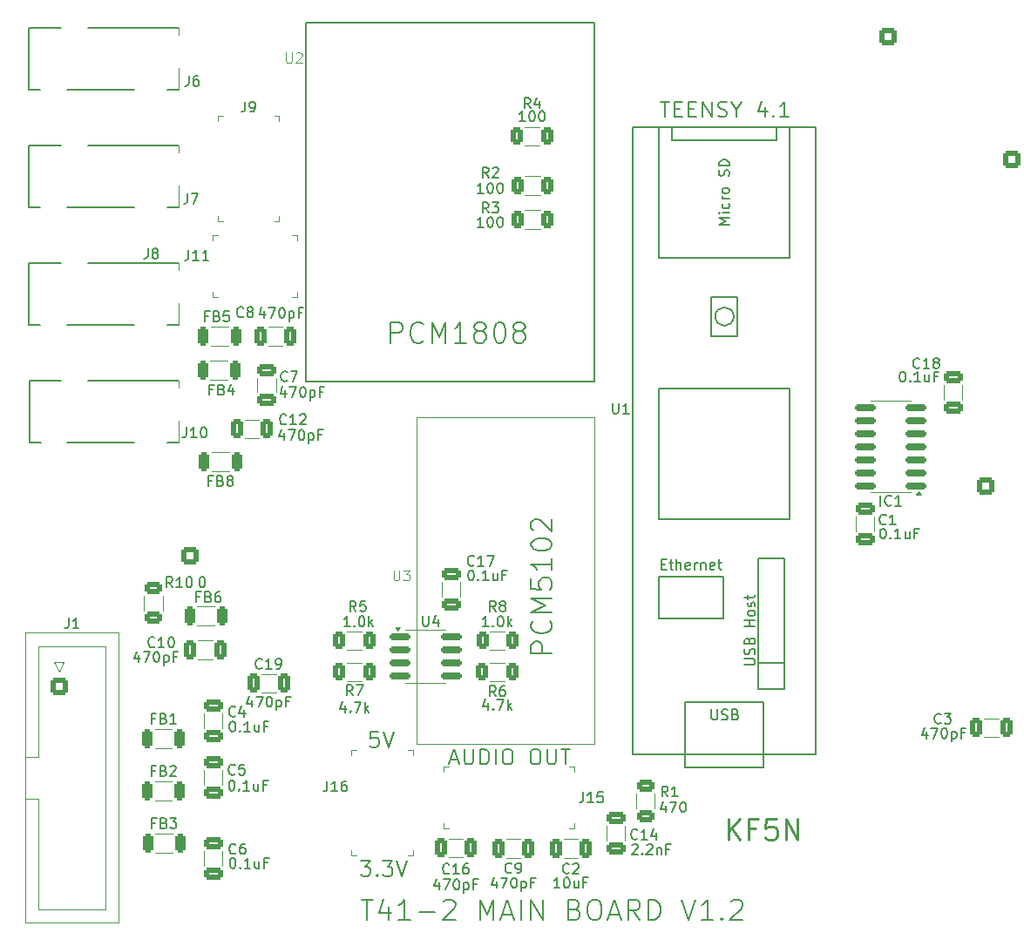
<source format=gbr>
G04 #@! TF.GenerationSoftware,KiCad,Pcbnew,8.0.5*
G04 #@! TF.CreationDate,2024-09-19T13:37:45-04:00*
G04 #@! TF.ProjectId,t41_2_main_board,7434315f-325f-46d6-9169-6e5f626f6172,1.0*
G04 #@! TF.SameCoordinates,Original*
G04 #@! TF.FileFunction,Legend,Top*
G04 #@! TF.FilePolarity,Positive*
%FSLAX46Y46*%
G04 Gerber Fmt 4.6, Leading zero omitted, Abs format (unit mm)*
G04 Created by KiCad (PCBNEW 8.0.5) date 2024-09-19 13:37:45*
%MOMM*%
%LPD*%
G01*
G04 APERTURE LIST*
G04 Aperture macros list*
%AMRoundRect*
0 Rectangle with rounded corners*
0 $1 Rounding radius*
0 $2 $3 $4 $5 $6 $7 $8 $9 X,Y pos of 4 corners*
0 Add a 4 corners polygon primitive as box body*
4,1,4,$2,$3,$4,$5,$6,$7,$8,$9,$2,$3,0*
0 Add four circle primitives for the rounded corners*
1,1,$1+$1,$2,$3*
1,1,$1+$1,$4,$5*
1,1,$1+$1,$6,$7*
1,1,$1+$1,$8,$9*
0 Add four rect primitives between the rounded corners*
20,1,$1+$1,$2,$3,$4,$5,0*
20,1,$1+$1,$4,$5,$6,$7,0*
20,1,$1+$1,$6,$7,$8,$9,0*
20,1,$1+$1,$8,$9,$2,$3,0*%
G04 Aperture macros list end*
%ADD10C,0.187500*%
%ADD11C,0.150000*%
%ADD12C,0.250000*%
%ADD13C,0.200000*%
%ADD14C,0.100000*%
%ADD15C,0.120000*%
%ADD16C,0.127000*%
%ADD17RoundRect,0.250000X-0.325000X-0.650000X0.325000X-0.650000X0.325000X0.650000X-0.325000X0.650000X0*%
%ADD18RoundRect,0.250000X0.275000X0.700000X-0.275000X0.700000X-0.275000X-0.700000X0.275000X-0.700000X0*%
%ADD19RoundRect,0.250000X0.312500X0.625000X-0.312500X0.625000X-0.312500X-0.625000X0.312500X-0.625000X0*%
%ADD20RoundRect,0.250000X-0.650000X0.325000X-0.650000X-0.325000X0.650000X-0.325000X0.650000X0.325000X0*%
%ADD21RoundRect,0.250000X0.325000X0.650000X-0.325000X0.650000X-0.325000X-0.650000X0.325000X-0.650000X0*%
%ADD22RoundRect,0.250000X-0.275000X-0.700000X0.275000X-0.700000X0.275000X0.700000X-0.275000X0.700000X0*%
%ADD23RoundRect,0.250000X-0.312500X-0.625000X0.312500X-0.625000X0.312500X0.625000X-0.312500X0.625000X0*%
%ADD24C,1.700000*%
%ADD25R,2.200000X2.800000*%
%ADD26R,2.800000X2.800000*%
%ADD27R,2.600000X2.800000*%
%ADD28RoundRect,0.150000X0.825000X0.150000X-0.825000X0.150000X-0.825000X-0.150000X0.825000X-0.150000X0*%
%ADD29RoundRect,0.250000X0.650000X-0.325000X0.650000X0.325000X-0.650000X0.325000X-0.650000X-0.325000X0*%
%ADD30RoundRect,0.250000X-0.625000X0.312500X-0.625000X-0.312500X0.625000X-0.312500X0.625000X0.312500X0*%
%ADD31C,2.100000*%
%ADD32RoundRect,0.250000X0.625000X-0.312500X0.625000X0.312500X-0.625000X0.312500X-0.625000X-0.312500X0*%
%ADD33RoundRect,0.150000X-0.825000X-0.150000X0.825000X-0.150000X0.825000X0.150000X-0.825000X0.150000X0*%
%ADD34RoundRect,0.250000X-0.600000X-0.600000X0.600000X-0.600000X0.600000X0.600000X-0.600000X0.600000X0*%
%ADD35R,1.600000X1.600000*%
%ADD36C,1.600000*%
%ADD37R,1.300000X1.300000*%
%ADD38C,1.300000*%
%ADD39RoundRect,0.250000X-0.600000X0.600000X-0.600000X-0.600000X0.600000X-0.600000X0.600000X0.600000X0*%
%ADD40RoundRect,0.250000X0.600000X0.600000X-0.600000X0.600000X-0.600000X-0.600000X0.600000X-0.600000X0*%
%ADD41RoundRect,0.250000X0.600000X-0.600000X0.600000X0.600000X-0.600000X0.600000X-0.600000X-0.600000X0*%
G04 APERTURE END LIST*
D10*
X129344440Y-137740278D02*
X130273012Y-137740278D01*
X130273012Y-137740278D02*
X129773012Y-138311707D01*
X129773012Y-138311707D02*
X129987297Y-138311707D01*
X129987297Y-138311707D02*
X130130155Y-138383135D01*
X130130155Y-138383135D02*
X130201583Y-138454564D01*
X130201583Y-138454564D02*
X130273012Y-138597421D01*
X130273012Y-138597421D02*
X130273012Y-138954564D01*
X130273012Y-138954564D02*
X130201583Y-139097421D01*
X130201583Y-139097421D02*
X130130155Y-139168850D01*
X130130155Y-139168850D02*
X129987297Y-139240278D01*
X129987297Y-139240278D02*
X129558726Y-139240278D01*
X129558726Y-139240278D02*
X129415869Y-139168850D01*
X129415869Y-139168850D02*
X129344440Y-139097421D01*
X130915868Y-139097421D02*
X130987297Y-139168850D01*
X130987297Y-139168850D02*
X130915868Y-139240278D01*
X130915868Y-139240278D02*
X130844440Y-139168850D01*
X130844440Y-139168850D02*
X130915868Y-139097421D01*
X130915868Y-139097421D02*
X130915868Y-139240278D01*
X131487297Y-137740278D02*
X132415869Y-137740278D01*
X132415869Y-137740278D02*
X131915869Y-138311707D01*
X131915869Y-138311707D02*
X132130154Y-138311707D01*
X132130154Y-138311707D02*
X132273012Y-138383135D01*
X132273012Y-138383135D02*
X132344440Y-138454564D01*
X132344440Y-138454564D02*
X132415869Y-138597421D01*
X132415869Y-138597421D02*
X132415869Y-138954564D01*
X132415869Y-138954564D02*
X132344440Y-139097421D01*
X132344440Y-139097421D02*
X132273012Y-139168850D01*
X132273012Y-139168850D02*
X132130154Y-139240278D01*
X132130154Y-139240278D02*
X131701583Y-139240278D01*
X131701583Y-139240278D02*
X131558726Y-139168850D01*
X131558726Y-139168850D02*
X131487297Y-139097421D01*
X132844440Y-137740278D02*
X133344440Y-139240278D01*
X133344440Y-139240278D02*
X133844440Y-137740278D01*
D11*
X138023198Y-127944657D02*
X138737484Y-127944657D01*
X137880341Y-128373228D02*
X138380341Y-126873228D01*
X138380341Y-126873228D02*
X138880341Y-128373228D01*
X139380340Y-126873228D02*
X139380340Y-128087514D01*
X139380340Y-128087514D02*
X139451769Y-128230371D01*
X139451769Y-128230371D02*
X139523198Y-128301800D01*
X139523198Y-128301800D02*
X139666055Y-128373228D01*
X139666055Y-128373228D02*
X139951769Y-128373228D01*
X139951769Y-128373228D02*
X140094626Y-128301800D01*
X140094626Y-128301800D02*
X140166055Y-128230371D01*
X140166055Y-128230371D02*
X140237483Y-128087514D01*
X140237483Y-128087514D02*
X140237483Y-126873228D01*
X140951769Y-128373228D02*
X140951769Y-126873228D01*
X140951769Y-126873228D02*
X141308912Y-126873228D01*
X141308912Y-126873228D02*
X141523198Y-126944657D01*
X141523198Y-126944657D02*
X141666055Y-127087514D01*
X141666055Y-127087514D02*
X141737484Y-127230371D01*
X141737484Y-127230371D02*
X141808912Y-127516085D01*
X141808912Y-127516085D02*
X141808912Y-127730371D01*
X141808912Y-127730371D02*
X141737484Y-128016085D01*
X141737484Y-128016085D02*
X141666055Y-128158942D01*
X141666055Y-128158942D02*
X141523198Y-128301800D01*
X141523198Y-128301800D02*
X141308912Y-128373228D01*
X141308912Y-128373228D02*
X140951769Y-128373228D01*
X142451769Y-128373228D02*
X142451769Y-126873228D01*
X143451770Y-126873228D02*
X143737484Y-126873228D01*
X143737484Y-126873228D02*
X143880341Y-126944657D01*
X143880341Y-126944657D02*
X144023198Y-127087514D01*
X144023198Y-127087514D02*
X144094627Y-127373228D01*
X144094627Y-127373228D02*
X144094627Y-127873228D01*
X144094627Y-127873228D02*
X144023198Y-128158942D01*
X144023198Y-128158942D02*
X143880341Y-128301800D01*
X143880341Y-128301800D02*
X143737484Y-128373228D01*
X143737484Y-128373228D02*
X143451770Y-128373228D01*
X143451770Y-128373228D02*
X143308913Y-128301800D01*
X143308913Y-128301800D02*
X143166055Y-128158942D01*
X143166055Y-128158942D02*
X143094627Y-127873228D01*
X143094627Y-127873228D02*
X143094627Y-127373228D01*
X143094627Y-127373228D02*
X143166055Y-127087514D01*
X143166055Y-127087514D02*
X143308913Y-126944657D01*
X143308913Y-126944657D02*
X143451770Y-126873228D01*
X146166056Y-126873228D02*
X146451770Y-126873228D01*
X146451770Y-126873228D02*
X146594627Y-126944657D01*
X146594627Y-126944657D02*
X146737484Y-127087514D01*
X146737484Y-127087514D02*
X146808913Y-127373228D01*
X146808913Y-127373228D02*
X146808913Y-127873228D01*
X146808913Y-127873228D02*
X146737484Y-128158942D01*
X146737484Y-128158942D02*
X146594627Y-128301800D01*
X146594627Y-128301800D02*
X146451770Y-128373228D01*
X146451770Y-128373228D02*
X146166056Y-128373228D01*
X146166056Y-128373228D02*
X146023199Y-128301800D01*
X146023199Y-128301800D02*
X145880341Y-128158942D01*
X145880341Y-128158942D02*
X145808913Y-127873228D01*
X145808913Y-127873228D02*
X145808913Y-127373228D01*
X145808913Y-127373228D02*
X145880341Y-127087514D01*
X145880341Y-127087514D02*
X146023199Y-126944657D01*
X146023199Y-126944657D02*
X146166056Y-126873228D01*
X147451770Y-126873228D02*
X147451770Y-128087514D01*
X147451770Y-128087514D02*
X147523199Y-128230371D01*
X147523199Y-128230371D02*
X147594628Y-128301800D01*
X147594628Y-128301800D02*
X147737485Y-128373228D01*
X147737485Y-128373228D02*
X148023199Y-128373228D01*
X148023199Y-128373228D02*
X148166056Y-128301800D01*
X148166056Y-128301800D02*
X148237485Y-128230371D01*
X148237485Y-128230371D02*
X148308913Y-128087514D01*
X148308913Y-128087514D02*
X148308913Y-126873228D01*
X148808914Y-126873228D02*
X149666057Y-126873228D01*
X149237485Y-128373228D02*
X149237485Y-126873228D01*
D12*
X165029663Y-135670638D02*
X165029663Y-133670638D01*
X166172520Y-135670638D02*
X165315377Y-134527780D01*
X166172520Y-133670638D02*
X165029663Y-134813495D01*
X167696330Y-134623019D02*
X167029663Y-134623019D01*
X167029663Y-135670638D02*
X167029663Y-133670638D01*
X167029663Y-133670638D02*
X167982044Y-133670638D01*
X169696330Y-133670638D02*
X168743949Y-133670638D01*
X168743949Y-133670638D02*
X168648711Y-134623019D01*
X168648711Y-134623019D02*
X168743949Y-134527780D01*
X168743949Y-134527780D02*
X168934425Y-134432542D01*
X168934425Y-134432542D02*
X169410616Y-134432542D01*
X169410616Y-134432542D02*
X169601092Y-134527780D01*
X169601092Y-134527780D02*
X169696330Y-134623019D01*
X169696330Y-134623019D02*
X169791568Y-134813495D01*
X169791568Y-134813495D02*
X169791568Y-135289685D01*
X169791568Y-135289685D02*
X169696330Y-135480161D01*
X169696330Y-135480161D02*
X169601092Y-135575400D01*
X169601092Y-135575400D02*
X169410616Y-135670638D01*
X169410616Y-135670638D02*
X168934425Y-135670638D01*
X168934425Y-135670638D02*
X168743949Y-135575400D01*
X168743949Y-135575400D02*
X168648711Y-135480161D01*
X170648711Y-135670638D02*
X170648711Y-133670638D01*
X170648711Y-133670638D02*
X171791568Y-135670638D01*
X171791568Y-135670638D02*
X171791568Y-133670638D01*
D10*
X131014383Y-125192678D02*
X130300097Y-125192678D01*
X130300097Y-125192678D02*
X130228669Y-125906964D01*
X130228669Y-125906964D02*
X130300097Y-125835535D01*
X130300097Y-125835535D02*
X130442955Y-125764107D01*
X130442955Y-125764107D02*
X130800097Y-125764107D01*
X130800097Y-125764107D02*
X130942955Y-125835535D01*
X130942955Y-125835535D02*
X131014383Y-125906964D01*
X131014383Y-125906964D02*
X131085812Y-126049821D01*
X131085812Y-126049821D02*
X131085812Y-126406964D01*
X131085812Y-126406964D02*
X131014383Y-126549821D01*
X131014383Y-126549821D02*
X130942955Y-126621250D01*
X130942955Y-126621250D02*
X130800097Y-126692678D01*
X130800097Y-126692678D02*
X130442955Y-126692678D01*
X130442955Y-126692678D02*
X130300097Y-126621250D01*
X130300097Y-126621250D02*
X130228669Y-126549821D01*
X131514383Y-125192678D02*
X132014383Y-126692678D01*
X132014383Y-126692678D02*
X132514383Y-125192678D01*
D11*
X158483741Y-63955228D02*
X159340884Y-63955228D01*
X158912312Y-65455228D02*
X158912312Y-63955228D01*
X159840883Y-64669514D02*
X160340883Y-64669514D01*
X160555169Y-65455228D02*
X159840883Y-65455228D01*
X159840883Y-65455228D02*
X159840883Y-63955228D01*
X159840883Y-63955228D02*
X160555169Y-63955228D01*
X161198026Y-64669514D02*
X161698026Y-64669514D01*
X161912312Y-65455228D02*
X161198026Y-65455228D01*
X161198026Y-65455228D02*
X161198026Y-63955228D01*
X161198026Y-63955228D02*
X161912312Y-63955228D01*
X162555169Y-65455228D02*
X162555169Y-63955228D01*
X162555169Y-63955228D02*
X163412312Y-65455228D01*
X163412312Y-65455228D02*
X163412312Y-63955228D01*
X164055170Y-65383800D02*
X164269456Y-65455228D01*
X164269456Y-65455228D02*
X164626598Y-65455228D01*
X164626598Y-65455228D02*
X164769456Y-65383800D01*
X164769456Y-65383800D02*
X164840884Y-65312371D01*
X164840884Y-65312371D02*
X164912313Y-65169514D01*
X164912313Y-65169514D02*
X164912313Y-65026657D01*
X164912313Y-65026657D02*
X164840884Y-64883800D01*
X164840884Y-64883800D02*
X164769456Y-64812371D01*
X164769456Y-64812371D02*
X164626598Y-64740942D01*
X164626598Y-64740942D02*
X164340884Y-64669514D01*
X164340884Y-64669514D02*
X164198027Y-64598085D01*
X164198027Y-64598085D02*
X164126598Y-64526657D01*
X164126598Y-64526657D02*
X164055170Y-64383800D01*
X164055170Y-64383800D02*
X164055170Y-64240942D01*
X164055170Y-64240942D02*
X164126598Y-64098085D01*
X164126598Y-64098085D02*
X164198027Y-64026657D01*
X164198027Y-64026657D02*
X164340884Y-63955228D01*
X164340884Y-63955228D02*
X164698027Y-63955228D01*
X164698027Y-63955228D02*
X164912313Y-64026657D01*
X165840884Y-64740942D02*
X165840884Y-65455228D01*
X165340884Y-63955228D02*
X165840884Y-64740942D01*
X165840884Y-64740942D02*
X166340884Y-63955228D01*
X168626598Y-64455228D02*
X168626598Y-65455228D01*
X168269455Y-63883800D02*
X167912312Y-64955228D01*
X167912312Y-64955228D02*
X168840883Y-64955228D01*
X169412311Y-65312371D02*
X169483740Y-65383800D01*
X169483740Y-65383800D02*
X169412311Y-65455228D01*
X169412311Y-65455228D02*
X169340883Y-65383800D01*
X169340883Y-65383800D02*
X169412311Y-65312371D01*
X169412311Y-65312371D02*
X169412311Y-65455228D01*
X170912312Y-65455228D02*
X170055169Y-65455228D01*
X170483740Y-65455228D02*
X170483740Y-63955228D01*
X170483740Y-63955228D02*
X170340883Y-64169514D01*
X170340883Y-64169514D02*
X170198026Y-64312371D01*
X170198026Y-64312371D02*
X170055169Y-64383800D01*
D13*
X129379654Y-141521838D02*
X130522511Y-141521838D01*
X129951082Y-143521838D02*
X129951082Y-141521838D01*
X132046321Y-142188504D02*
X132046321Y-143521838D01*
X131570130Y-141426600D02*
X131093940Y-142855171D01*
X131093940Y-142855171D02*
X132332035Y-142855171D01*
X134141559Y-143521838D02*
X132998702Y-143521838D01*
X133570130Y-143521838D02*
X133570130Y-141521838D01*
X133570130Y-141521838D02*
X133379654Y-141807552D01*
X133379654Y-141807552D02*
X133189178Y-141998028D01*
X133189178Y-141998028D02*
X132998702Y-142093266D01*
X134998702Y-142759933D02*
X136522512Y-142759933D01*
X137379654Y-141712314D02*
X137474892Y-141617076D01*
X137474892Y-141617076D02*
X137665368Y-141521838D01*
X137665368Y-141521838D02*
X138141559Y-141521838D01*
X138141559Y-141521838D02*
X138332035Y-141617076D01*
X138332035Y-141617076D02*
X138427273Y-141712314D01*
X138427273Y-141712314D02*
X138522511Y-141902790D01*
X138522511Y-141902790D02*
X138522511Y-142093266D01*
X138522511Y-142093266D02*
X138427273Y-142378980D01*
X138427273Y-142378980D02*
X137284416Y-143521838D01*
X137284416Y-143521838D02*
X138522511Y-143521838D01*
X140903464Y-143521838D02*
X140903464Y-141521838D01*
X140903464Y-141521838D02*
X141570131Y-142950409D01*
X141570131Y-142950409D02*
X142236797Y-141521838D01*
X142236797Y-141521838D02*
X142236797Y-143521838D01*
X143093940Y-142950409D02*
X144046321Y-142950409D01*
X142903464Y-143521838D02*
X143570130Y-141521838D01*
X143570130Y-141521838D02*
X144236797Y-143521838D01*
X144903464Y-143521838D02*
X144903464Y-141521838D01*
X145855845Y-143521838D02*
X145855845Y-141521838D01*
X145855845Y-141521838D02*
X146998702Y-143521838D01*
X146998702Y-143521838D02*
X146998702Y-141521838D01*
X150141560Y-142474219D02*
X150427274Y-142569457D01*
X150427274Y-142569457D02*
X150522512Y-142664695D01*
X150522512Y-142664695D02*
X150617750Y-142855171D01*
X150617750Y-142855171D02*
X150617750Y-143140885D01*
X150617750Y-143140885D02*
X150522512Y-143331361D01*
X150522512Y-143331361D02*
X150427274Y-143426600D01*
X150427274Y-143426600D02*
X150236798Y-143521838D01*
X150236798Y-143521838D02*
X149474893Y-143521838D01*
X149474893Y-143521838D02*
X149474893Y-141521838D01*
X149474893Y-141521838D02*
X150141560Y-141521838D01*
X150141560Y-141521838D02*
X150332036Y-141617076D01*
X150332036Y-141617076D02*
X150427274Y-141712314D01*
X150427274Y-141712314D02*
X150522512Y-141902790D01*
X150522512Y-141902790D02*
X150522512Y-142093266D01*
X150522512Y-142093266D02*
X150427274Y-142283742D01*
X150427274Y-142283742D02*
X150332036Y-142378980D01*
X150332036Y-142378980D02*
X150141560Y-142474219D01*
X150141560Y-142474219D02*
X149474893Y-142474219D01*
X151855845Y-141521838D02*
X152236798Y-141521838D01*
X152236798Y-141521838D02*
X152427274Y-141617076D01*
X152427274Y-141617076D02*
X152617750Y-141807552D01*
X152617750Y-141807552D02*
X152712988Y-142188504D01*
X152712988Y-142188504D02*
X152712988Y-142855171D01*
X152712988Y-142855171D02*
X152617750Y-143236123D01*
X152617750Y-143236123D02*
X152427274Y-143426600D01*
X152427274Y-143426600D02*
X152236798Y-143521838D01*
X152236798Y-143521838D02*
X151855845Y-143521838D01*
X151855845Y-143521838D02*
X151665369Y-143426600D01*
X151665369Y-143426600D02*
X151474893Y-143236123D01*
X151474893Y-143236123D02*
X151379655Y-142855171D01*
X151379655Y-142855171D02*
X151379655Y-142188504D01*
X151379655Y-142188504D02*
X151474893Y-141807552D01*
X151474893Y-141807552D02*
X151665369Y-141617076D01*
X151665369Y-141617076D02*
X151855845Y-141521838D01*
X153474893Y-142950409D02*
X154427274Y-142950409D01*
X153284417Y-143521838D02*
X153951083Y-141521838D01*
X153951083Y-141521838D02*
X154617750Y-143521838D01*
X156427274Y-143521838D02*
X155760607Y-142569457D01*
X155284417Y-143521838D02*
X155284417Y-141521838D01*
X155284417Y-141521838D02*
X156046322Y-141521838D01*
X156046322Y-141521838D02*
X156236798Y-141617076D01*
X156236798Y-141617076D02*
X156332036Y-141712314D01*
X156332036Y-141712314D02*
X156427274Y-141902790D01*
X156427274Y-141902790D02*
X156427274Y-142188504D01*
X156427274Y-142188504D02*
X156332036Y-142378980D01*
X156332036Y-142378980D02*
X156236798Y-142474219D01*
X156236798Y-142474219D02*
X156046322Y-142569457D01*
X156046322Y-142569457D02*
X155284417Y-142569457D01*
X157284417Y-143521838D02*
X157284417Y-141521838D01*
X157284417Y-141521838D02*
X157760607Y-141521838D01*
X157760607Y-141521838D02*
X158046322Y-141617076D01*
X158046322Y-141617076D02*
X158236798Y-141807552D01*
X158236798Y-141807552D02*
X158332036Y-141998028D01*
X158332036Y-141998028D02*
X158427274Y-142378980D01*
X158427274Y-142378980D02*
X158427274Y-142664695D01*
X158427274Y-142664695D02*
X158332036Y-143045647D01*
X158332036Y-143045647D02*
X158236798Y-143236123D01*
X158236798Y-143236123D02*
X158046322Y-143426600D01*
X158046322Y-143426600D02*
X157760607Y-143521838D01*
X157760607Y-143521838D02*
X157284417Y-143521838D01*
X160522513Y-141521838D02*
X161189179Y-143521838D01*
X161189179Y-143521838D02*
X161855846Y-141521838D01*
X163570132Y-143521838D02*
X162427275Y-143521838D01*
X162998703Y-143521838D02*
X162998703Y-141521838D01*
X162998703Y-141521838D02*
X162808227Y-141807552D01*
X162808227Y-141807552D02*
X162617751Y-141998028D01*
X162617751Y-141998028D02*
X162427275Y-142093266D01*
X164427275Y-143331361D02*
X164522513Y-143426600D01*
X164522513Y-143426600D02*
X164427275Y-143521838D01*
X164427275Y-143521838D02*
X164332037Y-143426600D01*
X164332037Y-143426600D02*
X164427275Y-143331361D01*
X164427275Y-143331361D02*
X164427275Y-143521838D01*
X165284418Y-141712314D02*
X165379656Y-141617076D01*
X165379656Y-141617076D02*
X165570132Y-141521838D01*
X165570132Y-141521838D02*
X166046323Y-141521838D01*
X166046323Y-141521838D02*
X166236799Y-141617076D01*
X166236799Y-141617076D02*
X166332037Y-141712314D01*
X166332037Y-141712314D02*
X166427275Y-141902790D01*
X166427275Y-141902790D02*
X166427275Y-142093266D01*
X166427275Y-142093266D02*
X166332037Y-142378980D01*
X166332037Y-142378980D02*
X165189180Y-143521838D01*
X165189180Y-143521838D02*
X166427275Y-143521838D01*
D11*
X119726142Y-118994780D02*
X119678523Y-119042400D01*
X119678523Y-119042400D02*
X119535666Y-119090019D01*
X119535666Y-119090019D02*
X119440428Y-119090019D01*
X119440428Y-119090019D02*
X119297571Y-119042400D01*
X119297571Y-119042400D02*
X119202333Y-118947161D01*
X119202333Y-118947161D02*
X119154714Y-118851923D01*
X119154714Y-118851923D02*
X119107095Y-118661447D01*
X119107095Y-118661447D02*
X119107095Y-118518590D01*
X119107095Y-118518590D02*
X119154714Y-118328114D01*
X119154714Y-118328114D02*
X119202333Y-118232876D01*
X119202333Y-118232876D02*
X119297571Y-118137638D01*
X119297571Y-118137638D02*
X119440428Y-118090019D01*
X119440428Y-118090019D02*
X119535666Y-118090019D01*
X119535666Y-118090019D02*
X119678523Y-118137638D01*
X119678523Y-118137638D02*
X119726142Y-118185257D01*
X120678523Y-119090019D02*
X120107095Y-119090019D01*
X120392809Y-119090019D02*
X120392809Y-118090019D01*
X120392809Y-118090019D02*
X120297571Y-118232876D01*
X120297571Y-118232876D02*
X120202333Y-118328114D01*
X120202333Y-118328114D02*
X120107095Y-118375733D01*
X121154714Y-119090019D02*
X121345190Y-119090019D01*
X121345190Y-119090019D02*
X121440428Y-119042400D01*
X121440428Y-119042400D02*
X121488047Y-118994780D01*
X121488047Y-118994780D02*
X121583285Y-118851923D01*
X121583285Y-118851923D02*
X121630904Y-118661447D01*
X121630904Y-118661447D02*
X121630904Y-118280495D01*
X121630904Y-118280495D02*
X121583285Y-118185257D01*
X121583285Y-118185257D02*
X121535666Y-118137638D01*
X121535666Y-118137638D02*
X121440428Y-118090019D01*
X121440428Y-118090019D02*
X121249952Y-118090019D01*
X121249952Y-118090019D02*
X121154714Y-118137638D01*
X121154714Y-118137638D02*
X121107095Y-118185257D01*
X121107095Y-118185257D02*
X121059476Y-118280495D01*
X121059476Y-118280495D02*
X121059476Y-118518590D01*
X121059476Y-118518590D02*
X121107095Y-118613828D01*
X121107095Y-118613828D02*
X121154714Y-118661447D01*
X121154714Y-118661447D02*
X121249952Y-118709066D01*
X121249952Y-118709066D02*
X121440428Y-118709066D01*
X121440428Y-118709066D02*
X121535666Y-118661447D01*
X121535666Y-118661447D02*
X121583285Y-118613828D01*
X121583285Y-118613828D02*
X121630904Y-118518590D01*
X118726142Y-122123352D02*
X118726142Y-122790019D01*
X118488047Y-121742400D02*
X118249952Y-122456685D01*
X118249952Y-122456685D02*
X118868999Y-122456685D01*
X119154714Y-121790019D02*
X119821380Y-121790019D01*
X119821380Y-121790019D02*
X119392809Y-122790019D01*
X120392809Y-121790019D02*
X120488047Y-121790019D01*
X120488047Y-121790019D02*
X120583285Y-121837638D01*
X120583285Y-121837638D02*
X120630904Y-121885257D01*
X120630904Y-121885257D02*
X120678523Y-121980495D01*
X120678523Y-121980495D02*
X120726142Y-122170971D01*
X120726142Y-122170971D02*
X120726142Y-122409066D01*
X120726142Y-122409066D02*
X120678523Y-122599542D01*
X120678523Y-122599542D02*
X120630904Y-122694780D01*
X120630904Y-122694780D02*
X120583285Y-122742400D01*
X120583285Y-122742400D02*
X120488047Y-122790019D01*
X120488047Y-122790019D02*
X120392809Y-122790019D01*
X120392809Y-122790019D02*
X120297571Y-122742400D01*
X120297571Y-122742400D02*
X120249952Y-122694780D01*
X120249952Y-122694780D02*
X120202333Y-122599542D01*
X120202333Y-122599542D02*
X120154714Y-122409066D01*
X120154714Y-122409066D02*
X120154714Y-122170971D01*
X120154714Y-122170971D02*
X120202333Y-121980495D01*
X120202333Y-121980495D02*
X120249952Y-121885257D01*
X120249952Y-121885257D02*
X120297571Y-121837638D01*
X120297571Y-121837638D02*
X120392809Y-121790019D01*
X121154714Y-122123352D02*
X121154714Y-123123352D01*
X121154714Y-122170971D02*
X121249952Y-122123352D01*
X121249952Y-122123352D02*
X121440428Y-122123352D01*
X121440428Y-122123352D02*
X121535666Y-122170971D01*
X121535666Y-122170971D02*
X121583285Y-122218590D01*
X121583285Y-122218590D02*
X121630904Y-122313828D01*
X121630904Y-122313828D02*
X121630904Y-122599542D01*
X121630904Y-122599542D02*
X121583285Y-122694780D01*
X121583285Y-122694780D02*
X121535666Y-122742400D01*
X121535666Y-122742400D02*
X121440428Y-122790019D01*
X121440428Y-122790019D02*
X121249952Y-122790019D01*
X121249952Y-122790019D02*
X121154714Y-122742400D01*
X122392809Y-122266209D02*
X122059476Y-122266209D01*
X122059476Y-122790019D02*
X122059476Y-121790019D01*
X122059476Y-121790019D02*
X122535666Y-121790019D01*
X114508266Y-84805409D02*
X114174933Y-84805409D01*
X114174933Y-85329219D02*
X114174933Y-84329219D01*
X114174933Y-84329219D02*
X114651123Y-84329219D01*
X115365409Y-84805409D02*
X115508266Y-84853028D01*
X115508266Y-84853028D02*
X115555885Y-84900647D01*
X115555885Y-84900647D02*
X115603504Y-84995885D01*
X115603504Y-84995885D02*
X115603504Y-85138742D01*
X115603504Y-85138742D02*
X115555885Y-85233980D01*
X115555885Y-85233980D02*
X115508266Y-85281600D01*
X115508266Y-85281600D02*
X115413028Y-85329219D01*
X115413028Y-85329219D02*
X115032076Y-85329219D01*
X115032076Y-85329219D02*
X115032076Y-84329219D01*
X115032076Y-84329219D02*
X115365409Y-84329219D01*
X115365409Y-84329219D02*
X115460647Y-84376838D01*
X115460647Y-84376838D02*
X115508266Y-84424457D01*
X115508266Y-84424457D02*
X115555885Y-84519695D01*
X115555885Y-84519695D02*
X115555885Y-84614933D01*
X115555885Y-84614933D02*
X115508266Y-84710171D01*
X115508266Y-84710171D02*
X115460647Y-84757790D01*
X115460647Y-84757790D02*
X115365409Y-84805409D01*
X115365409Y-84805409D02*
X115032076Y-84805409D01*
X116508266Y-84329219D02*
X116032076Y-84329219D01*
X116032076Y-84329219D02*
X115984457Y-84805409D01*
X115984457Y-84805409D02*
X116032076Y-84757790D01*
X116032076Y-84757790D02*
X116127314Y-84710171D01*
X116127314Y-84710171D02*
X116365409Y-84710171D01*
X116365409Y-84710171D02*
X116460647Y-84757790D01*
X116460647Y-84757790D02*
X116508266Y-84805409D01*
X116508266Y-84805409D02*
X116555885Y-84900647D01*
X116555885Y-84900647D02*
X116555885Y-85138742D01*
X116555885Y-85138742D02*
X116508266Y-85233980D01*
X116508266Y-85233980D02*
X116460647Y-85281600D01*
X116460647Y-85281600D02*
X116365409Y-85329219D01*
X116365409Y-85329219D02*
X116127314Y-85329219D01*
X116127314Y-85329219D02*
X116032076Y-85281600D01*
X116032076Y-85281600D02*
X115984457Y-85233980D01*
X145807333Y-64602819D02*
X145474000Y-64126628D01*
X145235905Y-64602819D02*
X145235905Y-63602819D01*
X145235905Y-63602819D02*
X145616857Y-63602819D01*
X145616857Y-63602819D02*
X145712095Y-63650438D01*
X145712095Y-63650438D02*
X145759714Y-63698057D01*
X145759714Y-63698057D02*
X145807333Y-63793295D01*
X145807333Y-63793295D02*
X145807333Y-63936152D01*
X145807333Y-63936152D02*
X145759714Y-64031390D01*
X145759714Y-64031390D02*
X145712095Y-64079009D01*
X145712095Y-64079009D02*
X145616857Y-64126628D01*
X145616857Y-64126628D02*
X145235905Y-64126628D01*
X146664476Y-63936152D02*
X146664476Y-64602819D01*
X146426381Y-63555200D02*
X146188286Y-64269485D01*
X146188286Y-64269485D02*
X146807333Y-64269485D01*
X145307333Y-65872819D02*
X144735905Y-65872819D01*
X145021619Y-65872819D02*
X145021619Y-64872819D01*
X145021619Y-64872819D02*
X144926381Y-65015676D01*
X144926381Y-65015676D02*
X144831143Y-65110914D01*
X144831143Y-65110914D02*
X144735905Y-65158533D01*
X145926381Y-64872819D02*
X146021619Y-64872819D01*
X146021619Y-64872819D02*
X146116857Y-64920438D01*
X146116857Y-64920438D02*
X146164476Y-64968057D01*
X146164476Y-64968057D02*
X146212095Y-65063295D01*
X146212095Y-65063295D02*
X146259714Y-65253771D01*
X146259714Y-65253771D02*
X146259714Y-65491866D01*
X146259714Y-65491866D02*
X146212095Y-65682342D01*
X146212095Y-65682342D02*
X146164476Y-65777580D01*
X146164476Y-65777580D02*
X146116857Y-65825200D01*
X146116857Y-65825200D02*
X146021619Y-65872819D01*
X146021619Y-65872819D02*
X145926381Y-65872819D01*
X145926381Y-65872819D02*
X145831143Y-65825200D01*
X145831143Y-65825200D02*
X145783524Y-65777580D01*
X145783524Y-65777580D02*
X145735905Y-65682342D01*
X145735905Y-65682342D02*
X145688286Y-65491866D01*
X145688286Y-65491866D02*
X145688286Y-65253771D01*
X145688286Y-65253771D02*
X145735905Y-65063295D01*
X145735905Y-65063295D02*
X145783524Y-64968057D01*
X145783524Y-64968057D02*
X145831143Y-64920438D01*
X145831143Y-64920438D02*
X145926381Y-64872819D01*
X146878762Y-64872819D02*
X146974000Y-64872819D01*
X146974000Y-64872819D02*
X147069238Y-64920438D01*
X147069238Y-64920438D02*
X147116857Y-64968057D01*
X147116857Y-64968057D02*
X147164476Y-65063295D01*
X147164476Y-65063295D02*
X147212095Y-65253771D01*
X147212095Y-65253771D02*
X147212095Y-65491866D01*
X147212095Y-65491866D02*
X147164476Y-65682342D01*
X147164476Y-65682342D02*
X147116857Y-65777580D01*
X147116857Y-65777580D02*
X147069238Y-65825200D01*
X147069238Y-65825200D02*
X146974000Y-65872819D01*
X146974000Y-65872819D02*
X146878762Y-65872819D01*
X146878762Y-65872819D02*
X146783524Y-65825200D01*
X146783524Y-65825200D02*
X146735905Y-65777580D01*
X146735905Y-65777580D02*
X146688286Y-65682342D01*
X146688286Y-65682342D02*
X146640667Y-65491866D01*
X146640667Y-65491866D02*
X146640667Y-65253771D01*
X146640667Y-65253771D02*
X146688286Y-65063295D01*
X146688286Y-65063295D02*
X146735905Y-64968057D01*
X146735905Y-64968057D02*
X146783524Y-64920438D01*
X146783524Y-64920438D02*
X146878762Y-64872819D01*
X156202342Y-135576780D02*
X156154723Y-135624400D01*
X156154723Y-135624400D02*
X156011866Y-135672019D01*
X156011866Y-135672019D02*
X155916628Y-135672019D01*
X155916628Y-135672019D02*
X155773771Y-135624400D01*
X155773771Y-135624400D02*
X155678533Y-135529161D01*
X155678533Y-135529161D02*
X155630914Y-135433923D01*
X155630914Y-135433923D02*
X155583295Y-135243447D01*
X155583295Y-135243447D02*
X155583295Y-135100590D01*
X155583295Y-135100590D02*
X155630914Y-134910114D01*
X155630914Y-134910114D02*
X155678533Y-134814876D01*
X155678533Y-134814876D02*
X155773771Y-134719638D01*
X155773771Y-134719638D02*
X155916628Y-134672019D01*
X155916628Y-134672019D02*
X156011866Y-134672019D01*
X156011866Y-134672019D02*
X156154723Y-134719638D01*
X156154723Y-134719638D02*
X156202342Y-134767257D01*
X157154723Y-135672019D02*
X156583295Y-135672019D01*
X156869009Y-135672019D02*
X156869009Y-134672019D01*
X156869009Y-134672019D02*
X156773771Y-134814876D01*
X156773771Y-134814876D02*
X156678533Y-134910114D01*
X156678533Y-134910114D02*
X156583295Y-134957733D01*
X158011866Y-135005352D02*
X158011866Y-135672019D01*
X157773771Y-134624400D02*
X157535676Y-135338685D01*
X157535676Y-135338685D02*
X158154723Y-135338685D01*
X155675448Y-136240457D02*
X155723067Y-136192838D01*
X155723067Y-136192838D02*
X155818305Y-136145219D01*
X155818305Y-136145219D02*
X156056400Y-136145219D01*
X156056400Y-136145219D02*
X156151638Y-136192838D01*
X156151638Y-136192838D02*
X156199257Y-136240457D01*
X156199257Y-136240457D02*
X156246876Y-136335695D01*
X156246876Y-136335695D02*
X156246876Y-136430933D01*
X156246876Y-136430933D02*
X156199257Y-136573790D01*
X156199257Y-136573790D02*
X155627829Y-137145219D01*
X155627829Y-137145219D02*
X156246876Y-137145219D01*
X156675448Y-137049980D02*
X156723067Y-137097600D01*
X156723067Y-137097600D02*
X156675448Y-137145219D01*
X156675448Y-137145219D02*
X156627829Y-137097600D01*
X156627829Y-137097600D02*
X156675448Y-137049980D01*
X156675448Y-137049980D02*
X156675448Y-137145219D01*
X157104019Y-136240457D02*
X157151638Y-136192838D01*
X157151638Y-136192838D02*
X157246876Y-136145219D01*
X157246876Y-136145219D02*
X157484971Y-136145219D01*
X157484971Y-136145219D02*
X157580209Y-136192838D01*
X157580209Y-136192838D02*
X157627828Y-136240457D01*
X157627828Y-136240457D02*
X157675447Y-136335695D01*
X157675447Y-136335695D02*
X157675447Y-136430933D01*
X157675447Y-136430933D02*
X157627828Y-136573790D01*
X157627828Y-136573790D02*
X157056400Y-137145219D01*
X157056400Y-137145219D02*
X157675447Y-137145219D01*
X158104019Y-136478552D02*
X158104019Y-137145219D01*
X158104019Y-136573790D02*
X158151638Y-136526171D01*
X158151638Y-136526171D02*
X158246876Y-136478552D01*
X158246876Y-136478552D02*
X158389733Y-136478552D01*
X158389733Y-136478552D02*
X158484971Y-136526171D01*
X158484971Y-136526171D02*
X158532590Y-136621409D01*
X158532590Y-136621409D02*
X158532590Y-137145219D01*
X159342114Y-136621409D02*
X159008781Y-136621409D01*
X159008781Y-137145219D02*
X159008781Y-136145219D01*
X159008781Y-136145219D02*
X159484971Y-136145219D01*
X109288542Y-116907780D02*
X109240923Y-116955400D01*
X109240923Y-116955400D02*
X109098066Y-117003019D01*
X109098066Y-117003019D02*
X109002828Y-117003019D01*
X109002828Y-117003019D02*
X108859971Y-116955400D01*
X108859971Y-116955400D02*
X108764733Y-116860161D01*
X108764733Y-116860161D02*
X108717114Y-116764923D01*
X108717114Y-116764923D02*
X108669495Y-116574447D01*
X108669495Y-116574447D02*
X108669495Y-116431590D01*
X108669495Y-116431590D02*
X108717114Y-116241114D01*
X108717114Y-116241114D02*
X108764733Y-116145876D01*
X108764733Y-116145876D02*
X108859971Y-116050638D01*
X108859971Y-116050638D02*
X109002828Y-116003019D01*
X109002828Y-116003019D02*
X109098066Y-116003019D01*
X109098066Y-116003019D02*
X109240923Y-116050638D01*
X109240923Y-116050638D02*
X109288542Y-116098257D01*
X110240923Y-117003019D02*
X109669495Y-117003019D01*
X109955209Y-117003019D02*
X109955209Y-116003019D01*
X109955209Y-116003019D02*
X109859971Y-116145876D01*
X109859971Y-116145876D02*
X109764733Y-116241114D01*
X109764733Y-116241114D02*
X109669495Y-116288733D01*
X110859971Y-116003019D02*
X110955209Y-116003019D01*
X110955209Y-116003019D02*
X111050447Y-116050638D01*
X111050447Y-116050638D02*
X111098066Y-116098257D01*
X111098066Y-116098257D02*
X111145685Y-116193495D01*
X111145685Y-116193495D02*
X111193304Y-116383971D01*
X111193304Y-116383971D02*
X111193304Y-116622066D01*
X111193304Y-116622066D02*
X111145685Y-116812542D01*
X111145685Y-116812542D02*
X111098066Y-116907780D01*
X111098066Y-116907780D02*
X111050447Y-116955400D01*
X111050447Y-116955400D02*
X110955209Y-117003019D01*
X110955209Y-117003019D02*
X110859971Y-117003019D01*
X110859971Y-117003019D02*
X110764733Y-116955400D01*
X110764733Y-116955400D02*
X110717114Y-116907780D01*
X110717114Y-116907780D02*
X110669495Y-116812542D01*
X110669495Y-116812542D02*
X110621876Y-116622066D01*
X110621876Y-116622066D02*
X110621876Y-116383971D01*
X110621876Y-116383971D02*
X110669495Y-116193495D01*
X110669495Y-116193495D02*
X110717114Y-116098257D01*
X110717114Y-116098257D02*
X110764733Y-116050638D01*
X110764733Y-116050638D02*
X110859971Y-116003019D01*
X107780542Y-117758752D02*
X107780542Y-118425419D01*
X107542447Y-117377800D02*
X107304352Y-118092085D01*
X107304352Y-118092085D02*
X107923399Y-118092085D01*
X108209114Y-117425419D02*
X108875780Y-117425419D01*
X108875780Y-117425419D02*
X108447209Y-118425419D01*
X109447209Y-117425419D02*
X109542447Y-117425419D01*
X109542447Y-117425419D02*
X109637685Y-117473038D01*
X109637685Y-117473038D02*
X109685304Y-117520657D01*
X109685304Y-117520657D02*
X109732923Y-117615895D01*
X109732923Y-117615895D02*
X109780542Y-117806371D01*
X109780542Y-117806371D02*
X109780542Y-118044466D01*
X109780542Y-118044466D02*
X109732923Y-118234942D01*
X109732923Y-118234942D02*
X109685304Y-118330180D01*
X109685304Y-118330180D02*
X109637685Y-118377800D01*
X109637685Y-118377800D02*
X109542447Y-118425419D01*
X109542447Y-118425419D02*
X109447209Y-118425419D01*
X109447209Y-118425419D02*
X109351971Y-118377800D01*
X109351971Y-118377800D02*
X109304352Y-118330180D01*
X109304352Y-118330180D02*
X109256733Y-118234942D01*
X109256733Y-118234942D02*
X109209114Y-118044466D01*
X109209114Y-118044466D02*
X109209114Y-117806371D01*
X109209114Y-117806371D02*
X109256733Y-117615895D01*
X109256733Y-117615895D02*
X109304352Y-117520657D01*
X109304352Y-117520657D02*
X109351971Y-117473038D01*
X109351971Y-117473038D02*
X109447209Y-117425419D01*
X110209114Y-117758752D02*
X110209114Y-118758752D01*
X110209114Y-117806371D02*
X110304352Y-117758752D01*
X110304352Y-117758752D02*
X110494828Y-117758752D01*
X110494828Y-117758752D02*
X110590066Y-117806371D01*
X110590066Y-117806371D02*
X110637685Y-117853990D01*
X110637685Y-117853990D02*
X110685304Y-117949228D01*
X110685304Y-117949228D02*
X110685304Y-118234942D01*
X110685304Y-118234942D02*
X110637685Y-118330180D01*
X110637685Y-118330180D02*
X110590066Y-118377800D01*
X110590066Y-118377800D02*
X110494828Y-118425419D01*
X110494828Y-118425419D02*
X110304352Y-118425419D01*
X110304352Y-118425419D02*
X110209114Y-118377800D01*
X111447209Y-117901609D02*
X111113876Y-117901609D01*
X111113876Y-118425419D02*
X111113876Y-117425419D01*
X111113876Y-117425419D02*
X111590066Y-117425419D01*
X117918133Y-84827580D02*
X117870514Y-84875200D01*
X117870514Y-84875200D02*
X117727657Y-84922819D01*
X117727657Y-84922819D02*
X117632419Y-84922819D01*
X117632419Y-84922819D02*
X117489562Y-84875200D01*
X117489562Y-84875200D02*
X117394324Y-84779961D01*
X117394324Y-84779961D02*
X117346705Y-84684723D01*
X117346705Y-84684723D02*
X117299086Y-84494247D01*
X117299086Y-84494247D02*
X117299086Y-84351390D01*
X117299086Y-84351390D02*
X117346705Y-84160914D01*
X117346705Y-84160914D02*
X117394324Y-84065676D01*
X117394324Y-84065676D02*
X117489562Y-83970438D01*
X117489562Y-83970438D02*
X117632419Y-83922819D01*
X117632419Y-83922819D02*
X117727657Y-83922819D01*
X117727657Y-83922819D02*
X117870514Y-83970438D01*
X117870514Y-83970438D02*
X117918133Y-84018057D01*
X118489562Y-84351390D02*
X118394324Y-84303771D01*
X118394324Y-84303771D02*
X118346705Y-84256152D01*
X118346705Y-84256152D02*
X118299086Y-84160914D01*
X118299086Y-84160914D02*
X118299086Y-84113295D01*
X118299086Y-84113295D02*
X118346705Y-84018057D01*
X118346705Y-84018057D02*
X118394324Y-83970438D01*
X118394324Y-83970438D02*
X118489562Y-83922819D01*
X118489562Y-83922819D02*
X118680038Y-83922819D01*
X118680038Y-83922819D02*
X118775276Y-83970438D01*
X118775276Y-83970438D02*
X118822895Y-84018057D01*
X118822895Y-84018057D02*
X118870514Y-84113295D01*
X118870514Y-84113295D02*
X118870514Y-84160914D01*
X118870514Y-84160914D02*
X118822895Y-84256152D01*
X118822895Y-84256152D02*
X118775276Y-84303771D01*
X118775276Y-84303771D02*
X118680038Y-84351390D01*
X118680038Y-84351390D02*
X118489562Y-84351390D01*
X118489562Y-84351390D02*
X118394324Y-84399009D01*
X118394324Y-84399009D02*
X118346705Y-84446628D01*
X118346705Y-84446628D02*
X118299086Y-84541866D01*
X118299086Y-84541866D02*
X118299086Y-84732342D01*
X118299086Y-84732342D02*
X118346705Y-84827580D01*
X118346705Y-84827580D02*
X118394324Y-84875200D01*
X118394324Y-84875200D02*
X118489562Y-84922819D01*
X118489562Y-84922819D02*
X118680038Y-84922819D01*
X118680038Y-84922819D02*
X118775276Y-84875200D01*
X118775276Y-84875200D02*
X118822895Y-84827580D01*
X118822895Y-84827580D02*
X118870514Y-84732342D01*
X118870514Y-84732342D02*
X118870514Y-84541866D01*
X118870514Y-84541866D02*
X118822895Y-84446628D01*
X118822895Y-84446628D02*
X118775276Y-84399009D01*
X118775276Y-84399009D02*
X118680038Y-84351390D01*
X119947142Y-84306952D02*
X119947142Y-84973619D01*
X119709047Y-83926000D02*
X119470952Y-84640285D01*
X119470952Y-84640285D02*
X120089999Y-84640285D01*
X120375714Y-83973619D02*
X121042380Y-83973619D01*
X121042380Y-83973619D02*
X120613809Y-84973619D01*
X121613809Y-83973619D02*
X121709047Y-83973619D01*
X121709047Y-83973619D02*
X121804285Y-84021238D01*
X121804285Y-84021238D02*
X121851904Y-84068857D01*
X121851904Y-84068857D02*
X121899523Y-84164095D01*
X121899523Y-84164095D02*
X121947142Y-84354571D01*
X121947142Y-84354571D02*
X121947142Y-84592666D01*
X121947142Y-84592666D02*
X121899523Y-84783142D01*
X121899523Y-84783142D02*
X121851904Y-84878380D01*
X121851904Y-84878380D02*
X121804285Y-84926000D01*
X121804285Y-84926000D02*
X121709047Y-84973619D01*
X121709047Y-84973619D02*
X121613809Y-84973619D01*
X121613809Y-84973619D02*
X121518571Y-84926000D01*
X121518571Y-84926000D02*
X121470952Y-84878380D01*
X121470952Y-84878380D02*
X121423333Y-84783142D01*
X121423333Y-84783142D02*
X121375714Y-84592666D01*
X121375714Y-84592666D02*
X121375714Y-84354571D01*
X121375714Y-84354571D02*
X121423333Y-84164095D01*
X121423333Y-84164095D02*
X121470952Y-84068857D01*
X121470952Y-84068857D02*
X121518571Y-84021238D01*
X121518571Y-84021238D02*
X121613809Y-83973619D01*
X122375714Y-84306952D02*
X122375714Y-85306952D01*
X122375714Y-84354571D02*
X122470952Y-84306952D01*
X122470952Y-84306952D02*
X122661428Y-84306952D01*
X122661428Y-84306952D02*
X122756666Y-84354571D01*
X122756666Y-84354571D02*
X122804285Y-84402190D01*
X122804285Y-84402190D02*
X122851904Y-84497428D01*
X122851904Y-84497428D02*
X122851904Y-84783142D01*
X122851904Y-84783142D02*
X122804285Y-84878380D01*
X122804285Y-84878380D02*
X122756666Y-84926000D01*
X122756666Y-84926000D02*
X122661428Y-84973619D01*
X122661428Y-84973619D02*
X122470952Y-84973619D01*
X122470952Y-84973619D02*
X122375714Y-84926000D01*
X123613809Y-84449809D02*
X123280476Y-84449809D01*
X123280476Y-84973619D02*
X123280476Y-83973619D01*
X123280476Y-83973619D02*
X123756666Y-83973619D01*
X109377666Y-134061009D02*
X109044333Y-134061009D01*
X109044333Y-134584819D02*
X109044333Y-133584819D01*
X109044333Y-133584819D02*
X109520523Y-133584819D01*
X110234809Y-134061009D02*
X110377666Y-134108628D01*
X110377666Y-134108628D02*
X110425285Y-134156247D01*
X110425285Y-134156247D02*
X110472904Y-134251485D01*
X110472904Y-134251485D02*
X110472904Y-134394342D01*
X110472904Y-134394342D02*
X110425285Y-134489580D01*
X110425285Y-134489580D02*
X110377666Y-134537200D01*
X110377666Y-134537200D02*
X110282428Y-134584819D01*
X110282428Y-134584819D02*
X109901476Y-134584819D01*
X109901476Y-134584819D02*
X109901476Y-133584819D01*
X109901476Y-133584819D02*
X110234809Y-133584819D01*
X110234809Y-133584819D02*
X110330047Y-133632438D01*
X110330047Y-133632438D02*
X110377666Y-133680057D01*
X110377666Y-133680057D02*
X110425285Y-133775295D01*
X110425285Y-133775295D02*
X110425285Y-133870533D01*
X110425285Y-133870533D02*
X110377666Y-133965771D01*
X110377666Y-133965771D02*
X110330047Y-134013390D01*
X110330047Y-134013390D02*
X110234809Y-134061009D01*
X110234809Y-134061009D02*
X109901476Y-134061009D01*
X110806238Y-133584819D02*
X111425285Y-133584819D01*
X111425285Y-133584819D02*
X111091952Y-133965771D01*
X111091952Y-133965771D02*
X111234809Y-133965771D01*
X111234809Y-133965771D02*
X111330047Y-134013390D01*
X111330047Y-134013390D02*
X111377666Y-134061009D01*
X111377666Y-134061009D02*
X111425285Y-134156247D01*
X111425285Y-134156247D02*
X111425285Y-134394342D01*
X111425285Y-134394342D02*
X111377666Y-134489580D01*
X111377666Y-134489580D02*
X111330047Y-134537200D01*
X111330047Y-134537200D02*
X111234809Y-134584819D01*
X111234809Y-134584819D02*
X110949095Y-134584819D01*
X110949095Y-134584819D02*
X110853857Y-134537200D01*
X110853857Y-134537200D02*
X110806238Y-134489580D01*
X143978533Y-138853380D02*
X143930914Y-138901000D01*
X143930914Y-138901000D02*
X143788057Y-138948619D01*
X143788057Y-138948619D02*
X143692819Y-138948619D01*
X143692819Y-138948619D02*
X143549962Y-138901000D01*
X143549962Y-138901000D02*
X143454724Y-138805761D01*
X143454724Y-138805761D02*
X143407105Y-138710523D01*
X143407105Y-138710523D02*
X143359486Y-138520047D01*
X143359486Y-138520047D02*
X143359486Y-138377190D01*
X143359486Y-138377190D02*
X143407105Y-138186714D01*
X143407105Y-138186714D02*
X143454724Y-138091476D01*
X143454724Y-138091476D02*
X143549962Y-137996238D01*
X143549962Y-137996238D02*
X143692819Y-137948619D01*
X143692819Y-137948619D02*
X143788057Y-137948619D01*
X143788057Y-137948619D02*
X143930914Y-137996238D01*
X143930914Y-137996238D02*
X143978533Y-138043857D01*
X144454724Y-138948619D02*
X144645200Y-138948619D01*
X144645200Y-138948619D02*
X144740438Y-138901000D01*
X144740438Y-138901000D02*
X144788057Y-138853380D01*
X144788057Y-138853380D02*
X144883295Y-138710523D01*
X144883295Y-138710523D02*
X144930914Y-138520047D01*
X144930914Y-138520047D02*
X144930914Y-138139095D01*
X144930914Y-138139095D02*
X144883295Y-138043857D01*
X144883295Y-138043857D02*
X144835676Y-137996238D01*
X144835676Y-137996238D02*
X144740438Y-137948619D01*
X144740438Y-137948619D02*
X144549962Y-137948619D01*
X144549962Y-137948619D02*
X144454724Y-137996238D01*
X144454724Y-137996238D02*
X144407105Y-138043857D01*
X144407105Y-138043857D02*
X144359486Y-138139095D01*
X144359486Y-138139095D02*
X144359486Y-138377190D01*
X144359486Y-138377190D02*
X144407105Y-138472428D01*
X144407105Y-138472428D02*
X144454724Y-138520047D01*
X144454724Y-138520047D02*
X144549962Y-138567666D01*
X144549962Y-138567666D02*
X144740438Y-138567666D01*
X144740438Y-138567666D02*
X144835676Y-138520047D01*
X144835676Y-138520047D02*
X144883295Y-138472428D01*
X144883295Y-138472428D02*
X144930914Y-138377190D01*
X142502342Y-139729752D02*
X142502342Y-140396419D01*
X142264247Y-139348800D02*
X142026152Y-140063085D01*
X142026152Y-140063085D02*
X142645199Y-140063085D01*
X142930914Y-139396419D02*
X143597580Y-139396419D01*
X143597580Y-139396419D02*
X143169009Y-140396419D01*
X144169009Y-139396419D02*
X144264247Y-139396419D01*
X144264247Y-139396419D02*
X144359485Y-139444038D01*
X144359485Y-139444038D02*
X144407104Y-139491657D01*
X144407104Y-139491657D02*
X144454723Y-139586895D01*
X144454723Y-139586895D02*
X144502342Y-139777371D01*
X144502342Y-139777371D02*
X144502342Y-140015466D01*
X144502342Y-140015466D02*
X144454723Y-140205942D01*
X144454723Y-140205942D02*
X144407104Y-140301180D01*
X144407104Y-140301180D02*
X144359485Y-140348800D01*
X144359485Y-140348800D02*
X144264247Y-140396419D01*
X144264247Y-140396419D02*
X144169009Y-140396419D01*
X144169009Y-140396419D02*
X144073771Y-140348800D01*
X144073771Y-140348800D02*
X144026152Y-140301180D01*
X144026152Y-140301180D02*
X143978533Y-140205942D01*
X143978533Y-140205942D02*
X143930914Y-140015466D01*
X143930914Y-140015466D02*
X143930914Y-139777371D01*
X143930914Y-139777371D02*
X143978533Y-139586895D01*
X143978533Y-139586895D02*
X144026152Y-139491657D01*
X144026152Y-139491657D02*
X144073771Y-139444038D01*
X144073771Y-139444038D02*
X144169009Y-139396419D01*
X144930914Y-139729752D02*
X144930914Y-140729752D01*
X144930914Y-139777371D02*
X145026152Y-139729752D01*
X145026152Y-139729752D02*
X145216628Y-139729752D01*
X145216628Y-139729752D02*
X145311866Y-139777371D01*
X145311866Y-139777371D02*
X145359485Y-139824990D01*
X145359485Y-139824990D02*
X145407104Y-139920228D01*
X145407104Y-139920228D02*
X145407104Y-140205942D01*
X145407104Y-140205942D02*
X145359485Y-140301180D01*
X145359485Y-140301180D02*
X145311866Y-140348800D01*
X145311866Y-140348800D02*
X145216628Y-140396419D01*
X145216628Y-140396419D02*
X145026152Y-140396419D01*
X145026152Y-140396419D02*
X144930914Y-140348800D01*
X146169009Y-139872609D02*
X145835676Y-139872609D01*
X145835676Y-140396419D02*
X145835676Y-139396419D01*
X145835676Y-139396419D02*
X146311866Y-139396419D01*
X114863866Y-100807409D02*
X114530533Y-100807409D01*
X114530533Y-101331219D02*
X114530533Y-100331219D01*
X114530533Y-100331219D02*
X115006723Y-100331219D01*
X115721009Y-100807409D02*
X115863866Y-100855028D01*
X115863866Y-100855028D02*
X115911485Y-100902647D01*
X115911485Y-100902647D02*
X115959104Y-100997885D01*
X115959104Y-100997885D02*
X115959104Y-101140742D01*
X115959104Y-101140742D02*
X115911485Y-101235980D01*
X115911485Y-101235980D02*
X115863866Y-101283600D01*
X115863866Y-101283600D02*
X115768628Y-101331219D01*
X115768628Y-101331219D02*
X115387676Y-101331219D01*
X115387676Y-101331219D02*
X115387676Y-100331219D01*
X115387676Y-100331219D02*
X115721009Y-100331219D01*
X115721009Y-100331219D02*
X115816247Y-100378838D01*
X115816247Y-100378838D02*
X115863866Y-100426457D01*
X115863866Y-100426457D02*
X115911485Y-100521695D01*
X115911485Y-100521695D02*
X115911485Y-100616933D01*
X115911485Y-100616933D02*
X115863866Y-100712171D01*
X115863866Y-100712171D02*
X115816247Y-100759790D01*
X115816247Y-100759790D02*
X115721009Y-100807409D01*
X115721009Y-100807409D02*
X115387676Y-100807409D01*
X116530533Y-100759790D02*
X116435295Y-100712171D01*
X116435295Y-100712171D02*
X116387676Y-100664552D01*
X116387676Y-100664552D02*
X116340057Y-100569314D01*
X116340057Y-100569314D02*
X116340057Y-100521695D01*
X116340057Y-100521695D02*
X116387676Y-100426457D01*
X116387676Y-100426457D02*
X116435295Y-100378838D01*
X116435295Y-100378838D02*
X116530533Y-100331219D01*
X116530533Y-100331219D02*
X116721009Y-100331219D01*
X116721009Y-100331219D02*
X116816247Y-100378838D01*
X116816247Y-100378838D02*
X116863866Y-100426457D01*
X116863866Y-100426457D02*
X116911485Y-100521695D01*
X116911485Y-100521695D02*
X116911485Y-100569314D01*
X116911485Y-100569314D02*
X116863866Y-100664552D01*
X116863866Y-100664552D02*
X116816247Y-100712171D01*
X116816247Y-100712171D02*
X116721009Y-100759790D01*
X116721009Y-100759790D02*
X116530533Y-100759790D01*
X116530533Y-100759790D02*
X116435295Y-100807409D01*
X116435295Y-100807409D02*
X116387676Y-100855028D01*
X116387676Y-100855028D02*
X116340057Y-100950266D01*
X116340057Y-100950266D02*
X116340057Y-101140742D01*
X116340057Y-101140742D02*
X116387676Y-101235980D01*
X116387676Y-101235980D02*
X116435295Y-101283600D01*
X116435295Y-101283600D02*
X116530533Y-101331219D01*
X116530533Y-101331219D02*
X116721009Y-101331219D01*
X116721009Y-101331219D02*
X116816247Y-101283600D01*
X116816247Y-101283600D02*
X116863866Y-101235980D01*
X116863866Y-101235980D02*
X116911485Y-101140742D01*
X116911485Y-101140742D02*
X116911485Y-100950266D01*
X116911485Y-100950266D02*
X116863866Y-100855028D01*
X116863866Y-100855028D02*
X116816247Y-100807409D01*
X116816247Y-100807409D02*
X116721009Y-100759790D01*
X142439833Y-121752819D02*
X142106500Y-121276628D01*
X141868405Y-121752819D02*
X141868405Y-120752819D01*
X141868405Y-120752819D02*
X142249357Y-120752819D01*
X142249357Y-120752819D02*
X142344595Y-120800438D01*
X142344595Y-120800438D02*
X142392214Y-120848057D01*
X142392214Y-120848057D02*
X142439833Y-120943295D01*
X142439833Y-120943295D02*
X142439833Y-121086152D01*
X142439833Y-121086152D02*
X142392214Y-121181390D01*
X142392214Y-121181390D02*
X142344595Y-121229009D01*
X142344595Y-121229009D02*
X142249357Y-121276628D01*
X142249357Y-121276628D02*
X141868405Y-121276628D01*
X143296976Y-120752819D02*
X143106500Y-120752819D01*
X143106500Y-120752819D02*
X143011262Y-120800438D01*
X143011262Y-120800438D02*
X142963643Y-120848057D01*
X142963643Y-120848057D02*
X142868405Y-120990914D01*
X142868405Y-120990914D02*
X142820786Y-121181390D01*
X142820786Y-121181390D02*
X142820786Y-121562342D01*
X142820786Y-121562342D02*
X142868405Y-121657580D01*
X142868405Y-121657580D02*
X142916024Y-121705200D01*
X142916024Y-121705200D02*
X143011262Y-121752819D01*
X143011262Y-121752819D02*
X143201738Y-121752819D01*
X143201738Y-121752819D02*
X143296976Y-121705200D01*
X143296976Y-121705200D02*
X143344595Y-121657580D01*
X143344595Y-121657580D02*
X143392214Y-121562342D01*
X143392214Y-121562342D02*
X143392214Y-121324247D01*
X143392214Y-121324247D02*
X143344595Y-121229009D01*
X143344595Y-121229009D02*
X143296976Y-121181390D01*
X143296976Y-121181390D02*
X143201738Y-121133771D01*
X143201738Y-121133771D02*
X143011262Y-121133771D01*
X143011262Y-121133771D02*
X142916024Y-121181390D01*
X142916024Y-121181390D02*
X142868405Y-121229009D01*
X142868405Y-121229009D02*
X142820786Y-121324247D01*
X141677928Y-122406952D02*
X141677928Y-123073619D01*
X141439833Y-122026000D02*
X141201738Y-122740285D01*
X141201738Y-122740285D02*
X141820785Y-122740285D01*
X142201738Y-122978380D02*
X142249357Y-123026000D01*
X142249357Y-123026000D02*
X142201738Y-123073619D01*
X142201738Y-123073619D02*
X142154119Y-123026000D01*
X142154119Y-123026000D02*
X142201738Y-122978380D01*
X142201738Y-122978380D02*
X142201738Y-123073619D01*
X142582690Y-122073619D02*
X143249356Y-122073619D01*
X143249356Y-122073619D02*
X142820785Y-123073619D01*
X143630309Y-123073619D02*
X143630309Y-122073619D01*
X143725547Y-122692666D02*
X144011261Y-123073619D01*
X144011261Y-122406952D02*
X143630309Y-122787904D01*
X112493102Y-72872909D02*
X112493102Y-73588404D01*
X112493102Y-73588404D02*
X112445402Y-73731503D01*
X112445402Y-73731503D02*
X112350003Y-73826903D01*
X112350003Y-73826903D02*
X112206904Y-73874602D01*
X112206904Y-73874602D02*
X112111505Y-73874602D01*
X112874700Y-72872909D02*
X113542495Y-72872909D01*
X113542495Y-72872909D02*
X113113198Y-73874602D01*
X117181533Y-136999180D02*
X117133914Y-137046800D01*
X117133914Y-137046800D02*
X116991057Y-137094419D01*
X116991057Y-137094419D02*
X116895819Y-137094419D01*
X116895819Y-137094419D02*
X116752962Y-137046800D01*
X116752962Y-137046800D02*
X116657724Y-136951561D01*
X116657724Y-136951561D02*
X116610105Y-136856323D01*
X116610105Y-136856323D02*
X116562486Y-136665847D01*
X116562486Y-136665847D02*
X116562486Y-136522990D01*
X116562486Y-136522990D02*
X116610105Y-136332514D01*
X116610105Y-136332514D02*
X116657724Y-136237276D01*
X116657724Y-136237276D02*
X116752962Y-136142038D01*
X116752962Y-136142038D02*
X116895819Y-136094419D01*
X116895819Y-136094419D02*
X116991057Y-136094419D01*
X116991057Y-136094419D02*
X117133914Y-136142038D01*
X117133914Y-136142038D02*
X117181533Y-136189657D01*
X118038676Y-136094419D02*
X117848200Y-136094419D01*
X117848200Y-136094419D02*
X117752962Y-136142038D01*
X117752962Y-136142038D02*
X117705343Y-136189657D01*
X117705343Y-136189657D02*
X117610105Y-136332514D01*
X117610105Y-136332514D02*
X117562486Y-136522990D01*
X117562486Y-136522990D02*
X117562486Y-136903942D01*
X117562486Y-136903942D02*
X117610105Y-136999180D01*
X117610105Y-136999180D02*
X117657724Y-137046800D01*
X117657724Y-137046800D02*
X117752962Y-137094419D01*
X117752962Y-137094419D02*
X117943438Y-137094419D01*
X117943438Y-137094419D02*
X118038676Y-137046800D01*
X118038676Y-137046800D02*
X118086295Y-136999180D01*
X118086295Y-136999180D02*
X118133914Y-136903942D01*
X118133914Y-136903942D02*
X118133914Y-136665847D01*
X118133914Y-136665847D02*
X118086295Y-136570609D01*
X118086295Y-136570609D02*
X118038676Y-136522990D01*
X118038676Y-136522990D02*
X117943438Y-136475371D01*
X117943438Y-136475371D02*
X117752962Y-136475371D01*
X117752962Y-136475371D02*
X117657724Y-136522990D01*
X117657724Y-136522990D02*
X117610105Y-136570609D01*
X117610105Y-136570609D02*
X117562486Y-136665847D01*
X116848343Y-137466019D02*
X116943581Y-137466019D01*
X116943581Y-137466019D02*
X117038819Y-137513638D01*
X117038819Y-137513638D02*
X117086438Y-137561257D01*
X117086438Y-137561257D02*
X117134057Y-137656495D01*
X117134057Y-137656495D02*
X117181676Y-137846971D01*
X117181676Y-137846971D02*
X117181676Y-138085066D01*
X117181676Y-138085066D02*
X117134057Y-138275542D01*
X117134057Y-138275542D02*
X117086438Y-138370780D01*
X117086438Y-138370780D02*
X117038819Y-138418400D01*
X117038819Y-138418400D02*
X116943581Y-138466019D01*
X116943581Y-138466019D02*
X116848343Y-138466019D01*
X116848343Y-138466019D02*
X116753105Y-138418400D01*
X116753105Y-138418400D02*
X116705486Y-138370780D01*
X116705486Y-138370780D02*
X116657867Y-138275542D01*
X116657867Y-138275542D02*
X116610248Y-138085066D01*
X116610248Y-138085066D02*
X116610248Y-137846971D01*
X116610248Y-137846971D02*
X116657867Y-137656495D01*
X116657867Y-137656495D02*
X116705486Y-137561257D01*
X116705486Y-137561257D02*
X116753105Y-137513638D01*
X116753105Y-137513638D02*
X116848343Y-137466019D01*
X117610248Y-138370780D02*
X117657867Y-138418400D01*
X117657867Y-138418400D02*
X117610248Y-138466019D01*
X117610248Y-138466019D02*
X117562629Y-138418400D01*
X117562629Y-138418400D02*
X117610248Y-138370780D01*
X117610248Y-138370780D02*
X117610248Y-138466019D01*
X118610247Y-138466019D02*
X118038819Y-138466019D01*
X118324533Y-138466019D02*
X118324533Y-137466019D01*
X118324533Y-137466019D02*
X118229295Y-137608876D01*
X118229295Y-137608876D02*
X118134057Y-137704114D01*
X118134057Y-137704114D02*
X118038819Y-137751733D01*
X119467390Y-137799352D02*
X119467390Y-138466019D01*
X119038819Y-137799352D02*
X119038819Y-138323161D01*
X119038819Y-138323161D02*
X119086438Y-138418400D01*
X119086438Y-138418400D02*
X119181676Y-138466019D01*
X119181676Y-138466019D02*
X119324533Y-138466019D01*
X119324533Y-138466019D02*
X119419771Y-138418400D01*
X119419771Y-138418400D02*
X119467390Y-138370780D01*
X120276914Y-137942209D02*
X119943581Y-137942209D01*
X119943581Y-138466019D02*
X119943581Y-137466019D01*
X119943581Y-137466019D02*
X120419771Y-137466019D01*
X113695466Y-112085009D02*
X113362133Y-112085009D01*
X113362133Y-112608819D02*
X113362133Y-111608819D01*
X113362133Y-111608819D02*
X113838323Y-111608819D01*
X114552609Y-112085009D02*
X114695466Y-112132628D01*
X114695466Y-112132628D02*
X114743085Y-112180247D01*
X114743085Y-112180247D02*
X114790704Y-112275485D01*
X114790704Y-112275485D02*
X114790704Y-112418342D01*
X114790704Y-112418342D02*
X114743085Y-112513580D01*
X114743085Y-112513580D02*
X114695466Y-112561200D01*
X114695466Y-112561200D02*
X114600228Y-112608819D01*
X114600228Y-112608819D02*
X114219276Y-112608819D01*
X114219276Y-112608819D02*
X114219276Y-111608819D01*
X114219276Y-111608819D02*
X114552609Y-111608819D01*
X114552609Y-111608819D02*
X114647847Y-111656438D01*
X114647847Y-111656438D02*
X114695466Y-111704057D01*
X114695466Y-111704057D02*
X114743085Y-111799295D01*
X114743085Y-111799295D02*
X114743085Y-111894533D01*
X114743085Y-111894533D02*
X114695466Y-111989771D01*
X114695466Y-111989771D02*
X114647847Y-112037390D01*
X114647847Y-112037390D02*
X114552609Y-112085009D01*
X114552609Y-112085009D02*
X114219276Y-112085009D01*
X115647847Y-111608819D02*
X115457371Y-111608819D01*
X115457371Y-111608819D02*
X115362133Y-111656438D01*
X115362133Y-111656438D02*
X115314514Y-111704057D01*
X115314514Y-111704057D02*
X115219276Y-111846914D01*
X115219276Y-111846914D02*
X115171657Y-112037390D01*
X115171657Y-112037390D02*
X115171657Y-112418342D01*
X115171657Y-112418342D02*
X115219276Y-112513580D01*
X115219276Y-112513580D02*
X115266895Y-112561200D01*
X115266895Y-112561200D02*
X115362133Y-112608819D01*
X115362133Y-112608819D02*
X115552609Y-112608819D01*
X115552609Y-112608819D02*
X115647847Y-112561200D01*
X115647847Y-112561200D02*
X115695466Y-112513580D01*
X115695466Y-112513580D02*
X115743085Y-112418342D01*
X115743085Y-112418342D02*
X115743085Y-112180247D01*
X115743085Y-112180247D02*
X115695466Y-112085009D01*
X115695466Y-112085009D02*
X115647847Y-112037390D01*
X115647847Y-112037390D02*
X115552609Y-111989771D01*
X115552609Y-111989771D02*
X115362133Y-111989771D01*
X115362133Y-111989771D02*
X115266895Y-112037390D01*
X115266895Y-112037390D02*
X115219276Y-112085009D01*
X115219276Y-112085009D02*
X115171657Y-112180247D01*
X179821210Y-103233019D02*
X179821210Y-102233019D01*
X180868828Y-103137780D02*
X180821209Y-103185400D01*
X180821209Y-103185400D02*
X180678352Y-103233019D01*
X180678352Y-103233019D02*
X180583114Y-103233019D01*
X180583114Y-103233019D02*
X180440257Y-103185400D01*
X180440257Y-103185400D02*
X180345019Y-103090161D01*
X180345019Y-103090161D02*
X180297400Y-102994923D01*
X180297400Y-102994923D02*
X180249781Y-102804447D01*
X180249781Y-102804447D02*
X180249781Y-102661590D01*
X180249781Y-102661590D02*
X180297400Y-102471114D01*
X180297400Y-102471114D02*
X180345019Y-102375876D01*
X180345019Y-102375876D02*
X180440257Y-102280638D01*
X180440257Y-102280638D02*
X180583114Y-102233019D01*
X180583114Y-102233019D02*
X180678352Y-102233019D01*
X180678352Y-102233019D02*
X180821209Y-102280638D01*
X180821209Y-102280638D02*
X180868828Y-102328257D01*
X181821209Y-103233019D02*
X181249781Y-103233019D01*
X181535495Y-103233019D02*
X181535495Y-102233019D01*
X181535495Y-102233019D02*
X181440257Y-102375876D01*
X181440257Y-102375876D02*
X181345019Y-102471114D01*
X181345019Y-102471114D02*
X181249781Y-102518733D01*
X117130733Y-123638780D02*
X117083114Y-123686400D01*
X117083114Y-123686400D02*
X116940257Y-123734019D01*
X116940257Y-123734019D02*
X116845019Y-123734019D01*
X116845019Y-123734019D02*
X116702162Y-123686400D01*
X116702162Y-123686400D02*
X116606924Y-123591161D01*
X116606924Y-123591161D02*
X116559305Y-123495923D01*
X116559305Y-123495923D02*
X116511686Y-123305447D01*
X116511686Y-123305447D02*
X116511686Y-123162590D01*
X116511686Y-123162590D02*
X116559305Y-122972114D01*
X116559305Y-122972114D02*
X116606924Y-122876876D01*
X116606924Y-122876876D02*
X116702162Y-122781638D01*
X116702162Y-122781638D02*
X116845019Y-122734019D01*
X116845019Y-122734019D02*
X116940257Y-122734019D01*
X116940257Y-122734019D02*
X117083114Y-122781638D01*
X117083114Y-122781638D02*
X117130733Y-122829257D01*
X117987876Y-123067352D02*
X117987876Y-123734019D01*
X117749781Y-122686400D02*
X117511686Y-123400685D01*
X117511686Y-123400685D02*
X118130733Y-123400685D01*
X116822943Y-124207219D02*
X116918181Y-124207219D01*
X116918181Y-124207219D02*
X117013419Y-124254838D01*
X117013419Y-124254838D02*
X117061038Y-124302457D01*
X117061038Y-124302457D02*
X117108657Y-124397695D01*
X117108657Y-124397695D02*
X117156276Y-124588171D01*
X117156276Y-124588171D02*
X117156276Y-124826266D01*
X117156276Y-124826266D02*
X117108657Y-125016742D01*
X117108657Y-125016742D02*
X117061038Y-125111980D01*
X117061038Y-125111980D02*
X117013419Y-125159600D01*
X117013419Y-125159600D02*
X116918181Y-125207219D01*
X116918181Y-125207219D02*
X116822943Y-125207219D01*
X116822943Y-125207219D02*
X116727705Y-125159600D01*
X116727705Y-125159600D02*
X116680086Y-125111980D01*
X116680086Y-125111980D02*
X116632467Y-125016742D01*
X116632467Y-125016742D02*
X116584848Y-124826266D01*
X116584848Y-124826266D02*
X116584848Y-124588171D01*
X116584848Y-124588171D02*
X116632467Y-124397695D01*
X116632467Y-124397695D02*
X116680086Y-124302457D01*
X116680086Y-124302457D02*
X116727705Y-124254838D01*
X116727705Y-124254838D02*
X116822943Y-124207219D01*
X117584848Y-125111980D02*
X117632467Y-125159600D01*
X117632467Y-125159600D02*
X117584848Y-125207219D01*
X117584848Y-125207219D02*
X117537229Y-125159600D01*
X117537229Y-125159600D02*
X117584848Y-125111980D01*
X117584848Y-125111980D02*
X117584848Y-125207219D01*
X118584847Y-125207219D02*
X118013419Y-125207219D01*
X118299133Y-125207219D02*
X118299133Y-124207219D01*
X118299133Y-124207219D02*
X118203895Y-124350076D01*
X118203895Y-124350076D02*
X118108657Y-124445314D01*
X118108657Y-124445314D02*
X118013419Y-124492933D01*
X119441990Y-124540552D02*
X119441990Y-125207219D01*
X119013419Y-124540552D02*
X119013419Y-125064361D01*
X119013419Y-125064361D02*
X119061038Y-125159600D01*
X119061038Y-125159600D02*
X119156276Y-125207219D01*
X119156276Y-125207219D02*
X119299133Y-125207219D01*
X119299133Y-125207219D02*
X119394371Y-125159600D01*
X119394371Y-125159600D02*
X119441990Y-125111980D01*
X120251514Y-124683409D02*
X119918181Y-124683409D01*
X119918181Y-125207219D02*
X119918181Y-124207219D01*
X119918181Y-124207219D02*
X120394371Y-124207219D01*
X112397106Y-95605909D02*
X112397106Y-96321404D01*
X112397106Y-96321404D02*
X112349406Y-96464503D01*
X112349406Y-96464503D02*
X112254007Y-96559903D01*
X112254007Y-96559903D02*
X112110908Y-96607602D01*
X112110908Y-96607602D02*
X112015509Y-96607602D01*
X113398799Y-96607602D02*
X112826403Y-96607602D01*
X113112601Y-96607602D02*
X113112601Y-95605909D01*
X113112601Y-95605909D02*
X113017202Y-95749008D01*
X113017202Y-95749008D02*
X112921803Y-95844408D01*
X112921803Y-95844408D02*
X112826403Y-95892107D01*
X114018895Y-95605909D02*
X114114294Y-95605909D01*
X114114294Y-95605909D02*
X114209693Y-95653609D01*
X114209693Y-95653609D02*
X114257393Y-95701309D01*
X114257393Y-95701309D02*
X114305093Y-95796708D01*
X114305093Y-95796708D02*
X114352792Y-95987507D01*
X114352792Y-95987507D02*
X114352792Y-96226005D01*
X114352792Y-96226005D02*
X114305093Y-96416804D01*
X114305093Y-96416804D02*
X114257393Y-96512203D01*
X114257393Y-96512203D02*
X114209693Y-96559903D01*
X114209693Y-96559903D02*
X114114294Y-96607602D01*
X114114294Y-96607602D02*
X114018895Y-96607602D01*
X114018895Y-96607602D02*
X113923495Y-96559903D01*
X113923495Y-96559903D02*
X113875796Y-96512203D01*
X113875796Y-96512203D02*
X113828096Y-96416804D01*
X113828096Y-96416804D02*
X113780396Y-96226005D01*
X113780396Y-96226005D02*
X113780396Y-95987507D01*
X113780396Y-95987507D02*
X113828096Y-95796708D01*
X113828096Y-95796708D02*
X113875796Y-95701309D01*
X113875796Y-95701309D02*
X113923495Y-95653609D01*
X113923495Y-95653609D02*
X114018895Y-95605909D01*
X140327342Y-108982980D02*
X140279723Y-109030600D01*
X140279723Y-109030600D02*
X140136866Y-109078219D01*
X140136866Y-109078219D02*
X140041628Y-109078219D01*
X140041628Y-109078219D02*
X139898771Y-109030600D01*
X139898771Y-109030600D02*
X139803533Y-108935361D01*
X139803533Y-108935361D02*
X139755914Y-108840123D01*
X139755914Y-108840123D02*
X139708295Y-108649647D01*
X139708295Y-108649647D02*
X139708295Y-108506790D01*
X139708295Y-108506790D02*
X139755914Y-108316314D01*
X139755914Y-108316314D02*
X139803533Y-108221076D01*
X139803533Y-108221076D02*
X139898771Y-108125838D01*
X139898771Y-108125838D02*
X140041628Y-108078219D01*
X140041628Y-108078219D02*
X140136866Y-108078219D01*
X140136866Y-108078219D02*
X140279723Y-108125838D01*
X140279723Y-108125838D02*
X140327342Y-108173457D01*
X141279723Y-109078219D02*
X140708295Y-109078219D01*
X140994009Y-109078219D02*
X140994009Y-108078219D01*
X140994009Y-108078219D02*
X140898771Y-108221076D01*
X140898771Y-108221076D02*
X140803533Y-108316314D01*
X140803533Y-108316314D02*
X140708295Y-108363933D01*
X141613057Y-108078219D02*
X142279723Y-108078219D01*
X142279723Y-108078219D02*
X141851152Y-109078219D01*
X139987743Y-109500619D02*
X140082981Y-109500619D01*
X140082981Y-109500619D02*
X140178219Y-109548238D01*
X140178219Y-109548238D02*
X140225838Y-109595857D01*
X140225838Y-109595857D02*
X140273457Y-109691095D01*
X140273457Y-109691095D02*
X140321076Y-109881571D01*
X140321076Y-109881571D02*
X140321076Y-110119666D01*
X140321076Y-110119666D02*
X140273457Y-110310142D01*
X140273457Y-110310142D02*
X140225838Y-110405380D01*
X140225838Y-110405380D02*
X140178219Y-110453000D01*
X140178219Y-110453000D02*
X140082981Y-110500619D01*
X140082981Y-110500619D02*
X139987743Y-110500619D01*
X139987743Y-110500619D02*
X139892505Y-110453000D01*
X139892505Y-110453000D02*
X139844886Y-110405380D01*
X139844886Y-110405380D02*
X139797267Y-110310142D01*
X139797267Y-110310142D02*
X139749648Y-110119666D01*
X139749648Y-110119666D02*
X139749648Y-109881571D01*
X139749648Y-109881571D02*
X139797267Y-109691095D01*
X139797267Y-109691095D02*
X139844886Y-109595857D01*
X139844886Y-109595857D02*
X139892505Y-109548238D01*
X139892505Y-109548238D02*
X139987743Y-109500619D01*
X140749648Y-110405380D02*
X140797267Y-110453000D01*
X140797267Y-110453000D02*
X140749648Y-110500619D01*
X140749648Y-110500619D02*
X140702029Y-110453000D01*
X140702029Y-110453000D02*
X140749648Y-110405380D01*
X140749648Y-110405380D02*
X140749648Y-110500619D01*
X141749647Y-110500619D02*
X141178219Y-110500619D01*
X141463933Y-110500619D02*
X141463933Y-109500619D01*
X141463933Y-109500619D02*
X141368695Y-109643476D01*
X141368695Y-109643476D02*
X141273457Y-109738714D01*
X141273457Y-109738714D02*
X141178219Y-109786333D01*
X142606790Y-109833952D02*
X142606790Y-110500619D01*
X142178219Y-109833952D02*
X142178219Y-110357761D01*
X142178219Y-110357761D02*
X142225838Y-110453000D01*
X142225838Y-110453000D02*
X142321076Y-110500619D01*
X142321076Y-110500619D02*
X142463933Y-110500619D01*
X142463933Y-110500619D02*
X142559171Y-110453000D01*
X142559171Y-110453000D02*
X142606790Y-110405380D01*
X143416314Y-109976809D02*
X143082981Y-109976809D01*
X143082981Y-110500619D02*
X143082981Y-109500619D01*
X143082981Y-109500619D02*
X143559171Y-109500619D01*
X141743333Y-74762819D02*
X141410000Y-74286628D01*
X141171905Y-74762819D02*
X141171905Y-73762819D01*
X141171905Y-73762819D02*
X141552857Y-73762819D01*
X141552857Y-73762819D02*
X141648095Y-73810438D01*
X141648095Y-73810438D02*
X141695714Y-73858057D01*
X141695714Y-73858057D02*
X141743333Y-73953295D01*
X141743333Y-73953295D02*
X141743333Y-74096152D01*
X141743333Y-74096152D02*
X141695714Y-74191390D01*
X141695714Y-74191390D02*
X141648095Y-74239009D01*
X141648095Y-74239009D02*
X141552857Y-74286628D01*
X141552857Y-74286628D02*
X141171905Y-74286628D01*
X142076667Y-73762819D02*
X142695714Y-73762819D01*
X142695714Y-73762819D02*
X142362381Y-74143771D01*
X142362381Y-74143771D02*
X142505238Y-74143771D01*
X142505238Y-74143771D02*
X142600476Y-74191390D01*
X142600476Y-74191390D02*
X142648095Y-74239009D01*
X142648095Y-74239009D02*
X142695714Y-74334247D01*
X142695714Y-74334247D02*
X142695714Y-74572342D01*
X142695714Y-74572342D02*
X142648095Y-74667580D01*
X142648095Y-74667580D02*
X142600476Y-74715200D01*
X142600476Y-74715200D02*
X142505238Y-74762819D01*
X142505238Y-74762819D02*
X142219524Y-74762819D01*
X142219524Y-74762819D02*
X142124286Y-74715200D01*
X142124286Y-74715200D02*
X142076667Y-74667580D01*
X141243333Y-76159819D02*
X140671905Y-76159819D01*
X140957619Y-76159819D02*
X140957619Y-75159819D01*
X140957619Y-75159819D02*
X140862381Y-75302676D01*
X140862381Y-75302676D02*
X140767143Y-75397914D01*
X140767143Y-75397914D02*
X140671905Y-75445533D01*
X141862381Y-75159819D02*
X141957619Y-75159819D01*
X141957619Y-75159819D02*
X142052857Y-75207438D01*
X142052857Y-75207438D02*
X142100476Y-75255057D01*
X142100476Y-75255057D02*
X142148095Y-75350295D01*
X142148095Y-75350295D02*
X142195714Y-75540771D01*
X142195714Y-75540771D02*
X142195714Y-75778866D01*
X142195714Y-75778866D02*
X142148095Y-75969342D01*
X142148095Y-75969342D02*
X142100476Y-76064580D01*
X142100476Y-76064580D02*
X142052857Y-76112200D01*
X142052857Y-76112200D02*
X141957619Y-76159819D01*
X141957619Y-76159819D02*
X141862381Y-76159819D01*
X141862381Y-76159819D02*
X141767143Y-76112200D01*
X141767143Y-76112200D02*
X141719524Y-76064580D01*
X141719524Y-76064580D02*
X141671905Y-75969342D01*
X141671905Y-75969342D02*
X141624286Y-75778866D01*
X141624286Y-75778866D02*
X141624286Y-75540771D01*
X141624286Y-75540771D02*
X141671905Y-75350295D01*
X141671905Y-75350295D02*
X141719524Y-75255057D01*
X141719524Y-75255057D02*
X141767143Y-75207438D01*
X141767143Y-75207438D02*
X141862381Y-75159819D01*
X142814762Y-75159819D02*
X142910000Y-75159819D01*
X142910000Y-75159819D02*
X143005238Y-75207438D01*
X143005238Y-75207438D02*
X143052857Y-75255057D01*
X143052857Y-75255057D02*
X143100476Y-75350295D01*
X143100476Y-75350295D02*
X143148095Y-75540771D01*
X143148095Y-75540771D02*
X143148095Y-75778866D01*
X143148095Y-75778866D02*
X143100476Y-75969342D01*
X143100476Y-75969342D02*
X143052857Y-76064580D01*
X143052857Y-76064580D02*
X143005238Y-76112200D01*
X143005238Y-76112200D02*
X142910000Y-76159819D01*
X142910000Y-76159819D02*
X142814762Y-76159819D01*
X142814762Y-76159819D02*
X142719524Y-76112200D01*
X142719524Y-76112200D02*
X142671905Y-76064580D01*
X142671905Y-76064580D02*
X142624286Y-75969342D01*
X142624286Y-75969342D02*
X142576667Y-75778866D01*
X142576667Y-75778866D02*
X142576667Y-75540771D01*
X142576667Y-75540771D02*
X142624286Y-75350295D01*
X142624286Y-75350295D02*
X142671905Y-75255057D01*
X142671905Y-75255057D02*
X142719524Y-75207438D01*
X142719524Y-75207438D02*
X142814762Y-75159819D01*
X159167733Y-131506419D02*
X158834400Y-131030228D01*
X158596305Y-131506419D02*
X158596305Y-130506419D01*
X158596305Y-130506419D02*
X158977257Y-130506419D01*
X158977257Y-130506419D02*
X159072495Y-130554038D01*
X159072495Y-130554038D02*
X159120114Y-130601657D01*
X159120114Y-130601657D02*
X159167733Y-130696895D01*
X159167733Y-130696895D02*
X159167733Y-130839752D01*
X159167733Y-130839752D02*
X159120114Y-130934990D01*
X159120114Y-130934990D02*
X159072495Y-130982609D01*
X159072495Y-130982609D02*
X158977257Y-131030228D01*
X158977257Y-131030228D02*
X158596305Y-131030228D01*
X160120114Y-131506419D02*
X159548686Y-131506419D01*
X159834400Y-131506419D02*
X159834400Y-130506419D01*
X159834400Y-130506419D02*
X159739162Y-130649276D01*
X159739162Y-130649276D02*
X159643924Y-130744514D01*
X159643924Y-130744514D02*
X159548686Y-130792133D01*
X158928095Y-132363752D02*
X158928095Y-133030419D01*
X158690000Y-131982800D02*
X158451905Y-132697085D01*
X158451905Y-132697085D02*
X159070952Y-132697085D01*
X159356667Y-132030419D02*
X160023333Y-132030419D01*
X160023333Y-132030419D02*
X159594762Y-133030419D01*
X160594762Y-132030419D02*
X160690000Y-132030419D01*
X160690000Y-132030419D02*
X160785238Y-132078038D01*
X160785238Y-132078038D02*
X160832857Y-132125657D01*
X160832857Y-132125657D02*
X160880476Y-132220895D01*
X160880476Y-132220895D02*
X160928095Y-132411371D01*
X160928095Y-132411371D02*
X160928095Y-132649466D01*
X160928095Y-132649466D02*
X160880476Y-132839942D01*
X160880476Y-132839942D02*
X160832857Y-132935180D01*
X160832857Y-132935180D02*
X160785238Y-132982800D01*
X160785238Y-132982800D02*
X160690000Y-133030419D01*
X160690000Y-133030419D02*
X160594762Y-133030419D01*
X160594762Y-133030419D02*
X160499524Y-132982800D01*
X160499524Y-132982800D02*
X160451905Y-132935180D01*
X160451905Y-132935180D02*
X160404286Y-132839942D01*
X160404286Y-132839942D02*
X160356667Y-132649466D01*
X160356667Y-132649466D02*
X160356667Y-132411371D01*
X160356667Y-132411371D02*
X160404286Y-132220895D01*
X160404286Y-132220895D02*
X160451905Y-132125657D01*
X160451905Y-132125657D02*
X160499524Y-132078038D01*
X160499524Y-132078038D02*
X160594762Y-132030419D01*
X126063676Y-129998419D02*
X126063676Y-130712704D01*
X126063676Y-130712704D02*
X126016057Y-130855561D01*
X126016057Y-130855561D02*
X125920819Y-130950800D01*
X125920819Y-130950800D02*
X125777962Y-130998419D01*
X125777962Y-130998419D02*
X125682724Y-130998419D01*
X127063676Y-130998419D02*
X126492248Y-130998419D01*
X126777962Y-130998419D02*
X126777962Y-129998419D01*
X126777962Y-129998419D02*
X126682724Y-130141276D01*
X126682724Y-130141276D02*
X126587486Y-130236514D01*
X126587486Y-130236514D02*
X126492248Y-130284133D01*
X127920819Y-129998419D02*
X127730343Y-129998419D01*
X127730343Y-129998419D02*
X127635105Y-130046038D01*
X127635105Y-130046038D02*
X127587486Y-130093657D01*
X127587486Y-130093657D02*
X127492248Y-130236514D01*
X127492248Y-130236514D02*
X127444629Y-130426990D01*
X127444629Y-130426990D02*
X127444629Y-130807942D01*
X127444629Y-130807942D02*
X127492248Y-130903180D01*
X127492248Y-130903180D02*
X127539867Y-130950800D01*
X127539867Y-130950800D02*
X127635105Y-130998419D01*
X127635105Y-130998419D02*
X127825581Y-130998419D01*
X127825581Y-130998419D02*
X127920819Y-130950800D01*
X127920819Y-130950800D02*
X127968438Y-130903180D01*
X127968438Y-130903180D02*
X128016057Y-130807942D01*
X128016057Y-130807942D02*
X128016057Y-130569847D01*
X128016057Y-130569847D02*
X127968438Y-130474609D01*
X127968438Y-130474609D02*
X127920819Y-130426990D01*
X127920819Y-130426990D02*
X127825581Y-130379371D01*
X127825581Y-130379371D02*
X127635105Y-130379371D01*
X127635105Y-130379371D02*
X127539867Y-130426990D01*
X127539867Y-130426990D02*
X127492248Y-130474609D01*
X127492248Y-130474609D02*
X127444629Y-130569847D01*
X137919742Y-138929580D02*
X137872123Y-138977200D01*
X137872123Y-138977200D02*
X137729266Y-139024819D01*
X137729266Y-139024819D02*
X137634028Y-139024819D01*
X137634028Y-139024819D02*
X137491171Y-138977200D01*
X137491171Y-138977200D02*
X137395933Y-138881961D01*
X137395933Y-138881961D02*
X137348314Y-138786723D01*
X137348314Y-138786723D02*
X137300695Y-138596247D01*
X137300695Y-138596247D02*
X137300695Y-138453390D01*
X137300695Y-138453390D02*
X137348314Y-138262914D01*
X137348314Y-138262914D02*
X137395933Y-138167676D01*
X137395933Y-138167676D02*
X137491171Y-138072438D01*
X137491171Y-138072438D02*
X137634028Y-138024819D01*
X137634028Y-138024819D02*
X137729266Y-138024819D01*
X137729266Y-138024819D02*
X137872123Y-138072438D01*
X137872123Y-138072438D02*
X137919742Y-138120057D01*
X138872123Y-139024819D02*
X138300695Y-139024819D01*
X138586409Y-139024819D02*
X138586409Y-138024819D01*
X138586409Y-138024819D02*
X138491171Y-138167676D01*
X138491171Y-138167676D02*
X138395933Y-138262914D01*
X138395933Y-138262914D02*
X138300695Y-138310533D01*
X139729266Y-138024819D02*
X139538790Y-138024819D01*
X139538790Y-138024819D02*
X139443552Y-138072438D01*
X139443552Y-138072438D02*
X139395933Y-138120057D01*
X139395933Y-138120057D02*
X139300695Y-138262914D01*
X139300695Y-138262914D02*
X139253076Y-138453390D01*
X139253076Y-138453390D02*
X139253076Y-138834342D01*
X139253076Y-138834342D02*
X139300695Y-138929580D01*
X139300695Y-138929580D02*
X139348314Y-138977200D01*
X139348314Y-138977200D02*
X139443552Y-139024819D01*
X139443552Y-139024819D02*
X139634028Y-139024819D01*
X139634028Y-139024819D02*
X139729266Y-138977200D01*
X139729266Y-138977200D02*
X139776885Y-138929580D01*
X139776885Y-138929580D02*
X139824504Y-138834342D01*
X139824504Y-138834342D02*
X139824504Y-138596247D01*
X139824504Y-138596247D02*
X139776885Y-138501009D01*
X139776885Y-138501009D02*
X139729266Y-138453390D01*
X139729266Y-138453390D02*
X139634028Y-138405771D01*
X139634028Y-138405771D02*
X139443552Y-138405771D01*
X139443552Y-138405771D02*
X139348314Y-138453390D01*
X139348314Y-138453390D02*
X139300695Y-138501009D01*
X139300695Y-138501009D02*
X139253076Y-138596247D01*
X136919742Y-139882152D02*
X136919742Y-140548819D01*
X136681647Y-139501200D02*
X136443552Y-140215485D01*
X136443552Y-140215485D02*
X137062599Y-140215485D01*
X137348314Y-139548819D02*
X138014980Y-139548819D01*
X138014980Y-139548819D02*
X137586409Y-140548819D01*
X138586409Y-139548819D02*
X138681647Y-139548819D01*
X138681647Y-139548819D02*
X138776885Y-139596438D01*
X138776885Y-139596438D02*
X138824504Y-139644057D01*
X138824504Y-139644057D02*
X138872123Y-139739295D01*
X138872123Y-139739295D02*
X138919742Y-139929771D01*
X138919742Y-139929771D02*
X138919742Y-140167866D01*
X138919742Y-140167866D02*
X138872123Y-140358342D01*
X138872123Y-140358342D02*
X138824504Y-140453580D01*
X138824504Y-140453580D02*
X138776885Y-140501200D01*
X138776885Y-140501200D02*
X138681647Y-140548819D01*
X138681647Y-140548819D02*
X138586409Y-140548819D01*
X138586409Y-140548819D02*
X138491171Y-140501200D01*
X138491171Y-140501200D02*
X138443552Y-140453580D01*
X138443552Y-140453580D02*
X138395933Y-140358342D01*
X138395933Y-140358342D02*
X138348314Y-140167866D01*
X138348314Y-140167866D02*
X138348314Y-139929771D01*
X138348314Y-139929771D02*
X138395933Y-139739295D01*
X138395933Y-139739295D02*
X138443552Y-139644057D01*
X138443552Y-139644057D02*
X138491171Y-139596438D01*
X138491171Y-139596438D02*
X138586409Y-139548819D01*
X139348314Y-139882152D02*
X139348314Y-140882152D01*
X139348314Y-139929771D02*
X139443552Y-139882152D01*
X139443552Y-139882152D02*
X139634028Y-139882152D01*
X139634028Y-139882152D02*
X139729266Y-139929771D01*
X139729266Y-139929771D02*
X139776885Y-139977390D01*
X139776885Y-139977390D02*
X139824504Y-140072628D01*
X139824504Y-140072628D02*
X139824504Y-140358342D01*
X139824504Y-140358342D02*
X139776885Y-140453580D01*
X139776885Y-140453580D02*
X139729266Y-140501200D01*
X139729266Y-140501200D02*
X139634028Y-140548819D01*
X139634028Y-140548819D02*
X139443552Y-140548819D01*
X139443552Y-140548819D02*
X139348314Y-140501200D01*
X140586409Y-140025009D02*
X140253076Y-140025009D01*
X140253076Y-140548819D02*
X140253076Y-139548819D01*
X140253076Y-139548819D02*
X140729266Y-139548819D01*
X112620102Y-61442909D02*
X112620102Y-62158404D01*
X112620102Y-62158404D02*
X112572402Y-62301503D01*
X112572402Y-62301503D02*
X112477003Y-62396903D01*
X112477003Y-62396903D02*
X112333904Y-62444602D01*
X112333904Y-62444602D02*
X112238505Y-62444602D01*
X113526396Y-61442909D02*
X113335597Y-61442909D01*
X113335597Y-61442909D02*
X113240198Y-61490609D01*
X113240198Y-61490609D02*
X113192498Y-61538309D01*
X113192498Y-61538309D02*
X113097099Y-61681408D01*
X113097099Y-61681408D02*
X113049399Y-61872206D01*
X113049399Y-61872206D02*
X113049399Y-62253804D01*
X113049399Y-62253804D02*
X113097099Y-62349203D01*
X113097099Y-62349203D02*
X113144799Y-62396903D01*
X113144799Y-62396903D02*
X113240198Y-62444602D01*
X113240198Y-62444602D02*
X113430997Y-62444602D01*
X113430997Y-62444602D02*
X113526396Y-62396903D01*
X113526396Y-62396903D02*
X113574096Y-62349203D01*
X113574096Y-62349203D02*
X113621795Y-62253804D01*
X113621795Y-62253804D02*
X113621795Y-62015305D01*
X113621795Y-62015305D02*
X113574096Y-61919906D01*
X113574096Y-61919906D02*
X113526396Y-61872206D01*
X113526396Y-61872206D02*
X113430997Y-61824507D01*
X113430997Y-61824507D02*
X113240198Y-61824507D01*
X113240198Y-61824507D02*
X113144799Y-61872206D01*
X113144799Y-61872206D02*
X113097099Y-61919906D01*
X113097099Y-61919906D02*
X113049399Y-62015305D01*
D14*
X122047295Y-59185819D02*
X122047295Y-59995342D01*
X122047295Y-59995342D02*
X122094914Y-60090580D01*
X122094914Y-60090580D02*
X122142533Y-60138200D01*
X122142533Y-60138200D02*
X122237771Y-60185819D01*
X122237771Y-60185819D02*
X122428247Y-60185819D01*
X122428247Y-60185819D02*
X122523485Y-60138200D01*
X122523485Y-60138200D02*
X122571104Y-60090580D01*
X122571104Y-60090580D02*
X122618723Y-59995342D01*
X122618723Y-59995342D02*
X122618723Y-59185819D01*
X123047295Y-59281057D02*
X123094914Y-59233438D01*
X123094914Y-59233438D02*
X123190152Y-59185819D01*
X123190152Y-59185819D02*
X123428247Y-59185819D01*
X123428247Y-59185819D02*
X123523485Y-59233438D01*
X123523485Y-59233438D02*
X123571104Y-59281057D01*
X123571104Y-59281057D02*
X123618723Y-59376295D01*
X123618723Y-59376295D02*
X123618723Y-59471533D01*
X123618723Y-59471533D02*
X123571104Y-59614390D01*
X123571104Y-59614390D02*
X122999676Y-60185819D01*
X122999676Y-60185819D02*
X123618723Y-60185819D01*
D11*
X132248674Y-87415838D02*
X132248674Y-85415838D01*
X132248674Y-85415838D02*
X133010579Y-85415838D01*
X133010579Y-85415838D02*
X133201055Y-85511076D01*
X133201055Y-85511076D02*
X133296293Y-85606314D01*
X133296293Y-85606314D02*
X133391531Y-85796790D01*
X133391531Y-85796790D02*
X133391531Y-86082504D01*
X133391531Y-86082504D02*
X133296293Y-86272980D01*
X133296293Y-86272980D02*
X133201055Y-86368219D01*
X133201055Y-86368219D02*
X133010579Y-86463457D01*
X133010579Y-86463457D02*
X132248674Y-86463457D01*
X135391531Y-87225361D02*
X135296293Y-87320600D01*
X135296293Y-87320600D02*
X135010579Y-87415838D01*
X135010579Y-87415838D02*
X134820103Y-87415838D01*
X134820103Y-87415838D02*
X134534388Y-87320600D01*
X134534388Y-87320600D02*
X134343912Y-87130123D01*
X134343912Y-87130123D02*
X134248674Y-86939647D01*
X134248674Y-86939647D02*
X134153436Y-86558695D01*
X134153436Y-86558695D02*
X134153436Y-86272980D01*
X134153436Y-86272980D02*
X134248674Y-85892028D01*
X134248674Y-85892028D02*
X134343912Y-85701552D01*
X134343912Y-85701552D02*
X134534388Y-85511076D01*
X134534388Y-85511076D02*
X134820103Y-85415838D01*
X134820103Y-85415838D02*
X135010579Y-85415838D01*
X135010579Y-85415838D02*
X135296293Y-85511076D01*
X135296293Y-85511076D02*
X135391531Y-85606314D01*
X136248674Y-87415838D02*
X136248674Y-85415838D01*
X136248674Y-85415838D02*
X136915341Y-86844409D01*
X136915341Y-86844409D02*
X137582007Y-85415838D01*
X137582007Y-85415838D02*
X137582007Y-87415838D01*
X139582007Y-87415838D02*
X138439150Y-87415838D01*
X139010578Y-87415838D02*
X139010578Y-85415838D01*
X139010578Y-85415838D02*
X138820102Y-85701552D01*
X138820102Y-85701552D02*
X138629626Y-85892028D01*
X138629626Y-85892028D02*
X138439150Y-85987266D01*
X140724864Y-86272980D02*
X140534388Y-86177742D01*
X140534388Y-86177742D02*
X140439150Y-86082504D01*
X140439150Y-86082504D02*
X140343912Y-85892028D01*
X140343912Y-85892028D02*
X140343912Y-85796790D01*
X140343912Y-85796790D02*
X140439150Y-85606314D01*
X140439150Y-85606314D02*
X140534388Y-85511076D01*
X140534388Y-85511076D02*
X140724864Y-85415838D01*
X140724864Y-85415838D02*
X141105817Y-85415838D01*
X141105817Y-85415838D02*
X141296293Y-85511076D01*
X141296293Y-85511076D02*
X141391531Y-85606314D01*
X141391531Y-85606314D02*
X141486769Y-85796790D01*
X141486769Y-85796790D02*
X141486769Y-85892028D01*
X141486769Y-85892028D02*
X141391531Y-86082504D01*
X141391531Y-86082504D02*
X141296293Y-86177742D01*
X141296293Y-86177742D02*
X141105817Y-86272980D01*
X141105817Y-86272980D02*
X140724864Y-86272980D01*
X140724864Y-86272980D02*
X140534388Y-86368219D01*
X140534388Y-86368219D02*
X140439150Y-86463457D01*
X140439150Y-86463457D02*
X140343912Y-86653933D01*
X140343912Y-86653933D02*
X140343912Y-87034885D01*
X140343912Y-87034885D02*
X140439150Y-87225361D01*
X140439150Y-87225361D02*
X140534388Y-87320600D01*
X140534388Y-87320600D02*
X140724864Y-87415838D01*
X140724864Y-87415838D02*
X141105817Y-87415838D01*
X141105817Y-87415838D02*
X141296293Y-87320600D01*
X141296293Y-87320600D02*
X141391531Y-87225361D01*
X141391531Y-87225361D02*
X141486769Y-87034885D01*
X141486769Y-87034885D02*
X141486769Y-86653933D01*
X141486769Y-86653933D02*
X141391531Y-86463457D01*
X141391531Y-86463457D02*
X141296293Y-86368219D01*
X141296293Y-86368219D02*
X141105817Y-86272980D01*
X142724864Y-85415838D02*
X142915341Y-85415838D01*
X142915341Y-85415838D02*
X143105817Y-85511076D01*
X143105817Y-85511076D02*
X143201055Y-85606314D01*
X143201055Y-85606314D02*
X143296293Y-85796790D01*
X143296293Y-85796790D02*
X143391531Y-86177742D01*
X143391531Y-86177742D02*
X143391531Y-86653933D01*
X143391531Y-86653933D02*
X143296293Y-87034885D01*
X143296293Y-87034885D02*
X143201055Y-87225361D01*
X143201055Y-87225361D02*
X143105817Y-87320600D01*
X143105817Y-87320600D02*
X142915341Y-87415838D01*
X142915341Y-87415838D02*
X142724864Y-87415838D01*
X142724864Y-87415838D02*
X142534388Y-87320600D01*
X142534388Y-87320600D02*
X142439150Y-87225361D01*
X142439150Y-87225361D02*
X142343912Y-87034885D01*
X142343912Y-87034885D02*
X142248674Y-86653933D01*
X142248674Y-86653933D02*
X142248674Y-86177742D01*
X142248674Y-86177742D02*
X142343912Y-85796790D01*
X142343912Y-85796790D02*
X142439150Y-85606314D01*
X142439150Y-85606314D02*
X142534388Y-85511076D01*
X142534388Y-85511076D02*
X142724864Y-85415838D01*
X144534388Y-86272980D02*
X144343912Y-86177742D01*
X144343912Y-86177742D02*
X144248674Y-86082504D01*
X144248674Y-86082504D02*
X144153436Y-85892028D01*
X144153436Y-85892028D02*
X144153436Y-85796790D01*
X144153436Y-85796790D02*
X144248674Y-85606314D01*
X144248674Y-85606314D02*
X144343912Y-85511076D01*
X144343912Y-85511076D02*
X144534388Y-85415838D01*
X144534388Y-85415838D02*
X144915341Y-85415838D01*
X144915341Y-85415838D02*
X145105817Y-85511076D01*
X145105817Y-85511076D02*
X145201055Y-85606314D01*
X145201055Y-85606314D02*
X145296293Y-85796790D01*
X145296293Y-85796790D02*
X145296293Y-85892028D01*
X145296293Y-85892028D02*
X145201055Y-86082504D01*
X145201055Y-86082504D02*
X145105817Y-86177742D01*
X145105817Y-86177742D02*
X144915341Y-86272980D01*
X144915341Y-86272980D02*
X144534388Y-86272980D01*
X144534388Y-86272980D02*
X144343912Y-86368219D01*
X144343912Y-86368219D02*
X144248674Y-86463457D01*
X144248674Y-86463457D02*
X144153436Y-86653933D01*
X144153436Y-86653933D02*
X144153436Y-87034885D01*
X144153436Y-87034885D02*
X144248674Y-87225361D01*
X144248674Y-87225361D02*
X144343912Y-87320600D01*
X144343912Y-87320600D02*
X144534388Y-87415838D01*
X144534388Y-87415838D02*
X144915341Y-87415838D01*
X144915341Y-87415838D02*
X145105817Y-87320600D01*
X145105817Y-87320600D02*
X145201055Y-87225361D01*
X145201055Y-87225361D02*
X145296293Y-87034885D01*
X145296293Y-87034885D02*
X145296293Y-86653933D01*
X145296293Y-86653933D02*
X145201055Y-86463457D01*
X145201055Y-86463457D02*
X145105817Y-86368219D01*
X145105817Y-86368219D02*
X144915341Y-86272980D01*
X111041142Y-111161019D02*
X110707809Y-110684828D01*
X110469714Y-111161019D02*
X110469714Y-110161019D01*
X110469714Y-110161019D02*
X110850666Y-110161019D01*
X110850666Y-110161019D02*
X110945904Y-110208638D01*
X110945904Y-110208638D02*
X110993523Y-110256257D01*
X110993523Y-110256257D02*
X111041142Y-110351495D01*
X111041142Y-110351495D02*
X111041142Y-110494352D01*
X111041142Y-110494352D02*
X110993523Y-110589590D01*
X110993523Y-110589590D02*
X110945904Y-110637209D01*
X110945904Y-110637209D02*
X110850666Y-110684828D01*
X110850666Y-110684828D02*
X110469714Y-110684828D01*
X111993523Y-111161019D02*
X111422095Y-111161019D01*
X111707809Y-111161019D02*
X111707809Y-110161019D01*
X111707809Y-110161019D02*
X111612571Y-110303876D01*
X111612571Y-110303876D02*
X111517333Y-110399114D01*
X111517333Y-110399114D02*
X111422095Y-110446733D01*
X112612571Y-110161019D02*
X112707809Y-110161019D01*
X112707809Y-110161019D02*
X112803047Y-110208638D01*
X112803047Y-110208638D02*
X112850666Y-110256257D01*
X112850666Y-110256257D02*
X112898285Y-110351495D01*
X112898285Y-110351495D02*
X112945904Y-110541971D01*
X112945904Y-110541971D02*
X112945904Y-110780066D01*
X112945904Y-110780066D02*
X112898285Y-110970542D01*
X112898285Y-110970542D02*
X112850666Y-111065780D01*
X112850666Y-111065780D02*
X112803047Y-111113400D01*
X112803047Y-111113400D02*
X112707809Y-111161019D01*
X112707809Y-111161019D02*
X112612571Y-111161019D01*
X112612571Y-111161019D02*
X112517333Y-111113400D01*
X112517333Y-111113400D02*
X112469714Y-111065780D01*
X112469714Y-111065780D02*
X112422095Y-110970542D01*
X112422095Y-110970542D02*
X112374476Y-110780066D01*
X112374476Y-110780066D02*
X112374476Y-110541971D01*
X112374476Y-110541971D02*
X112422095Y-110351495D01*
X112422095Y-110351495D02*
X112469714Y-110256257D01*
X112469714Y-110256257D02*
X112517333Y-110208638D01*
X112517333Y-110208638D02*
X112612571Y-110161019D01*
X113871581Y-110161019D02*
X113966819Y-110161019D01*
X113966819Y-110161019D02*
X114062057Y-110208638D01*
X114062057Y-110208638D02*
X114109676Y-110256257D01*
X114109676Y-110256257D02*
X114157295Y-110351495D01*
X114157295Y-110351495D02*
X114204914Y-110541971D01*
X114204914Y-110541971D02*
X114204914Y-110780066D01*
X114204914Y-110780066D02*
X114157295Y-110970542D01*
X114157295Y-110970542D02*
X114109676Y-111065780D01*
X114109676Y-111065780D02*
X114062057Y-111113400D01*
X114062057Y-111113400D02*
X113966819Y-111161019D01*
X113966819Y-111161019D02*
X113871581Y-111161019D01*
X113871581Y-111161019D02*
X113776343Y-111113400D01*
X113776343Y-111113400D02*
X113728724Y-111065780D01*
X113728724Y-111065780D02*
X113681105Y-110970542D01*
X113681105Y-110970542D02*
X113633486Y-110780066D01*
X113633486Y-110780066D02*
X113633486Y-110541971D01*
X113633486Y-110541971D02*
X113681105Y-110351495D01*
X113681105Y-110351495D02*
X113728724Y-110256257D01*
X113728724Y-110256257D02*
X113776343Y-110208638D01*
X113776343Y-110208638D02*
X113871581Y-110161019D01*
X185687133Y-124324580D02*
X185639514Y-124372200D01*
X185639514Y-124372200D02*
X185496657Y-124419819D01*
X185496657Y-124419819D02*
X185401419Y-124419819D01*
X185401419Y-124419819D02*
X185258562Y-124372200D01*
X185258562Y-124372200D02*
X185163324Y-124276961D01*
X185163324Y-124276961D02*
X185115705Y-124181723D01*
X185115705Y-124181723D02*
X185068086Y-123991247D01*
X185068086Y-123991247D02*
X185068086Y-123848390D01*
X185068086Y-123848390D02*
X185115705Y-123657914D01*
X185115705Y-123657914D02*
X185163324Y-123562676D01*
X185163324Y-123562676D02*
X185258562Y-123467438D01*
X185258562Y-123467438D02*
X185401419Y-123419819D01*
X185401419Y-123419819D02*
X185496657Y-123419819D01*
X185496657Y-123419819D02*
X185639514Y-123467438D01*
X185639514Y-123467438D02*
X185687133Y-123515057D01*
X186020467Y-123419819D02*
X186639514Y-123419819D01*
X186639514Y-123419819D02*
X186306181Y-123800771D01*
X186306181Y-123800771D02*
X186449038Y-123800771D01*
X186449038Y-123800771D02*
X186544276Y-123848390D01*
X186544276Y-123848390D02*
X186591895Y-123896009D01*
X186591895Y-123896009D02*
X186639514Y-123991247D01*
X186639514Y-123991247D02*
X186639514Y-124229342D01*
X186639514Y-124229342D02*
X186591895Y-124324580D01*
X186591895Y-124324580D02*
X186544276Y-124372200D01*
X186544276Y-124372200D02*
X186449038Y-124419819D01*
X186449038Y-124419819D02*
X186163324Y-124419819D01*
X186163324Y-124419819D02*
X186068086Y-124372200D01*
X186068086Y-124372200D02*
X186020467Y-124324580D01*
X184312542Y-125175552D02*
X184312542Y-125842219D01*
X184074447Y-124794600D02*
X183836352Y-125508885D01*
X183836352Y-125508885D02*
X184455399Y-125508885D01*
X184741114Y-124842219D02*
X185407780Y-124842219D01*
X185407780Y-124842219D02*
X184979209Y-125842219D01*
X185979209Y-124842219D02*
X186074447Y-124842219D01*
X186074447Y-124842219D02*
X186169685Y-124889838D01*
X186169685Y-124889838D02*
X186217304Y-124937457D01*
X186217304Y-124937457D02*
X186264923Y-125032695D01*
X186264923Y-125032695D02*
X186312542Y-125223171D01*
X186312542Y-125223171D02*
X186312542Y-125461266D01*
X186312542Y-125461266D02*
X186264923Y-125651742D01*
X186264923Y-125651742D02*
X186217304Y-125746980D01*
X186217304Y-125746980D02*
X186169685Y-125794600D01*
X186169685Y-125794600D02*
X186074447Y-125842219D01*
X186074447Y-125842219D02*
X185979209Y-125842219D01*
X185979209Y-125842219D02*
X185883971Y-125794600D01*
X185883971Y-125794600D02*
X185836352Y-125746980D01*
X185836352Y-125746980D02*
X185788733Y-125651742D01*
X185788733Y-125651742D02*
X185741114Y-125461266D01*
X185741114Y-125461266D02*
X185741114Y-125223171D01*
X185741114Y-125223171D02*
X185788733Y-125032695D01*
X185788733Y-125032695D02*
X185836352Y-124937457D01*
X185836352Y-124937457D02*
X185883971Y-124889838D01*
X185883971Y-124889838D02*
X185979209Y-124842219D01*
X186741114Y-125175552D02*
X186741114Y-126175552D01*
X186741114Y-125223171D02*
X186836352Y-125175552D01*
X186836352Y-125175552D02*
X187026828Y-125175552D01*
X187026828Y-125175552D02*
X187122066Y-125223171D01*
X187122066Y-125223171D02*
X187169685Y-125270790D01*
X187169685Y-125270790D02*
X187217304Y-125366028D01*
X187217304Y-125366028D02*
X187217304Y-125651742D01*
X187217304Y-125651742D02*
X187169685Y-125746980D01*
X187169685Y-125746980D02*
X187122066Y-125794600D01*
X187122066Y-125794600D02*
X187026828Y-125842219D01*
X187026828Y-125842219D02*
X186836352Y-125842219D01*
X186836352Y-125842219D02*
X186741114Y-125794600D01*
X187979209Y-125318409D02*
X187645876Y-125318409D01*
X187645876Y-125842219D02*
X187645876Y-124842219D01*
X187645876Y-124842219D02*
X188122066Y-124842219D01*
X128546033Y-121667819D02*
X128212700Y-121191628D01*
X127974605Y-121667819D02*
X127974605Y-120667819D01*
X127974605Y-120667819D02*
X128355557Y-120667819D01*
X128355557Y-120667819D02*
X128450795Y-120715438D01*
X128450795Y-120715438D02*
X128498414Y-120763057D01*
X128498414Y-120763057D02*
X128546033Y-120858295D01*
X128546033Y-120858295D02*
X128546033Y-121001152D01*
X128546033Y-121001152D02*
X128498414Y-121096390D01*
X128498414Y-121096390D02*
X128450795Y-121144009D01*
X128450795Y-121144009D02*
X128355557Y-121191628D01*
X128355557Y-121191628D02*
X127974605Y-121191628D01*
X128879367Y-120667819D02*
X129546033Y-120667819D01*
X129546033Y-120667819D02*
X129117462Y-121667819D01*
X127798828Y-122635552D02*
X127798828Y-123302219D01*
X127560733Y-122254600D02*
X127322638Y-122968885D01*
X127322638Y-122968885D02*
X127941685Y-122968885D01*
X128322638Y-123206980D02*
X128370257Y-123254600D01*
X128370257Y-123254600D02*
X128322638Y-123302219D01*
X128322638Y-123302219D02*
X128275019Y-123254600D01*
X128275019Y-123254600D02*
X128322638Y-123206980D01*
X128322638Y-123206980D02*
X128322638Y-123302219D01*
X128703590Y-122302219D02*
X129370256Y-122302219D01*
X129370256Y-122302219D02*
X128941685Y-123302219D01*
X129751209Y-123302219D02*
X129751209Y-122302219D01*
X129846447Y-122921266D02*
X130132161Y-123302219D01*
X130132161Y-122635552D02*
X129751209Y-123016504D01*
X122090142Y-95241580D02*
X122042523Y-95289200D01*
X122042523Y-95289200D02*
X121899666Y-95336819D01*
X121899666Y-95336819D02*
X121804428Y-95336819D01*
X121804428Y-95336819D02*
X121661571Y-95289200D01*
X121661571Y-95289200D02*
X121566333Y-95193961D01*
X121566333Y-95193961D02*
X121518714Y-95098723D01*
X121518714Y-95098723D02*
X121471095Y-94908247D01*
X121471095Y-94908247D02*
X121471095Y-94765390D01*
X121471095Y-94765390D02*
X121518714Y-94574914D01*
X121518714Y-94574914D02*
X121566333Y-94479676D01*
X121566333Y-94479676D02*
X121661571Y-94384438D01*
X121661571Y-94384438D02*
X121804428Y-94336819D01*
X121804428Y-94336819D02*
X121899666Y-94336819D01*
X121899666Y-94336819D02*
X122042523Y-94384438D01*
X122042523Y-94384438D02*
X122090142Y-94432057D01*
X123042523Y-95336819D02*
X122471095Y-95336819D01*
X122756809Y-95336819D02*
X122756809Y-94336819D01*
X122756809Y-94336819D02*
X122661571Y-94479676D01*
X122661571Y-94479676D02*
X122566333Y-94574914D01*
X122566333Y-94574914D02*
X122471095Y-94622533D01*
X123423476Y-94432057D02*
X123471095Y-94384438D01*
X123471095Y-94384438D02*
X123566333Y-94336819D01*
X123566333Y-94336819D02*
X123804428Y-94336819D01*
X123804428Y-94336819D02*
X123899666Y-94384438D01*
X123899666Y-94384438D02*
X123947285Y-94432057D01*
X123947285Y-94432057D02*
X123994904Y-94527295D01*
X123994904Y-94527295D02*
X123994904Y-94622533D01*
X123994904Y-94622533D02*
X123947285Y-94765390D01*
X123947285Y-94765390D02*
X123375857Y-95336819D01*
X123375857Y-95336819D02*
X123994904Y-95336819D01*
X121852142Y-96194152D02*
X121852142Y-96860819D01*
X121614047Y-95813200D02*
X121375952Y-96527485D01*
X121375952Y-96527485D02*
X121994999Y-96527485D01*
X122280714Y-95860819D02*
X122947380Y-95860819D01*
X122947380Y-95860819D02*
X122518809Y-96860819D01*
X123518809Y-95860819D02*
X123614047Y-95860819D01*
X123614047Y-95860819D02*
X123709285Y-95908438D01*
X123709285Y-95908438D02*
X123756904Y-95956057D01*
X123756904Y-95956057D02*
X123804523Y-96051295D01*
X123804523Y-96051295D02*
X123852142Y-96241771D01*
X123852142Y-96241771D02*
X123852142Y-96479866D01*
X123852142Y-96479866D02*
X123804523Y-96670342D01*
X123804523Y-96670342D02*
X123756904Y-96765580D01*
X123756904Y-96765580D02*
X123709285Y-96813200D01*
X123709285Y-96813200D02*
X123614047Y-96860819D01*
X123614047Y-96860819D02*
X123518809Y-96860819D01*
X123518809Y-96860819D02*
X123423571Y-96813200D01*
X123423571Y-96813200D02*
X123375952Y-96765580D01*
X123375952Y-96765580D02*
X123328333Y-96670342D01*
X123328333Y-96670342D02*
X123280714Y-96479866D01*
X123280714Y-96479866D02*
X123280714Y-96241771D01*
X123280714Y-96241771D02*
X123328333Y-96051295D01*
X123328333Y-96051295D02*
X123375952Y-95956057D01*
X123375952Y-95956057D02*
X123423571Y-95908438D01*
X123423571Y-95908438D02*
X123518809Y-95860819D01*
X124280714Y-96194152D02*
X124280714Y-97194152D01*
X124280714Y-96241771D02*
X124375952Y-96194152D01*
X124375952Y-96194152D02*
X124566428Y-96194152D01*
X124566428Y-96194152D02*
X124661666Y-96241771D01*
X124661666Y-96241771D02*
X124709285Y-96289390D01*
X124709285Y-96289390D02*
X124756904Y-96384628D01*
X124756904Y-96384628D02*
X124756904Y-96670342D01*
X124756904Y-96670342D02*
X124709285Y-96765580D01*
X124709285Y-96765580D02*
X124661666Y-96813200D01*
X124661666Y-96813200D02*
X124566428Y-96860819D01*
X124566428Y-96860819D02*
X124375952Y-96860819D01*
X124375952Y-96860819D02*
X124280714Y-96813200D01*
X125518809Y-96337009D02*
X125185476Y-96337009D01*
X125185476Y-96860819D02*
X125185476Y-95860819D01*
X125185476Y-95860819D02*
X125661666Y-95860819D01*
X108632302Y-78232309D02*
X108632302Y-78947804D01*
X108632302Y-78947804D02*
X108584602Y-79090903D01*
X108584602Y-79090903D02*
X108489203Y-79186303D01*
X108489203Y-79186303D02*
X108346104Y-79234002D01*
X108346104Y-79234002D02*
X108250705Y-79234002D01*
X109252398Y-78661606D02*
X109156999Y-78613907D01*
X109156999Y-78613907D02*
X109109299Y-78566207D01*
X109109299Y-78566207D02*
X109061599Y-78470808D01*
X109061599Y-78470808D02*
X109061599Y-78423108D01*
X109061599Y-78423108D02*
X109109299Y-78327709D01*
X109109299Y-78327709D02*
X109156999Y-78280009D01*
X109156999Y-78280009D02*
X109252398Y-78232309D01*
X109252398Y-78232309D02*
X109443197Y-78232309D01*
X109443197Y-78232309D02*
X109538596Y-78280009D01*
X109538596Y-78280009D02*
X109586296Y-78327709D01*
X109586296Y-78327709D02*
X109633995Y-78423108D01*
X109633995Y-78423108D02*
X109633995Y-78470808D01*
X109633995Y-78470808D02*
X109586296Y-78566207D01*
X109586296Y-78566207D02*
X109538596Y-78613907D01*
X109538596Y-78613907D02*
X109443197Y-78661606D01*
X109443197Y-78661606D02*
X109252398Y-78661606D01*
X109252398Y-78661606D02*
X109156999Y-78709306D01*
X109156999Y-78709306D02*
X109109299Y-78757006D01*
X109109299Y-78757006D02*
X109061599Y-78852405D01*
X109061599Y-78852405D02*
X109061599Y-79043204D01*
X109061599Y-79043204D02*
X109109299Y-79138603D01*
X109109299Y-79138603D02*
X109156999Y-79186303D01*
X109156999Y-79186303D02*
X109252398Y-79234002D01*
X109252398Y-79234002D02*
X109443197Y-79234002D01*
X109443197Y-79234002D02*
X109538596Y-79186303D01*
X109538596Y-79186303D02*
X109586296Y-79138603D01*
X109586296Y-79138603D02*
X109633995Y-79043204D01*
X109633995Y-79043204D02*
X109633995Y-78852405D01*
X109633995Y-78852405D02*
X109586296Y-78757006D01*
X109586296Y-78757006D02*
X109538596Y-78709306D01*
X109538596Y-78709306D02*
X109443197Y-78661606D01*
X114965466Y-91942809D02*
X114632133Y-91942809D01*
X114632133Y-92466619D02*
X114632133Y-91466619D01*
X114632133Y-91466619D02*
X115108323Y-91466619D01*
X115822609Y-91942809D02*
X115965466Y-91990428D01*
X115965466Y-91990428D02*
X116013085Y-92038047D01*
X116013085Y-92038047D02*
X116060704Y-92133285D01*
X116060704Y-92133285D02*
X116060704Y-92276142D01*
X116060704Y-92276142D02*
X116013085Y-92371380D01*
X116013085Y-92371380D02*
X115965466Y-92419000D01*
X115965466Y-92419000D02*
X115870228Y-92466619D01*
X115870228Y-92466619D02*
X115489276Y-92466619D01*
X115489276Y-92466619D02*
X115489276Y-91466619D01*
X115489276Y-91466619D02*
X115822609Y-91466619D01*
X115822609Y-91466619D02*
X115917847Y-91514238D01*
X115917847Y-91514238D02*
X115965466Y-91561857D01*
X115965466Y-91561857D02*
X116013085Y-91657095D01*
X116013085Y-91657095D02*
X116013085Y-91752333D01*
X116013085Y-91752333D02*
X115965466Y-91847571D01*
X115965466Y-91847571D02*
X115917847Y-91895190D01*
X115917847Y-91895190D02*
X115822609Y-91942809D01*
X115822609Y-91942809D02*
X115489276Y-91942809D01*
X116917847Y-91799952D02*
X116917847Y-92466619D01*
X116679752Y-91419000D02*
X116441657Y-92133285D01*
X116441657Y-92133285D02*
X117060704Y-92133285D01*
X150935676Y-131070219D02*
X150935676Y-131784504D01*
X150935676Y-131784504D02*
X150888057Y-131927361D01*
X150888057Y-131927361D02*
X150792819Y-132022600D01*
X150792819Y-132022600D02*
X150649962Y-132070219D01*
X150649962Y-132070219D02*
X150554724Y-132070219D01*
X151935676Y-132070219D02*
X151364248Y-132070219D01*
X151649962Y-132070219D02*
X151649962Y-131070219D01*
X151649962Y-131070219D02*
X151554724Y-131213076D01*
X151554724Y-131213076D02*
X151459486Y-131308314D01*
X151459486Y-131308314D02*
X151364248Y-131355933D01*
X152840438Y-131070219D02*
X152364248Y-131070219D01*
X152364248Y-131070219D02*
X152316629Y-131546409D01*
X152316629Y-131546409D02*
X152364248Y-131498790D01*
X152364248Y-131498790D02*
X152459486Y-131451171D01*
X152459486Y-131451171D02*
X152697581Y-131451171D01*
X152697581Y-131451171D02*
X152792819Y-131498790D01*
X152792819Y-131498790D02*
X152840438Y-131546409D01*
X152840438Y-131546409D02*
X152888057Y-131641647D01*
X152888057Y-131641647D02*
X152888057Y-131879742D01*
X152888057Y-131879742D02*
X152840438Y-131974980D01*
X152840438Y-131974980D02*
X152792819Y-132022600D01*
X152792819Y-132022600D02*
X152697581Y-132070219D01*
X152697581Y-132070219D02*
X152459486Y-132070219D01*
X152459486Y-132070219D02*
X152364248Y-132022600D01*
X152364248Y-132022600D02*
X152316629Y-131974980D01*
X109326666Y-123901009D02*
X108993333Y-123901009D01*
X108993333Y-124424819D02*
X108993333Y-123424819D01*
X108993333Y-123424819D02*
X109469523Y-123424819D01*
X110183809Y-123901009D02*
X110326666Y-123948628D01*
X110326666Y-123948628D02*
X110374285Y-123996247D01*
X110374285Y-123996247D02*
X110421904Y-124091485D01*
X110421904Y-124091485D02*
X110421904Y-124234342D01*
X110421904Y-124234342D02*
X110374285Y-124329580D01*
X110374285Y-124329580D02*
X110326666Y-124377200D01*
X110326666Y-124377200D02*
X110231428Y-124424819D01*
X110231428Y-124424819D02*
X109850476Y-124424819D01*
X109850476Y-124424819D02*
X109850476Y-123424819D01*
X109850476Y-123424819D02*
X110183809Y-123424819D01*
X110183809Y-123424819D02*
X110279047Y-123472438D01*
X110279047Y-123472438D02*
X110326666Y-123520057D01*
X110326666Y-123520057D02*
X110374285Y-123615295D01*
X110374285Y-123615295D02*
X110374285Y-123710533D01*
X110374285Y-123710533D02*
X110326666Y-123805771D01*
X110326666Y-123805771D02*
X110279047Y-123853390D01*
X110279047Y-123853390D02*
X110183809Y-123901009D01*
X110183809Y-123901009D02*
X109850476Y-123901009D01*
X111374285Y-124424819D02*
X110802857Y-124424819D01*
X111088571Y-124424819D02*
X111088571Y-123424819D01*
X111088571Y-123424819D02*
X110993333Y-123567676D01*
X110993333Y-123567676D02*
X110898095Y-123662914D01*
X110898095Y-123662914D02*
X110802857Y-123710533D01*
X122185333Y-91050580D02*
X122137714Y-91098200D01*
X122137714Y-91098200D02*
X121994857Y-91145819D01*
X121994857Y-91145819D02*
X121899619Y-91145819D01*
X121899619Y-91145819D02*
X121756762Y-91098200D01*
X121756762Y-91098200D02*
X121661524Y-91002961D01*
X121661524Y-91002961D02*
X121613905Y-90907723D01*
X121613905Y-90907723D02*
X121566286Y-90717247D01*
X121566286Y-90717247D02*
X121566286Y-90574390D01*
X121566286Y-90574390D02*
X121613905Y-90383914D01*
X121613905Y-90383914D02*
X121661524Y-90288676D01*
X121661524Y-90288676D02*
X121756762Y-90193438D01*
X121756762Y-90193438D02*
X121899619Y-90145819D01*
X121899619Y-90145819D02*
X121994857Y-90145819D01*
X121994857Y-90145819D02*
X122137714Y-90193438D01*
X122137714Y-90193438D02*
X122185333Y-90241057D01*
X122518667Y-90145819D02*
X123185333Y-90145819D01*
X123185333Y-90145819D02*
X122756762Y-91145819D01*
X121979142Y-92003152D02*
X121979142Y-92669819D01*
X121741047Y-91622200D02*
X121502952Y-92336485D01*
X121502952Y-92336485D02*
X122121999Y-92336485D01*
X122407714Y-91669819D02*
X123074380Y-91669819D01*
X123074380Y-91669819D02*
X122645809Y-92669819D01*
X123645809Y-91669819D02*
X123741047Y-91669819D01*
X123741047Y-91669819D02*
X123836285Y-91717438D01*
X123836285Y-91717438D02*
X123883904Y-91765057D01*
X123883904Y-91765057D02*
X123931523Y-91860295D01*
X123931523Y-91860295D02*
X123979142Y-92050771D01*
X123979142Y-92050771D02*
X123979142Y-92288866D01*
X123979142Y-92288866D02*
X123931523Y-92479342D01*
X123931523Y-92479342D02*
X123883904Y-92574580D01*
X123883904Y-92574580D02*
X123836285Y-92622200D01*
X123836285Y-92622200D02*
X123741047Y-92669819D01*
X123741047Y-92669819D02*
X123645809Y-92669819D01*
X123645809Y-92669819D02*
X123550571Y-92622200D01*
X123550571Y-92622200D02*
X123502952Y-92574580D01*
X123502952Y-92574580D02*
X123455333Y-92479342D01*
X123455333Y-92479342D02*
X123407714Y-92288866D01*
X123407714Y-92288866D02*
X123407714Y-92050771D01*
X123407714Y-92050771D02*
X123455333Y-91860295D01*
X123455333Y-91860295D02*
X123502952Y-91765057D01*
X123502952Y-91765057D02*
X123550571Y-91717438D01*
X123550571Y-91717438D02*
X123645809Y-91669819D01*
X124407714Y-92003152D02*
X124407714Y-93003152D01*
X124407714Y-92050771D02*
X124502952Y-92003152D01*
X124502952Y-92003152D02*
X124693428Y-92003152D01*
X124693428Y-92003152D02*
X124788666Y-92050771D01*
X124788666Y-92050771D02*
X124836285Y-92098390D01*
X124836285Y-92098390D02*
X124883904Y-92193628D01*
X124883904Y-92193628D02*
X124883904Y-92479342D01*
X124883904Y-92479342D02*
X124836285Y-92574580D01*
X124836285Y-92574580D02*
X124788666Y-92622200D01*
X124788666Y-92622200D02*
X124693428Y-92669819D01*
X124693428Y-92669819D02*
X124502952Y-92669819D01*
X124502952Y-92669819D02*
X124407714Y-92622200D01*
X125645809Y-92146009D02*
X125312476Y-92146009D01*
X125312476Y-92669819D02*
X125312476Y-91669819D01*
X125312476Y-91669819D02*
X125788666Y-91669819D01*
X128865533Y-113497819D02*
X128532200Y-113021628D01*
X128294105Y-113497819D02*
X128294105Y-112497819D01*
X128294105Y-112497819D02*
X128675057Y-112497819D01*
X128675057Y-112497819D02*
X128770295Y-112545438D01*
X128770295Y-112545438D02*
X128817914Y-112593057D01*
X128817914Y-112593057D02*
X128865533Y-112688295D01*
X128865533Y-112688295D02*
X128865533Y-112831152D01*
X128865533Y-112831152D02*
X128817914Y-112926390D01*
X128817914Y-112926390D02*
X128770295Y-112974009D01*
X128770295Y-112974009D02*
X128675057Y-113021628D01*
X128675057Y-113021628D02*
X128294105Y-113021628D01*
X129770295Y-112497819D02*
X129294105Y-112497819D01*
X129294105Y-112497819D02*
X129246486Y-112974009D01*
X129246486Y-112974009D02*
X129294105Y-112926390D01*
X129294105Y-112926390D02*
X129389343Y-112878771D01*
X129389343Y-112878771D02*
X129627438Y-112878771D01*
X129627438Y-112878771D02*
X129722676Y-112926390D01*
X129722676Y-112926390D02*
X129770295Y-112974009D01*
X129770295Y-112974009D02*
X129817914Y-113069247D01*
X129817914Y-113069247D02*
X129817914Y-113307342D01*
X129817914Y-113307342D02*
X129770295Y-113402580D01*
X129770295Y-113402580D02*
X129722676Y-113450200D01*
X129722676Y-113450200D02*
X129627438Y-113497819D01*
X129627438Y-113497819D02*
X129389343Y-113497819D01*
X129389343Y-113497819D02*
X129294105Y-113450200D01*
X129294105Y-113450200D02*
X129246486Y-113402580D01*
X128275066Y-114979819D02*
X127703638Y-114979819D01*
X127989352Y-114979819D02*
X127989352Y-113979819D01*
X127989352Y-113979819D02*
X127894114Y-114122676D01*
X127894114Y-114122676D02*
X127798876Y-114217914D01*
X127798876Y-114217914D02*
X127703638Y-114265533D01*
X128703638Y-114884580D02*
X128751257Y-114932200D01*
X128751257Y-114932200D02*
X128703638Y-114979819D01*
X128703638Y-114979819D02*
X128656019Y-114932200D01*
X128656019Y-114932200D02*
X128703638Y-114884580D01*
X128703638Y-114884580D02*
X128703638Y-114979819D01*
X129370304Y-113979819D02*
X129465542Y-113979819D01*
X129465542Y-113979819D02*
X129560780Y-114027438D01*
X129560780Y-114027438D02*
X129608399Y-114075057D01*
X129608399Y-114075057D02*
X129656018Y-114170295D01*
X129656018Y-114170295D02*
X129703637Y-114360771D01*
X129703637Y-114360771D02*
X129703637Y-114598866D01*
X129703637Y-114598866D02*
X129656018Y-114789342D01*
X129656018Y-114789342D02*
X129608399Y-114884580D01*
X129608399Y-114884580D02*
X129560780Y-114932200D01*
X129560780Y-114932200D02*
X129465542Y-114979819D01*
X129465542Y-114979819D02*
X129370304Y-114979819D01*
X129370304Y-114979819D02*
X129275066Y-114932200D01*
X129275066Y-114932200D02*
X129227447Y-114884580D01*
X129227447Y-114884580D02*
X129179828Y-114789342D01*
X129179828Y-114789342D02*
X129132209Y-114598866D01*
X129132209Y-114598866D02*
X129132209Y-114360771D01*
X129132209Y-114360771D02*
X129179828Y-114170295D01*
X129179828Y-114170295D02*
X129227447Y-114075057D01*
X129227447Y-114075057D02*
X129275066Y-114027438D01*
X129275066Y-114027438D02*
X129370304Y-113979819D01*
X130132209Y-114979819D02*
X130132209Y-113979819D01*
X130227447Y-114598866D02*
X130513161Y-114979819D01*
X130513161Y-114313152D02*
X130132209Y-114694104D01*
X141743333Y-71333819D02*
X141410000Y-70857628D01*
X141171905Y-71333819D02*
X141171905Y-70333819D01*
X141171905Y-70333819D02*
X141552857Y-70333819D01*
X141552857Y-70333819D02*
X141648095Y-70381438D01*
X141648095Y-70381438D02*
X141695714Y-70429057D01*
X141695714Y-70429057D02*
X141743333Y-70524295D01*
X141743333Y-70524295D02*
X141743333Y-70667152D01*
X141743333Y-70667152D02*
X141695714Y-70762390D01*
X141695714Y-70762390D02*
X141648095Y-70810009D01*
X141648095Y-70810009D02*
X141552857Y-70857628D01*
X141552857Y-70857628D02*
X141171905Y-70857628D01*
X142124286Y-70429057D02*
X142171905Y-70381438D01*
X142171905Y-70381438D02*
X142267143Y-70333819D01*
X142267143Y-70333819D02*
X142505238Y-70333819D01*
X142505238Y-70333819D02*
X142600476Y-70381438D01*
X142600476Y-70381438D02*
X142648095Y-70429057D01*
X142648095Y-70429057D02*
X142695714Y-70524295D01*
X142695714Y-70524295D02*
X142695714Y-70619533D01*
X142695714Y-70619533D02*
X142648095Y-70762390D01*
X142648095Y-70762390D02*
X142076667Y-71333819D01*
X142076667Y-71333819D02*
X142695714Y-71333819D01*
X141243333Y-72857819D02*
X140671905Y-72857819D01*
X140957619Y-72857819D02*
X140957619Y-71857819D01*
X140957619Y-71857819D02*
X140862381Y-72000676D01*
X140862381Y-72000676D02*
X140767143Y-72095914D01*
X140767143Y-72095914D02*
X140671905Y-72143533D01*
X141862381Y-71857819D02*
X141957619Y-71857819D01*
X141957619Y-71857819D02*
X142052857Y-71905438D01*
X142052857Y-71905438D02*
X142100476Y-71953057D01*
X142100476Y-71953057D02*
X142148095Y-72048295D01*
X142148095Y-72048295D02*
X142195714Y-72238771D01*
X142195714Y-72238771D02*
X142195714Y-72476866D01*
X142195714Y-72476866D02*
X142148095Y-72667342D01*
X142148095Y-72667342D02*
X142100476Y-72762580D01*
X142100476Y-72762580D02*
X142052857Y-72810200D01*
X142052857Y-72810200D02*
X141957619Y-72857819D01*
X141957619Y-72857819D02*
X141862381Y-72857819D01*
X141862381Y-72857819D02*
X141767143Y-72810200D01*
X141767143Y-72810200D02*
X141719524Y-72762580D01*
X141719524Y-72762580D02*
X141671905Y-72667342D01*
X141671905Y-72667342D02*
X141624286Y-72476866D01*
X141624286Y-72476866D02*
X141624286Y-72238771D01*
X141624286Y-72238771D02*
X141671905Y-72048295D01*
X141671905Y-72048295D02*
X141719524Y-71953057D01*
X141719524Y-71953057D02*
X141767143Y-71905438D01*
X141767143Y-71905438D02*
X141862381Y-71857819D01*
X142814762Y-71857819D02*
X142910000Y-71857819D01*
X142910000Y-71857819D02*
X143005238Y-71905438D01*
X143005238Y-71905438D02*
X143052857Y-71953057D01*
X143052857Y-71953057D02*
X143100476Y-72048295D01*
X143100476Y-72048295D02*
X143148095Y-72238771D01*
X143148095Y-72238771D02*
X143148095Y-72476866D01*
X143148095Y-72476866D02*
X143100476Y-72667342D01*
X143100476Y-72667342D02*
X143052857Y-72762580D01*
X143052857Y-72762580D02*
X143005238Y-72810200D01*
X143005238Y-72810200D02*
X142910000Y-72857819D01*
X142910000Y-72857819D02*
X142814762Y-72857819D01*
X142814762Y-72857819D02*
X142719524Y-72810200D01*
X142719524Y-72810200D02*
X142671905Y-72762580D01*
X142671905Y-72762580D02*
X142624286Y-72667342D01*
X142624286Y-72667342D02*
X142576667Y-72476866D01*
X142576667Y-72476866D02*
X142576667Y-72238771D01*
X142576667Y-72238771D02*
X142624286Y-72048295D01*
X142624286Y-72048295D02*
X142671905Y-71953057D01*
X142671905Y-71953057D02*
X142719524Y-71905438D01*
X142719524Y-71905438D02*
X142814762Y-71857819D01*
X135356895Y-113920219D02*
X135356895Y-114729742D01*
X135356895Y-114729742D02*
X135404514Y-114824980D01*
X135404514Y-114824980D02*
X135452133Y-114872600D01*
X135452133Y-114872600D02*
X135547371Y-114920219D01*
X135547371Y-114920219D02*
X135737847Y-114920219D01*
X135737847Y-114920219D02*
X135833085Y-114872600D01*
X135833085Y-114872600D02*
X135880704Y-114824980D01*
X135880704Y-114824980D02*
X135928323Y-114729742D01*
X135928323Y-114729742D02*
X135928323Y-113920219D01*
X136833085Y-114253552D02*
X136833085Y-114920219D01*
X136594990Y-113872600D02*
X136356895Y-114586885D01*
X136356895Y-114586885D02*
X136975942Y-114586885D01*
X118081666Y-63958419D02*
X118081666Y-64672704D01*
X118081666Y-64672704D02*
X118034047Y-64815561D01*
X118034047Y-64815561D02*
X117938809Y-64910800D01*
X117938809Y-64910800D02*
X117795952Y-64958419D01*
X117795952Y-64958419D02*
X117700714Y-64958419D01*
X118605476Y-64958419D02*
X118795952Y-64958419D01*
X118795952Y-64958419D02*
X118891190Y-64910800D01*
X118891190Y-64910800D02*
X118938809Y-64863180D01*
X118938809Y-64863180D02*
X119034047Y-64720323D01*
X119034047Y-64720323D02*
X119081666Y-64529847D01*
X119081666Y-64529847D02*
X119081666Y-64148895D01*
X119081666Y-64148895D02*
X119034047Y-64053657D01*
X119034047Y-64053657D02*
X118986428Y-64006038D01*
X118986428Y-64006038D02*
X118891190Y-63958419D01*
X118891190Y-63958419D02*
X118700714Y-63958419D01*
X118700714Y-63958419D02*
X118605476Y-64006038D01*
X118605476Y-64006038D02*
X118557857Y-64053657D01*
X118557857Y-64053657D02*
X118510238Y-64148895D01*
X118510238Y-64148895D02*
X118510238Y-64386990D01*
X118510238Y-64386990D02*
X118557857Y-64482228D01*
X118557857Y-64482228D02*
X118605476Y-64529847D01*
X118605476Y-64529847D02*
X118700714Y-64577466D01*
X118700714Y-64577466D02*
X118891190Y-64577466D01*
X118891190Y-64577466D02*
X118986428Y-64529847D01*
X118986428Y-64529847D02*
X119034047Y-64482228D01*
X119034047Y-64482228D02*
X119081666Y-64386990D01*
X117105333Y-129302980D02*
X117057714Y-129350600D01*
X117057714Y-129350600D02*
X116914857Y-129398219D01*
X116914857Y-129398219D02*
X116819619Y-129398219D01*
X116819619Y-129398219D02*
X116676762Y-129350600D01*
X116676762Y-129350600D02*
X116581524Y-129255361D01*
X116581524Y-129255361D02*
X116533905Y-129160123D01*
X116533905Y-129160123D02*
X116486286Y-128969647D01*
X116486286Y-128969647D02*
X116486286Y-128826790D01*
X116486286Y-128826790D02*
X116533905Y-128636314D01*
X116533905Y-128636314D02*
X116581524Y-128541076D01*
X116581524Y-128541076D02*
X116676762Y-128445838D01*
X116676762Y-128445838D02*
X116819619Y-128398219D01*
X116819619Y-128398219D02*
X116914857Y-128398219D01*
X116914857Y-128398219D02*
X117057714Y-128445838D01*
X117057714Y-128445838D02*
X117105333Y-128493457D01*
X118010095Y-128398219D02*
X117533905Y-128398219D01*
X117533905Y-128398219D02*
X117486286Y-128874409D01*
X117486286Y-128874409D02*
X117533905Y-128826790D01*
X117533905Y-128826790D02*
X117629143Y-128779171D01*
X117629143Y-128779171D02*
X117867238Y-128779171D01*
X117867238Y-128779171D02*
X117962476Y-128826790D01*
X117962476Y-128826790D02*
X118010095Y-128874409D01*
X118010095Y-128874409D02*
X118057714Y-128969647D01*
X118057714Y-128969647D02*
X118057714Y-129207742D01*
X118057714Y-129207742D02*
X118010095Y-129302980D01*
X118010095Y-129302980D02*
X117962476Y-129350600D01*
X117962476Y-129350600D02*
X117867238Y-129398219D01*
X117867238Y-129398219D02*
X117629143Y-129398219D01*
X117629143Y-129398219D02*
X117533905Y-129350600D01*
X117533905Y-129350600D02*
X117486286Y-129302980D01*
X116746743Y-129922219D02*
X116841981Y-129922219D01*
X116841981Y-129922219D02*
X116937219Y-129969838D01*
X116937219Y-129969838D02*
X116984838Y-130017457D01*
X116984838Y-130017457D02*
X117032457Y-130112695D01*
X117032457Y-130112695D02*
X117080076Y-130303171D01*
X117080076Y-130303171D02*
X117080076Y-130541266D01*
X117080076Y-130541266D02*
X117032457Y-130731742D01*
X117032457Y-130731742D02*
X116984838Y-130826980D01*
X116984838Y-130826980D02*
X116937219Y-130874600D01*
X116937219Y-130874600D02*
X116841981Y-130922219D01*
X116841981Y-130922219D02*
X116746743Y-130922219D01*
X116746743Y-130922219D02*
X116651505Y-130874600D01*
X116651505Y-130874600D02*
X116603886Y-130826980D01*
X116603886Y-130826980D02*
X116556267Y-130731742D01*
X116556267Y-130731742D02*
X116508648Y-130541266D01*
X116508648Y-130541266D02*
X116508648Y-130303171D01*
X116508648Y-130303171D02*
X116556267Y-130112695D01*
X116556267Y-130112695D02*
X116603886Y-130017457D01*
X116603886Y-130017457D02*
X116651505Y-129969838D01*
X116651505Y-129969838D02*
X116746743Y-129922219D01*
X117508648Y-130826980D02*
X117556267Y-130874600D01*
X117556267Y-130874600D02*
X117508648Y-130922219D01*
X117508648Y-130922219D02*
X117461029Y-130874600D01*
X117461029Y-130874600D02*
X117508648Y-130826980D01*
X117508648Y-130826980D02*
X117508648Y-130922219D01*
X118508647Y-130922219D02*
X117937219Y-130922219D01*
X118222933Y-130922219D02*
X118222933Y-129922219D01*
X118222933Y-129922219D02*
X118127695Y-130065076D01*
X118127695Y-130065076D02*
X118032457Y-130160314D01*
X118032457Y-130160314D02*
X117937219Y-130207933D01*
X119365790Y-130255552D02*
X119365790Y-130922219D01*
X118937219Y-130255552D02*
X118937219Y-130779361D01*
X118937219Y-130779361D02*
X118984838Y-130874600D01*
X118984838Y-130874600D02*
X119080076Y-130922219D01*
X119080076Y-130922219D02*
X119222933Y-130922219D01*
X119222933Y-130922219D02*
X119318171Y-130874600D01*
X119318171Y-130874600D02*
X119365790Y-130826980D01*
X120175314Y-130398409D02*
X119841981Y-130398409D01*
X119841981Y-130922219D02*
X119841981Y-129922219D01*
X119841981Y-129922219D02*
X120318171Y-129922219D01*
X100936666Y-114144819D02*
X100936666Y-114859104D01*
X100936666Y-114859104D02*
X100889047Y-115001961D01*
X100889047Y-115001961D02*
X100793809Y-115097200D01*
X100793809Y-115097200D02*
X100650952Y-115144819D01*
X100650952Y-115144819D02*
X100555714Y-115144819D01*
X101936666Y-115144819D02*
X101365238Y-115144819D01*
X101650952Y-115144819D02*
X101650952Y-114144819D01*
X101650952Y-114144819D02*
X101555714Y-114287676D01*
X101555714Y-114287676D02*
X101460476Y-114382914D01*
X101460476Y-114382914D02*
X101365238Y-114430533D01*
X153797295Y-93270019D02*
X153797295Y-94079542D01*
X153797295Y-94079542D02*
X153844914Y-94174780D01*
X153844914Y-94174780D02*
X153892533Y-94222400D01*
X153892533Y-94222400D02*
X153987771Y-94270019D01*
X153987771Y-94270019D02*
X154178247Y-94270019D01*
X154178247Y-94270019D02*
X154273485Y-94222400D01*
X154273485Y-94222400D02*
X154321104Y-94174780D01*
X154321104Y-94174780D02*
X154368723Y-94079542D01*
X154368723Y-94079542D02*
X154368723Y-93270019D01*
X155368723Y-94270019D02*
X154797295Y-94270019D01*
X155083009Y-94270019D02*
X155083009Y-93270019D01*
X155083009Y-93270019D02*
X154987771Y-93412876D01*
X154987771Y-93412876D02*
X154892533Y-93508114D01*
X154892533Y-93508114D02*
X154797295Y-93555733D01*
X163406495Y-123038819D02*
X163406495Y-123848342D01*
X163406495Y-123848342D02*
X163454114Y-123943580D01*
X163454114Y-123943580D02*
X163501733Y-123991200D01*
X163501733Y-123991200D02*
X163596971Y-124038819D01*
X163596971Y-124038819D02*
X163787447Y-124038819D01*
X163787447Y-124038819D02*
X163882685Y-123991200D01*
X163882685Y-123991200D02*
X163930304Y-123943580D01*
X163930304Y-123943580D02*
X163977923Y-123848342D01*
X163977923Y-123848342D02*
X163977923Y-123038819D01*
X164406495Y-123991200D02*
X164549352Y-124038819D01*
X164549352Y-124038819D02*
X164787447Y-124038819D01*
X164787447Y-124038819D02*
X164882685Y-123991200D01*
X164882685Y-123991200D02*
X164930304Y-123943580D01*
X164930304Y-123943580D02*
X164977923Y-123848342D01*
X164977923Y-123848342D02*
X164977923Y-123753104D01*
X164977923Y-123753104D02*
X164930304Y-123657866D01*
X164930304Y-123657866D02*
X164882685Y-123610247D01*
X164882685Y-123610247D02*
X164787447Y-123562628D01*
X164787447Y-123562628D02*
X164596971Y-123515009D01*
X164596971Y-123515009D02*
X164501733Y-123467390D01*
X164501733Y-123467390D02*
X164454114Y-123419771D01*
X164454114Y-123419771D02*
X164406495Y-123324533D01*
X164406495Y-123324533D02*
X164406495Y-123229295D01*
X164406495Y-123229295D02*
X164454114Y-123134057D01*
X164454114Y-123134057D02*
X164501733Y-123086438D01*
X164501733Y-123086438D02*
X164596971Y-123038819D01*
X164596971Y-123038819D02*
X164835066Y-123038819D01*
X164835066Y-123038819D02*
X164977923Y-123086438D01*
X165739828Y-123515009D02*
X165882685Y-123562628D01*
X165882685Y-123562628D02*
X165930304Y-123610247D01*
X165930304Y-123610247D02*
X165977923Y-123705485D01*
X165977923Y-123705485D02*
X165977923Y-123848342D01*
X165977923Y-123848342D02*
X165930304Y-123943580D01*
X165930304Y-123943580D02*
X165882685Y-123991200D01*
X165882685Y-123991200D02*
X165787447Y-124038819D01*
X165787447Y-124038819D02*
X165406495Y-124038819D01*
X165406495Y-124038819D02*
X165406495Y-123038819D01*
X165406495Y-123038819D02*
X165739828Y-123038819D01*
X165739828Y-123038819D02*
X165835066Y-123086438D01*
X165835066Y-123086438D02*
X165882685Y-123134057D01*
X165882685Y-123134057D02*
X165930304Y-123229295D01*
X165930304Y-123229295D02*
X165930304Y-123324533D01*
X165930304Y-123324533D02*
X165882685Y-123419771D01*
X165882685Y-123419771D02*
X165835066Y-123467390D01*
X165835066Y-123467390D02*
X165739828Y-123515009D01*
X165739828Y-123515009D02*
X165406495Y-123515009D01*
X158534656Y-108910009D02*
X158867989Y-108910009D01*
X159010846Y-109433819D02*
X158534656Y-109433819D01*
X158534656Y-109433819D02*
X158534656Y-108433819D01*
X158534656Y-108433819D02*
X159010846Y-108433819D01*
X159296561Y-108767152D02*
X159677513Y-108767152D01*
X159439418Y-108433819D02*
X159439418Y-109290961D01*
X159439418Y-109290961D02*
X159487037Y-109386200D01*
X159487037Y-109386200D02*
X159582275Y-109433819D01*
X159582275Y-109433819D02*
X159677513Y-109433819D01*
X160010847Y-109433819D02*
X160010847Y-108433819D01*
X160439418Y-109433819D02*
X160439418Y-108910009D01*
X160439418Y-108910009D02*
X160391799Y-108814771D01*
X160391799Y-108814771D02*
X160296561Y-108767152D01*
X160296561Y-108767152D02*
X160153704Y-108767152D01*
X160153704Y-108767152D02*
X160058466Y-108814771D01*
X160058466Y-108814771D02*
X160010847Y-108862390D01*
X161296561Y-109386200D02*
X161201323Y-109433819D01*
X161201323Y-109433819D02*
X161010847Y-109433819D01*
X161010847Y-109433819D02*
X160915609Y-109386200D01*
X160915609Y-109386200D02*
X160867990Y-109290961D01*
X160867990Y-109290961D02*
X160867990Y-108910009D01*
X160867990Y-108910009D02*
X160915609Y-108814771D01*
X160915609Y-108814771D02*
X161010847Y-108767152D01*
X161010847Y-108767152D02*
X161201323Y-108767152D01*
X161201323Y-108767152D02*
X161296561Y-108814771D01*
X161296561Y-108814771D02*
X161344180Y-108910009D01*
X161344180Y-108910009D02*
X161344180Y-109005247D01*
X161344180Y-109005247D02*
X160867990Y-109100485D01*
X161772752Y-109433819D02*
X161772752Y-108767152D01*
X161772752Y-108957628D02*
X161820371Y-108862390D01*
X161820371Y-108862390D02*
X161867990Y-108814771D01*
X161867990Y-108814771D02*
X161963228Y-108767152D01*
X161963228Y-108767152D02*
X162058466Y-108767152D01*
X162391800Y-108767152D02*
X162391800Y-109433819D01*
X162391800Y-108862390D02*
X162439419Y-108814771D01*
X162439419Y-108814771D02*
X162534657Y-108767152D01*
X162534657Y-108767152D02*
X162677514Y-108767152D01*
X162677514Y-108767152D02*
X162772752Y-108814771D01*
X162772752Y-108814771D02*
X162820371Y-108910009D01*
X162820371Y-108910009D02*
X162820371Y-109433819D01*
X163677514Y-109386200D02*
X163582276Y-109433819D01*
X163582276Y-109433819D02*
X163391800Y-109433819D01*
X163391800Y-109433819D02*
X163296562Y-109386200D01*
X163296562Y-109386200D02*
X163248943Y-109290961D01*
X163248943Y-109290961D02*
X163248943Y-108910009D01*
X163248943Y-108910009D02*
X163296562Y-108814771D01*
X163296562Y-108814771D02*
X163391800Y-108767152D01*
X163391800Y-108767152D02*
X163582276Y-108767152D01*
X163582276Y-108767152D02*
X163677514Y-108814771D01*
X163677514Y-108814771D02*
X163725133Y-108910009D01*
X163725133Y-108910009D02*
X163725133Y-109005247D01*
X163725133Y-109005247D02*
X163248943Y-109100485D01*
X164010848Y-108767152D02*
X164391800Y-108767152D01*
X164153705Y-108433819D02*
X164153705Y-109290961D01*
X164153705Y-109290961D02*
X164201324Y-109386200D01*
X164201324Y-109386200D02*
X164296562Y-109433819D01*
X164296562Y-109433819D02*
X164391800Y-109433819D01*
X166612419Y-118689323D02*
X167421942Y-118689323D01*
X167421942Y-118689323D02*
X167517180Y-118641704D01*
X167517180Y-118641704D02*
X167564800Y-118594085D01*
X167564800Y-118594085D02*
X167612419Y-118498847D01*
X167612419Y-118498847D02*
X167612419Y-118308371D01*
X167612419Y-118308371D02*
X167564800Y-118213133D01*
X167564800Y-118213133D02*
X167517180Y-118165514D01*
X167517180Y-118165514D02*
X167421942Y-118117895D01*
X167421942Y-118117895D02*
X166612419Y-118117895D01*
X167564800Y-117689323D02*
X167612419Y-117546466D01*
X167612419Y-117546466D02*
X167612419Y-117308371D01*
X167612419Y-117308371D02*
X167564800Y-117213133D01*
X167564800Y-117213133D02*
X167517180Y-117165514D01*
X167517180Y-117165514D02*
X167421942Y-117117895D01*
X167421942Y-117117895D02*
X167326704Y-117117895D01*
X167326704Y-117117895D02*
X167231466Y-117165514D01*
X167231466Y-117165514D02*
X167183847Y-117213133D01*
X167183847Y-117213133D02*
X167136228Y-117308371D01*
X167136228Y-117308371D02*
X167088609Y-117498847D01*
X167088609Y-117498847D02*
X167040990Y-117594085D01*
X167040990Y-117594085D02*
X166993371Y-117641704D01*
X166993371Y-117641704D02*
X166898133Y-117689323D01*
X166898133Y-117689323D02*
X166802895Y-117689323D01*
X166802895Y-117689323D02*
X166707657Y-117641704D01*
X166707657Y-117641704D02*
X166660038Y-117594085D01*
X166660038Y-117594085D02*
X166612419Y-117498847D01*
X166612419Y-117498847D02*
X166612419Y-117260752D01*
X166612419Y-117260752D02*
X166660038Y-117117895D01*
X167088609Y-116355990D02*
X167136228Y-116213133D01*
X167136228Y-116213133D02*
X167183847Y-116165514D01*
X167183847Y-116165514D02*
X167279085Y-116117895D01*
X167279085Y-116117895D02*
X167421942Y-116117895D01*
X167421942Y-116117895D02*
X167517180Y-116165514D01*
X167517180Y-116165514D02*
X167564800Y-116213133D01*
X167564800Y-116213133D02*
X167612419Y-116308371D01*
X167612419Y-116308371D02*
X167612419Y-116689323D01*
X167612419Y-116689323D02*
X166612419Y-116689323D01*
X166612419Y-116689323D02*
X166612419Y-116355990D01*
X166612419Y-116355990D02*
X166660038Y-116260752D01*
X166660038Y-116260752D02*
X166707657Y-116213133D01*
X166707657Y-116213133D02*
X166802895Y-116165514D01*
X166802895Y-116165514D02*
X166898133Y-116165514D01*
X166898133Y-116165514D02*
X166993371Y-116213133D01*
X166993371Y-116213133D02*
X167040990Y-116260752D01*
X167040990Y-116260752D02*
X167088609Y-116355990D01*
X167088609Y-116355990D02*
X167088609Y-116689323D01*
X167612419Y-114927418D02*
X166612419Y-114927418D01*
X167088609Y-114927418D02*
X167088609Y-114355990D01*
X167612419Y-114355990D02*
X166612419Y-114355990D01*
X167612419Y-113736942D02*
X167564800Y-113832180D01*
X167564800Y-113832180D02*
X167517180Y-113879799D01*
X167517180Y-113879799D02*
X167421942Y-113927418D01*
X167421942Y-113927418D02*
X167136228Y-113927418D01*
X167136228Y-113927418D02*
X167040990Y-113879799D01*
X167040990Y-113879799D02*
X166993371Y-113832180D01*
X166993371Y-113832180D02*
X166945752Y-113736942D01*
X166945752Y-113736942D02*
X166945752Y-113594085D01*
X166945752Y-113594085D02*
X166993371Y-113498847D01*
X166993371Y-113498847D02*
X167040990Y-113451228D01*
X167040990Y-113451228D02*
X167136228Y-113403609D01*
X167136228Y-113403609D02*
X167421942Y-113403609D01*
X167421942Y-113403609D02*
X167517180Y-113451228D01*
X167517180Y-113451228D02*
X167564800Y-113498847D01*
X167564800Y-113498847D02*
X167612419Y-113594085D01*
X167612419Y-113594085D02*
X167612419Y-113736942D01*
X167564800Y-113022656D02*
X167612419Y-112927418D01*
X167612419Y-112927418D02*
X167612419Y-112736942D01*
X167612419Y-112736942D02*
X167564800Y-112641704D01*
X167564800Y-112641704D02*
X167469561Y-112594085D01*
X167469561Y-112594085D02*
X167421942Y-112594085D01*
X167421942Y-112594085D02*
X167326704Y-112641704D01*
X167326704Y-112641704D02*
X167279085Y-112736942D01*
X167279085Y-112736942D02*
X167279085Y-112879799D01*
X167279085Y-112879799D02*
X167231466Y-112975037D01*
X167231466Y-112975037D02*
X167136228Y-113022656D01*
X167136228Y-113022656D02*
X167088609Y-113022656D01*
X167088609Y-113022656D02*
X166993371Y-112975037D01*
X166993371Y-112975037D02*
X166945752Y-112879799D01*
X166945752Y-112879799D02*
X166945752Y-112736942D01*
X166945752Y-112736942D02*
X166993371Y-112641704D01*
X166945752Y-112308370D02*
X166945752Y-111927418D01*
X166612419Y-112165513D02*
X167469561Y-112165513D01*
X167469561Y-112165513D02*
X167564800Y-112117894D01*
X167564800Y-112117894D02*
X167612419Y-112022656D01*
X167612419Y-112022656D02*
X167612419Y-111927418D01*
X165123219Y-75903047D02*
X164123219Y-75903047D01*
X164123219Y-75903047D02*
X164837504Y-75569714D01*
X164837504Y-75569714D02*
X164123219Y-75236381D01*
X164123219Y-75236381D02*
X165123219Y-75236381D01*
X165123219Y-74760190D02*
X164456552Y-74760190D01*
X164123219Y-74760190D02*
X164170838Y-74807809D01*
X164170838Y-74807809D02*
X164218457Y-74760190D01*
X164218457Y-74760190D02*
X164170838Y-74712571D01*
X164170838Y-74712571D02*
X164123219Y-74760190D01*
X164123219Y-74760190D02*
X164218457Y-74760190D01*
X165075600Y-73855429D02*
X165123219Y-73950667D01*
X165123219Y-73950667D02*
X165123219Y-74141143D01*
X165123219Y-74141143D02*
X165075600Y-74236381D01*
X165075600Y-74236381D02*
X165027980Y-74284000D01*
X165027980Y-74284000D02*
X164932742Y-74331619D01*
X164932742Y-74331619D02*
X164647028Y-74331619D01*
X164647028Y-74331619D02*
X164551790Y-74284000D01*
X164551790Y-74284000D02*
X164504171Y-74236381D01*
X164504171Y-74236381D02*
X164456552Y-74141143D01*
X164456552Y-74141143D02*
X164456552Y-73950667D01*
X164456552Y-73950667D02*
X164504171Y-73855429D01*
X165123219Y-73426857D02*
X164456552Y-73426857D01*
X164647028Y-73426857D02*
X164551790Y-73379238D01*
X164551790Y-73379238D02*
X164504171Y-73331619D01*
X164504171Y-73331619D02*
X164456552Y-73236381D01*
X164456552Y-73236381D02*
X164456552Y-73141143D01*
X165123219Y-72664952D02*
X165075600Y-72760190D01*
X165075600Y-72760190D02*
X165027980Y-72807809D01*
X165027980Y-72807809D02*
X164932742Y-72855428D01*
X164932742Y-72855428D02*
X164647028Y-72855428D01*
X164647028Y-72855428D02*
X164551790Y-72807809D01*
X164551790Y-72807809D02*
X164504171Y-72760190D01*
X164504171Y-72760190D02*
X164456552Y-72664952D01*
X164456552Y-72664952D02*
X164456552Y-72522095D01*
X164456552Y-72522095D02*
X164504171Y-72426857D01*
X164504171Y-72426857D02*
X164551790Y-72379238D01*
X164551790Y-72379238D02*
X164647028Y-72331619D01*
X164647028Y-72331619D02*
X164932742Y-72331619D01*
X164932742Y-72331619D02*
X165027980Y-72379238D01*
X165027980Y-72379238D02*
X165075600Y-72426857D01*
X165075600Y-72426857D02*
X165123219Y-72522095D01*
X165123219Y-72522095D02*
X165123219Y-72664952D01*
X165075600Y-71188761D02*
X165123219Y-71045904D01*
X165123219Y-71045904D02*
X165123219Y-70807809D01*
X165123219Y-70807809D02*
X165075600Y-70712571D01*
X165075600Y-70712571D02*
X165027980Y-70664952D01*
X165027980Y-70664952D02*
X164932742Y-70617333D01*
X164932742Y-70617333D02*
X164837504Y-70617333D01*
X164837504Y-70617333D02*
X164742266Y-70664952D01*
X164742266Y-70664952D02*
X164694647Y-70712571D01*
X164694647Y-70712571D02*
X164647028Y-70807809D01*
X164647028Y-70807809D02*
X164599409Y-70998285D01*
X164599409Y-70998285D02*
X164551790Y-71093523D01*
X164551790Y-71093523D02*
X164504171Y-71141142D01*
X164504171Y-71141142D02*
X164408933Y-71188761D01*
X164408933Y-71188761D02*
X164313695Y-71188761D01*
X164313695Y-71188761D02*
X164218457Y-71141142D01*
X164218457Y-71141142D02*
X164170838Y-71093523D01*
X164170838Y-71093523D02*
X164123219Y-70998285D01*
X164123219Y-70998285D02*
X164123219Y-70760190D01*
X164123219Y-70760190D02*
X164170838Y-70617333D01*
X165123219Y-70188761D02*
X164123219Y-70188761D01*
X164123219Y-70188761D02*
X164123219Y-69950666D01*
X164123219Y-69950666D02*
X164170838Y-69807809D01*
X164170838Y-69807809D02*
X164266076Y-69712571D01*
X164266076Y-69712571D02*
X164361314Y-69664952D01*
X164361314Y-69664952D02*
X164551790Y-69617333D01*
X164551790Y-69617333D02*
X164694647Y-69617333D01*
X164694647Y-69617333D02*
X164885123Y-69664952D01*
X164885123Y-69664952D02*
X164980361Y-69712571D01*
X164980361Y-69712571D02*
X165075600Y-69807809D01*
X165075600Y-69807809D02*
X165123219Y-69950666D01*
X165123219Y-69950666D02*
X165123219Y-70188761D01*
X149568333Y-138904180D02*
X149520714Y-138951800D01*
X149520714Y-138951800D02*
X149377857Y-138999419D01*
X149377857Y-138999419D02*
X149282619Y-138999419D01*
X149282619Y-138999419D02*
X149139762Y-138951800D01*
X149139762Y-138951800D02*
X149044524Y-138856561D01*
X149044524Y-138856561D02*
X148996905Y-138761323D01*
X148996905Y-138761323D02*
X148949286Y-138570847D01*
X148949286Y-138570847D02*
X148949286Y-138427990D01*
X148949286Y-138427990D02*
X148996905Y-138237514D01*
X148996905Y-138237514D02*
X149044524Y-138142276D01*
X149044524Y-138142276D02*
X149139762Y-138047038D01*
X149139762Y-138047038D02*
X149282619Y-137999419D01*
X149282619Y-137999419D02*
X149377857Y-137999419D01*
X149377857Y-137999419D02*
X149520714Y-138047038D01*
X149520714Y-138047038D02*
X149568333Y-138094657D01*
X149949286Y-138094657D02*
X149996905Y-138047038D01*
X149996905Y-138047038D02*
X150092143Y-137999419D01*
X150092143Y-137999419D02*
X150330238Y-137999419D01*
X150330238Y-137999419D02*
X150425476Y-138047038D01*
X150425476Y-138047038D02*
X150473095Y-138094657D01*
X150473095Y-138094657D02*
X150520714Y-138189895D01*
X150520714Y-138189895D02*
X150520714Y-138285133D01*
X150520714Y-138285133D02*
X150473095Y-138427990D01*
X150473095Y-138427990D02*
X149901667Y-138999419D01*
X149901667Y-138999419D02*
X150520714Y-138999419D01*
X148661771Y-140371019D02*
X148090343Y-140371019D01*
X148376057Y-140371019D02*
X148376057Y-139371019D01*
X148376057Y-139371019D02*
X148280819Y-139513876D01*
X148280819Y-139513876D02*
X148185581Y-139609114D01*
X148185581Y-139609114D02*
X148090343Y-139656733D01*
X149280819Y-139371019D02*
X149376057Y-139371019D01*
X149376057Y-139371019D02*
X149471295Y-139418638D01*
X149471295Y-139418638D02*
X149518914Y-139466257D01*
X149518914Y-139466257D02*
X149566533Y-139561495D01*
X149566533Y-139561495D02*
X149614152Y-139751971D01*
X149614152Y-139751971D02*
X149614152Y-139990066D01*
X149614152Y-139990066D02*
X149566533Y-140180542D01*
X149566533Y-140180542D02*
X149518914Y-140275780D01*
X149518914Y-140275780D02*
X149471295Y-140323400D01*
X149471295Y-140323400D02*
X149376057Y-140371019D01*
X149376057Y-140371019D02*
X149280819Y-140371019D01*
X149280819Y-140371019D02*
X149185581Y-140323400D01*
X149185581Y-140323400D02*
X149137962Y-140275780D01*
X149137962Y-140275780D02*
X149090343Y-140180542D01*
X149090343Y-140180542D02*
X149042724Y-139990066D01*
X149042724Y-139990066D02*
X149042724Y-139751971D01*
X149042724Y-139751971D02*
X149090343Y-139561495D01*
X149090343Y-139561495D02*
X149137962Y-139466257D01*
X149137962Y-139466257D02*
X149185581Y-139418638D01*
X149185581Y-139418638D02*
X149280819Y-139371019D01*
X150471295Y-139704352D02*
X150471295Y-140371019D01*
X150042724Y-139704352D02*
X150042724Y-140228161D01*
X150042724Y-140228161D02*
X150090343Y-140323400D01*
X150090343Y-140323400D02*
X150185581Y-140371019D01*
X150185581Y-140371019D02*
X150328438Y-140371019D01*
X150328438Y-140371019D02*
X150423676Y-140323400D01*
X150423676Y-140323400D02*
X150471295Y-140275780D01*
X151280819Y-139847209D02*
X150947486Y-139847209D01*
X150947486Y-140371019D02*
X150947486Y-139371019D01*
X150947486Y-139371019D02*
X151423676Y-139371019D01*
X142443833Y-113497819D02*
X142110500Y-113021628D01*
X141872405Y-113497819D02*
X141872405Y-112497819D01*
X141872405Y-112497819D02*
X142253357Y-112497819D01*
X142253357Y-112497819D02*
X142348595Y-112545438D01*
X142348595Y-112545438D02*
X142396214Y-112593057D01*
X142396214Y-112593057D02*
X142443833Y-112688295D01*
X142443833Y-112688295D02*
X142443833Y-112831152D01*
X142443833Y-112831152D02*
X142396214Y-112926390D01*
X142396214Y-112926390D02*
X142348595Y-112974009D01*
X142348595Y-112974009D02*
X142253357Y-113021628D01*
X142253357Y-113021628D02*
X141872405Y-113021628D01*
X143015262Y-112926390D02*
X142920024Y-112878771D01*
X142920024Y-112878771D02*
X142872405Y-112831152D01*
X142872405Y-112831152D02*
X142824786Y-112735914D01*
X142824786Y-112735914D02*
X142824786Y-112688295D01*
X142824786Y-112688295D02*
X142872405Y-112593057D01*
X142872405Y-112593057D02*
X142920024Y-112545438D01*
X142920024Y-112545438D02*
X143015262Y-112497819D01*
X143015262Y-112497819D02*
X143205738Y-112497819D01*
X143205738Y-112497819D02*
X143300976Y-112545438D01*
X143300976Y-112545438D02*
X143348595Y-112593057D01*
X143348595Y-112593057D02*
X143396214Y-112688295D01*
X143396214Y-112688295D02*
X143396214Y-112735914D01*
X143396214Y-112735914D02*
X143348595Y-112831152D01*
X143348595Y-112831152D02*
X143300976Y-112878771D01*
X143300976Y-112878771D02*
X143205738Y-112926390D01*
X143205738Y-112926390D02*
X143015262Y-112926390D01*
X143015262Y-112926390D02*
X142920024Y-112974009D01*
X142920024Y-112974009D02*
X142872405Y-113021628D01*
X142872405Y-113021628D02*
X142824786Y-113116866D01*
X142824786Y-113116866D02*
X142824786Y-113307342D01*
X142824786Y-113307342D02*
X142872405Y-113402580D01*
X142872405Y-113402580D02*
X142920024Y-113450200D01*
X142920024Y-113450200D02*
X143015262Y-113497819D01*
X143015262Y-113497819D02*
X143205738Y-113497819D01*
X143205738Y-113497819D02*
X143300976Y-113450200D01*
X143300976Y-113450200D02*
X143348595Y-113402580D01*
X143348595Y-113402580D02*
X143396214Y-113307342D01*
X143396214Y-113307342D02*
X143396214Y-113116866D01*
X143396214Y-113116866D02*
X143348595Y-113021628D01*
X143348595Y-113021628D02*
X143300976Y-112974009D01*
X143300976Y-112974009D02*
X143205738Y-112926390D01*
X141762466Y-114971019D02*
X141191038Y-114971019D01*
X141476752Y-114971019D02*
X141476752Y-113971019D01*
X141476752Y-113971019D02*
X141381514Y-114113876D01*
X141381514Y-114113876D02*
X141286276Y-114209114D01*
X141286276Y-114209114D02*
X141191038Y-114256733D01*
X142191038Y-114875780D02*
X142238657Y-114923400D01*
X142238657Y-114923400D02*
X142191038Y-114971019D01*
X142191038Y-114971019D02*
X142143419Y-114923400D01*
X142143419Y-114923400D02*
X142191038Y-114875780D01*
X142191038Y-114875780D02*
X142191038Y-114971019D01*
X142857704Y-113971019D02*
X142952942Y-113971019D01*
X142952942Y-113971019D02*
X143048180Y-114018638D01*
X143048180Y-114018638D02*
X143095799Y-114066257D01*
X143095799Y-114066257D02*
X143143418Y-114161495D01*
X143143418Y-114161495D02*
X143191037Y-114351971D01*
X143191037Y-114351971D02*
X143191037Y-114590066D01*
X143191037Y-114590066D02*
X143143418Y-114780542D01*
X143143418Y-114780542D02*
X143095799Y-114875780D01*
X143095799Y-114875780D02*
X143048180Y-114923400D01*
X143048180Y-114923400D02*
X142952942Y-114971019D01*
X142952942Y-114971019D02*
X142857704Y-114971019D01*
X142857704Y-114971019D02*
X142762466Y-114923400D01*
X142762466Y-114923400D02*
X142714847Y-114875780D01*
X142714847Y-114875780D02*
X142667228Y-114780542D01*
X142667228Y-114780542D02*
X142619609Y-114590066D01*
X142619609Y-114590066D02*
X142619609Y-114351971D01*
X142619609Y-114351971D02*
X142667228Y-114161495D01*
X142667228Y-114161495D02*
X142714847Y-114066257D01*
X142714847Y-114066257D02*
X142762466Y-114018638D01*
X142762466Y-114018638D02*
X142857704Y-113971019D01*
X143619609Y-114971019D02*
X143619609Y-113971019D01*
X143714847Y-114590066D02*
X144000561Y-114971019D01*
X144000561Y-114304352D02*
X143619609Y-114685304D01*
X183608942Y-89780580D02*
X183561323Y-89828200D01*
X183561323Y-89828200D02*
X183418466Y-89875819D01*
X183418466Y-89875819D02*
X183323228Y-89875819D01*
X183323228Y-89875819D02*
X183180371Y-89828200D01*
X183180371Y-89828200D02*
X183085133Y-89732961D01*
X183085133Y-89732961D02*
X183037514Y-89637723D01*
X183037514Y-89637723D02*
X182989895Y-89447247D01*
X182989895Y-89447247D02*
X182989895Y-89304390D01*
X182989895Y-89304390D02*
X183037514Y-89113914D01*
X183037514Y-89113914D02*
X183085133Y-89018676D01*
X183085133Y-89018676D02*
X183180371Y-88923438D01*
X183180371Y-88923438D02*
X183323228Y-88875819D01*
X183323228Y-88875819D02*
X183418466Y-88875819D01*
X183418466Y-88875819D02*
X183561323Y-88923438D01*
X183561323Y-88923438D02*
X183608942Y-88971057D01*
X184561323Y-89875819D02*
X183989895Y-89875819D01*
X184275609Y-89875819D02*
X184275609Y-88875819D01*
X184275609Y-88875819D02*
X184180371Y-89018676D01*
X184180371Y-89018676D02*
X184085133Y-89113914D01*
X184085133Y-89113914D02*
X183989895Y-89161533D01*
X185132752Y-89304390D02*
X185037514Y-89256771D01*
X185037514Y-89256771D02*
X184989895Y-89209152D01*
X184989895Y-89209152D02*
X184942276Y-89113914D01*
X184942276Y-89113914D02*
X184942276Y-89066295D01*
X184942276Y-89066295D02*
X184989895Y-88971057D01*
X184989895Y-88971057D02*
X185037514Y-88923438D01*
X185037514Y-88923438D02*
X185132752Y-88875819D01*
X185132752Y-88875819D02*
X185323228Y-88875819D01*
X185323228Y-88875819D02*
X185418466Y-88923438D01*
X185418466Y-88923438D02*
X185466085Y-88971057D01*
X185466085Y-88971057D02*
X185513704Y-89066295D01*
X185513704Y-89066295D02*
X185513704Y-89113914D01*
X185513704Y-89113914D02*
X185466085Y-89209152D01*
X185466085Y-89209152D02*
X185418466Y-89256771D01*
X185418466Y-89256771D02*
X185323228Y-89304390D01*
X185323228Y-89304390D02*
X185132752Y-89304390D01*
X185132752Y-89304390D02*
X185037514Y-89352009D01*
X185037514Y-89352009D02*
X184989895Y-89399628D01*
X184989895Y-89399628D02*
X184942276Y-89494866D01*
X184942276Y-89494866D02*
X184942276Y-89685342D01*
X184942276Y-89685342D02*
X184989895Y-89780580D01*
X184989895Y-89780580D02*
X185037514Y-89828200D01*
X185037514Y-89828200D02*
X185132752Y-89875819D01*
X185132752Y-89875819D02*
X185323228Y-89875819D01*
X185323228Y-89875819D02*
X185418466Y-89828200D01*
X185418466Y-89828200D02*
X185466085Y-89780580D01*
X185466085Y-89780580D02*
X185513704Y-89685342D01*
X185513704Y-89685342D02*
X185513704Y-89494866D01*
X185513704Y-89494866D02*
X185466085Y-89399628D01*
X185466085Y-89399628D02*
X185418466Y-89352009D01*
X185418466Y-89352009D02*
X185323228Y-89304390D01*
X181923143Y-90196619D02*
X182018381Y-90196619D01*
X182018381Y-90196619D02*
X182113619Y-90244238D01*
X182113619Y-90244238D02*
X182161238Y-90291857D01*
X182161238Y-90291857D02*
X182208857Y-90387095D01*
X182208857Y-90387095D02*
X182256476Y-90577571D01*
X182256476Y-90577571D02*
X182256476Y-90815666D01*
X182256476Y-90815666D02*
X182208857Y-91006142D01*
X182208857Y-91006142D02*
X182161238Y-91101380D01*
X182161238Y-91101380D02*
X182113619Y-91149000D01*
X182113619Y-91149000D02*
X182018381Y-91196619D01*
X182018381Y-91196619D02*
X181923143Y-91196619D01*
X181923143Y-91196619D02*
X181827905Y-91149000D01*
X181827905Y-91149000D02*
X181780286Y-91101380D01*
X181780286Y-91101380D02*
X181732667Y-91006142D01*
X181732667Y-91006142D02*
X181685048Y-90815666D01*
X181685048Y-90815666D02*
X181685048Y-90577571D01*
X181685048Y-90577571D02*
X181732667Y-90387095D01*
X181732667Y-90387095D02*
X181780286Y-90291857D01*
X181780286Y-90291857D02*
X181827905Y-90244238D01*
X181827905Y-90244238D02*
X181923143Y-90196619D01*
X182685048Y-91101380D02*
X182732667Y-91149000D01*
X182732667Y-91149000D02*
X182685048Y-91196619D01*
X182685048Y-91196619D02*
X182637429Y-91149000D01*
X182637429Y-91149000D02*
X182685048Y-91101380D01*
X182685048Y-91101380D02*
X182685048Y-91196619D01*
X183685047Y-91196619D02*
X183113619Y-91196619D01*
X183399333Y-91196619D02*
X183399333Y-90196619D01*
X183399333Y-90196619D02*
X183304095Y-90339476D01*
X183304095Y-90339476D02*
X183208857Y-90434714D01*
X183208857Y-90434714D02*
X183113619Y-90482333D01*
X184542190Y-90529952D02*
X184542190Y-91196619D01*
X184113619Y-90529952D02*
X184113619Y-91053761D01*
X184113619Y-91053761D02*
X184161238Y-91149000D01*
X184161238Y-91149000D02*
X184256476Y-91196619D01*
X184256476Y-91196619D02*
X184399333Y-91196619D01*
X184399333Y-91196619D02*
X184494571Y-91149000D01*
X184494571Y-91149000D02*
X184542190Y-91101380D01*
X185351714Y-90672809D02*
X185018381Y-90672809D01*
X185018381Y-91196619D02*
X185018381Y-90196619D01*
X185018381Y-90196619D02*
X185494571Y-90196619D01*
X109326666Y-128981009D02*
X108993333Y-128981009D01*
X108993333Y-129504819D02*
X108993333Y-128504819D01*
X108993333Y-128504819D02*
X109469523Y-128504819D01*
X110183809Y-128981009D02*
X110326666Y-129028628D01*
X110326666Y-129028628D02*
X110374285Y-129076247D01*
X110374285Y-129076247D02*
X110421904Y-129171485D01*
X110421904Y-129171485D02*
X110421904Y-129314342D01*
X110421904Y-129314342D02*
X110374285Y-129409580D01*
X110374285Y-129409580D02*
X110326666Y-129457200D01*
X110326666Y-129457200D02*
X110231428Y-129504819D01*
X110231428Y-129504819D02*
X109850476Y-129504819D01*
X109850476Y-129504819D02*
X109850476Y-128504819D01*
X109850476Y-128504819D02*
X110183809Y-128504819D01*
X110183809Y-128504819D02*
X110279047Y-128552438D01*
X110279047Y-128552438D02*
X110326666Y-128600057D01*
X110326666Y-128600057D02*
X110374285Y-128695295D01*
X110374285Y-128695295D02*
X110374285Y-128790533D01*
X110374285Y-128790533D02*
X110326666Y-128885771D01*
X110326666Y-128885771D02*
X110279047Y-128933390D01*
X110279047Y-128933390D02*
X110183809Y-128981009D01*
X110183809Y-128981009D02*
X109850476Y-128981009D01*
X110802857Y-128600057D02*
X110850476Y-128552438D01*
X110850476Y-128552438D02*
X110945714Y-128504819D01*
X110945714Y-128504819D02*
X111183809Y-128504819D01*
X111183809Y-128504819D02*
X111279047Y-128552438D01*
X111279047Y-128552438D02*
X111326666Y-128600057D01*
X111326666Y-128600057D02*
X111374285Y-128695295D01*
X111374285Y-128695295D02*
X111374285Y-128790533D01*
X111374285Y-128790533D02*
X111326666Y-128933390D01*
X111326666Y-128933390D02*
X110755238Y-129504819D01*
X110755238Y-129504819D02*
X111374285Y-129504819D01*
X112601676Y-78360219D02*
X112601676Y-79074504D01*
X112601676Y-79074504D02*
X112554057Y-79217361D01*
X112554057Y-79217361D02*
X112458819Y-79312600D01*
X112458819Y-79312600D02*
X112315962Y-79360219D01*
X112315962Y-79360219D02*
X112220724Y-79360219D01*
X113601676Y-79360219D02*
X113030248Y-79360219D01*
X113315962Y-79360219D02*
X113315962Y-78360219D01*
X113315962Y-78360219D02*
X113220724Y-78503076D01*
X113220724Y-78503076D02*
X113125486Y-78598314D01*
X113125486Y-78598314D02*
X113030248Y-78645933D01*
X114554057Y-79360219D02*
X113982629Y-79360219D01*
X114268343Y-79360219D02*
X114268343Y-78360219D01*
X114268343Y-78360219D02*
X114173105Y-78503076D01*
X114173105Y-78503076D02*
X114077867Y-78598314D01*
X114077867Y-78598314D02*
X113982629Y-78645933D01*
D14*
X132512095Y-109503219D02*
X132512095Y-110312742D01*
X132512095Y-110312742D02*
X132559714Y-110407980D01*
X132559714Y-110407980D02*
X132607333Y-110455600D01*
X132607333Y-110455600D02*
X132702571Y-110503219D01*
X132702571Y-110503219D02*
X132893047Y-110503219D01*
X132893047Y-110503219D02*
X132988285Y-110455600D01*
X132988285Y-110455600D02*
X133035904Y-110407980D01*
X133035904Y-110407980D02*
X133083523Y-110312742D01*
X133083523Y-110312742D02*
X133083523Y-109503219D01*
X133464476Y-109503219D02*
X134083523Y-109503219D01*
X134083523Y-109503219D02*
X133750190Y-109884171D01*
X133750190Y-109884171D02*
X133893047Y-109884171D01*
X133893047Y-109884171D02*
X133988285Y-109931790D01*
X133988285Y-109931790D02*
X134035904Y-109979409D01*
X134035904Y-109979409D02*
X134083523Y-110074647D01*
X134083523Y-110074647D02*
X134083523Y-110312742D01*
X134083523Y-110312742D02*
X134035904Y-110407980D01*
X134035904Y-110407980D02*
X133988285Y-110455600D01*
X133988285Y-110455600D02*
X133893047Y-110503219D01*
X133893047Y-110503219D02*
X133607333Y-110503219D01*
X133607333Y-110503219D02*
X133512095Y-110455600D01*
X133512095Y-110455600D02*
X133464476Y-110407980D01*
D11*
X147880438Y-117573525D02*
X145880438Y-117573525D01*
X145880438Y-117573525D02*
X145880438Y-116811620D01*
X145880438Y-116811620D02*
X145975676Y-116621144D01*
X145975676Y-116621144D02*
X146070914Y-116525906D01*
X146070914Y-116525906D02*
X146261390Y-116430668D01*
X146261390Y-116430668D02*
X146547104Y-116430668D01*
X146547104Y-116430668D02*
X146737580Y-116525906D01*
X146737580Y-116525906D02*
X146832819Y-116621144D01*
X146832819Y-116621144D02*
X146928057Y-116811620D01*
X146928057Y-116811620D02*
X146928057Y-117573525D01*
X147689961Y-114430668D02*
X147785200Y-114525906D01*
X147785200Y-114525906D02*
X147880438Y-114811620D01*
X147880438Y-114811620D02*
X147880438Y-115002096D01*
X147880438Y-115002096D02*
X147785200Y-115287811D01*
X147785200Y-115287811D02*
X147594723Y-115478287D01*
X147594723Y-115478287D02*
X147404247Y-115573525D01*
X147404247Y-115573525D02*
X147023295Y-115668763D01*
X147023295Y-115668763D02*
X146737580Y-115668763D01*
X146737580Y-115668763D02*
X146356628Y-115573525D01*
X146356628Y-115573525D02*
X146166152Y-115478287D01*
X146166152Y-115478287D02*
X145975676Y-115287811D01*
X145975676Y-115287811D02*
X145880438Y-115002096D01*
X145880438Y-115002096D02*
X145880438Y-114811620D01*
X145880438Y-114811620D02*
X145975676Y-114525906D01*
X145975676Y-114525906D02*
X146070914Y-114430668D01*
X147880438Y-113573525D02*
X145880438Y-113573525D01*
X145880438Y-113573525D02*
X147309009Y-112906858D01*
X147309009Y-112906858D02*
X145880438Y-112240192D01*
X145880438Y-112240192D02*
X147880438Y-112240192D01*
X145880438Y-110335430D02*
X145880438Y-111287811D01*
X145880438Y-111287811D02*
X146832819Y-111383049D01*
X146832819Y-111383049D02*
X146737580Y-111287811D01*
X146737580Y-111287811D02*
X146642342Y-111097335D01*
X146642342Y-111097335D02*
X146642342Y-110621144D01*
X146642342Y-110621144D02*
X146737580Y-110430668D01*
X146737580Y-110430668D02*
X146832819Y-110335430D01*
X146832819Y-110335430D02*
X147023295Y-110240192D01*
X147023295Y-110240192D02*
X147499485Y-110240192D01*
X147499485Y-110240192D02*
X147689961Y-110335430D01*
X147689961Y-110335430D02*
X147785200Y-110430668D01*
X147785200Y-110430668D02*
X147880438Y-110621144D01*
X147880438Y-110621144D02*
X147880438Y-111097335D01*
X147880438Y-111097335D02*
X147785200Y-111287811D01*
X147785200Y-111287811D02*
X147689961Y-111383049D01*
X147880438Y-108335430D02*
X147880438Y-109478287D01*
X147880438Y-108906859D02*
X145880438Y-108906859D01*
X145880438Y-108906859D02*
X146166152Y-109097335D01*
X146166152Y-109097335D02*
X146356628Y-109287811D01*
X146356628Y-109287811D02*
X146451866Y-109478287D01*
X145880438Y-107097335D02*
X145880438Y-106906858D01*
X145880438Y-106906858D02*
X145975676Y-106716382D01*
X145975676Y-106716382D02*
X146070914Y-106621144D01*
X146070914Y-106621144D02*
X146261390Y-106525906D01*
X146261390Y-106525906D02*
X146642342Y-106430668D01*
X146642342Y-106430668D02*
X147118533Y-106430668D01*
X147118533Y-106430668D02*
X147499485Y-106525906D01*
X147499485Y-106525906D02*
X147689961Y-106621144D01*
X147689961Y-106621144D02*
X147785200Y-106716382D01*
X147785200Y-106716382D02*
X147880438Y-106906858D01*
X147880438Y-106906858D02*
X147880438Y-107097335D01*
X147880438Y-107097335D02*
X147785200Y-107287811D01*
X147785200Y-107287811D02*
X147689961Y-107383049D01*
X147689961Y-107383049D02*
X147499485Y-107478287D01*
X147499485Y-107478287D02*
X147118533Y-107573525D01*
X147118533Y-107573525D02*
X146642342Y-107573525D01*
X146642342Y-107573525D02*
X146261390Y-107478287D01*
X146261390Y-107478287D02*
X146070914Y-107383049D01*
X146070914Y-107383049D02*
X145975676Y-107287811D01*
X145975676Y-107287811D02*
X145880438Y-107097335D01*
X146070914Y-105668763D02*
X145975676Y-105573525D01*
X145975676Y-105573525D02*
X145880438Y-105383049D01*
X145880438Y-105383049D02*
X145880438Y-104906858D01*
X145880438Y-104906858D02*
X145975676Y-104716382D01*
X145975676Y-104716382D02*
X146070914Y-104621144D01*
X146070914Y-104621144D02*
X146261390Y-104525906D01*
X146261390Y-104525906D02*
X146451866Y-104525906D01*
X146451866Y-104525906D02*
X146737580Y-104621144D01*
X146737580Y-104621144D02*
X147880438Y-105764001D01*
X147880438Y-105764001D02*
X147880438Y-104525906D01*
X180351333Y-104995180D02*
X180303714Y-105042800D01*
X180303714Y-105042800D02*
X180160857Y-105090419D01*
X180160857Y-105090419D02*
X180065619Y-105090419D01*
X180065619Y-105090419D02*
X179922762Y-105042800D01*
X179922762Y-105042800D02*
X179827524Y-104947561D01*
X179827524Y-104947561D02*
X179779905Y-104852323D01*
X179779905Y-104852323D02*
X179732286Y-104661847D01*
X179732286Y-104661847D02*
X179732286Y-104518990D01*
X179732286Y-104518990D02*
X179779905Y-104328514D01*
X179779905Y-104328514D02*
X179827524Y-104233276D01*
X179827524Y-104233276D02*
X179922762Y-104138038D01*
X179922762Y-104138038D02*
X180065619Y-104090419D01*
X180065619Y-104090419D02*
X180160857Y-104090419D01*
X180160857Y-104090419D02*
X180303714Y-104138038D01*
X180303714Y-104138038D02*
X180351333Y-104185657D01*
X181303714Y-105090419D02*
X180732286Y-105090419D01*
X181018000Y-105090419D02*
X181018000Y-104090419D01*
X181018000Y-104090419D02*
X180922762Y-104233276D01*
X180922762Y-104233276D02*
X180827524Y-104328514D01*
X180827524Y-104328514D02*
X180732286Y-104376133D01*
X180018143Y-105436619D02*
X180113381Y-105436619D01*
X180113381Y-105436619D02*
X180208619Y-105484238D01*
X180208619Y-105484238D02*
X180256238Y-105531857D01*
X180256238Y-105531857D02*
X180303857Y-105627095D01*
X180303857Y-105627095D02*
X180351476Y-105817571D01*
X180351476Y-105817571D02*
X180351476Y-106055666D01*
X180351476Y-106055666D02*
X180303857Y-106246142D01*
X180303857Y-106246142D02*
X180256238Y-106341380D01*
X180256238Y-106341380D02*
X180208619Y-106389000D01*
X180208619Y-106389000D02*
X180113381Y-106436619D01*
X180113381Y-106436619D02*
X180018143Y-106436619D01*
X180018143Y-106436619D02*
X179922905Y-106389000D01*
X179922905Y-106389000D02*
X179875286Y-106341380D01*
X179875286Y-106341380D02*
X179827667Y-106246142D01*
X179827667Y-106246142D02*
X179780048Y-106055666D01*
X179780048Y-106055666D02*
X179780048Y-105817571D01*
X179780048Y-105817571D02*
X179827667Y-105627095D01*
X179827667Y-105627095D02*
X179875286Y-105531857D01*
X179875286Y-105531857D02*
X179922905Y-105484238D01*
X179922905Y-105484238D02*
X180018143Y-105436619D01*
X180780048Y-106341380D02*
X180827667Y-106389000D01*
X180827667Y-106389000D02*
X180780048Y-106436619D01*
X180780048Y-106436619D02*
X180732429Y-106389000D01*
X180732429Y-106389000D02*
X180780048Y-106341380D01*
X180780048Y-106341380D02*
X180780048Y-106436619D01*
X181780047Y-106436619D02*
X181208619Y-106436619D01*
X181494333Y-106436619D02*
X181494333Y-105436619D01*
X181494333Y-105436619D02*
X181399095Y-105579476D01*
X181399095Y-105579476D02*
X181303857Y-105674714D01*
X181303857Y-105674714D02*
X181208619Y-105722333D01*
X182637190Y-105769952D02*
X182637190Y-106436619D01*
X182208619Y-105769952D02*
X182208619Y-106293761D01*
X182208619Y-106293761D02*
X182256238Y-106389000D01*
X182256238Y-106389000D02*
X182351476Y-106436619D01*
X182351476Y-106436619D02*
X182494333Y-106436619D01*
X182494333Y-106436619D02*
X182589571Y-106389000D01*
X182589571Y-106389000D02*
X182637190Y-106341380D01*
X183446714Y-105912809D02*
X183113381Y-105912809D01*
X183113381Y-106436619D02*
X183113381Y-105436619D01*
X183113381Y-105436619D02*
X183589571Y-105436619D01*
D15*
X119657748Y-119575200D02*
X121080252Y-119575200D01*
X119657748Y-121395200D02*
X121080252Y-121395200D01*
X116456242Y-85844000D02*
X114785758Y-85844000D01*
X116456242Y-87664000D02*
X114785758Y-87664000D01*
X146686364Y-66413000D02*
X145232236Y-66413000D01*
X146686364Y-68233000D02*
X145232236Y-68233000D01*
X153192000Y-134351748D02*
X153192000Y-135774252D01*
X155012000Y-134351748D02*
X155012000Y-135774252D01*
X113512748Y-116324000D02*
X114935252Y-116324000D01*
X113512748Y-118144000D02*
X114935252Y-118144000D01*
X121744252Y-85844000D02*
X120321748Y-85844000D01*
X121744252Y-87664000D02*
X120321748Y-87664000D01*
X109375758Y-135120000D02*
X111046242Y-135120000D01*
X109375758Y-136940000D02*
X111046242Y-136940000D01*
X143435748Y-135628000D02*
X144858252Y-135628000D01*
X143435748Y-137448000D02*
X144858252Y-137448000D01*
X114861758Y-98036000D02*
X116532242Y-98036000D01*
X114861758Y-99856000D02*
X116532242Y-99856000D01*
X141879436Y-118483000D02*
X143333564Y-118483000D01*
X141879436Y-120303000D02*
X143333564Y-120303000D01*
D16*
X97111400Y-68251400D02*
X100211400Y-68251400D01*
X97111400Y-68751400D02*
X97111400Y-68251400D01*
X97111400Y-73751400D02*
X97111400Y-68751400D01*
X97111400Y-74251400D02*
X97111400Y-73751400D01*
X97111400Y-74251400D02*
X98211400Y-74251400D01*
X100811400Y-74251400D02*
X107311400Y-74251400D01*
X102811400Y-68251400D02*
X111611400Y-68251400D01*
X110511400Y-74251400D02*
X111611400Y-74251400D01*
D15*
X111611400Y-68251400D02*
X111609600Y-68914600D01*
X111611400Y-74251400D02*
X111609600Y-72115000D01*
X114076000Y-136793748D02*
X114076000Y-138216252D01*
X115896000Y-136793748D02*
X115896000Y-138216252D01*
X115110242Y-113022000D02*
X113439758Y-113022000D01*
X115110242Y-114842000D02*
X113439758Y-114842000D01*
X180797400Y-93063200D02*
X178847400Y-93063200D01*
X180797400Y-93063200D02*
X182747400Y-93063200D01*
X180797400Y-101933200D02*
X178847400Y-101933200D01*
X180797400Y-101933200D02*
X182747400Y-101933200D01*
X183737400Y-102198200D02*
X183257400Y-102198200D01*
X183497400Y-101868200D01*
X183737400Y-102198200D01*
G36*
X183737400Y-102198200D02*
G01*
X183257400Y-102198200D01*
X183497400Y-101868200D01*
X183737400Y-102198200D01*
G37*
X114076000Y-124852252D02*
X114076000Y-123429748D01*
X115896000Y-124852252D02*
X115896000Y-123429748D01*
D16*
X97120000Y-91120000D02*
X100220000Y-91120000D01*
X97120000Y-91620000D02*
X97120000Y-91120000D01*
X97120000Y-96620000D02*
X97120000Y-91620000D01*
X97120000Y-97120000D02*
X97120000Y-96620000D01*
X97120000Y-97120000D02*
X98220000Y-97120000D01*
X100820000Y-97120000D02*
X107320000Y-97120000D01*
X102820000Y-91120000D02*
X111620000Y-91120000D01*
X110520000Y-97120000D02*
X111620000Y-97120000D01*
D15*
X111620000Y-91120000D02*
X111618200Y-91783200D01*
X111620000Y-97120000D02*
X111618200Y-94983600D01*
X137190000Y-112105052D02*
X137190000Y-110682548D01*
X139010000Y-112105052D02*
X139010000Y-110682548D01*
X146741164Y-74490200D02*
X145287036Y-74490200D01*
X146741164Y-76310200D02*
X145287036Y-76310200D01*
X156087600Y-131228236D02*
X156087600Y-132682364D01*
X157907600Y-131228236D02*
X157907600Y-132682364D01*
D14*
X128399400Y-127018400D02*
X128399400Y-127518400D01*
X128399400Y-127018400D02*
X128899400Y-127018400D01*
X128399400Y-137218400D02*
X128399400Y-136718400D01*
X128399400Y-137218400D02*
X128899400Y-137218400D01*
X134399400Y-127018400D02*
X133899400Y-127018400D01*
X134399400Y-127018400D02*
X134399400Y-127518400D01*
X134399400Y-137218400D02*
X133899400Y-137218400D01*
X134399400Y-137218400D02*
X134399400Y-136718400D01*
D15*
X137851348Y-135582200D02*
X139273852Y-135582200D01*
X137851348Y-137402200D02*
X139273852Y-137402200D01*
D16*
X97111400Y-56821400D02*
X100211400Y-56821400D01*
X97111400Y-57321400D02*
X97111400Y-56821400D01*
X97111400Y-62321400D02*
X97111400Y-57321400D01*
X97111400Y-62821400D02*
X97111400Y-62321400D01*
X97111400Y-62821400D02*
X98211400Y-62821400D01*
X100811400Y-62821400D02*
X107311400Y-62821400D01*
X102811400Y-56821400D02*
X111611400Y-56821400D01*
X110511400Y-62821400D02*
X111611400Y-62821400D01*
D15*
X111611400Y-56821400D02*
X111609600Y-57484600D01*
X111611400Y-62821400D02*
X111609600Y-60685000D01*
D11*
X124023800Y-56298400D02*
X152023800Y-56298400D01*
X152023800Y-91148400D01*
X124023800Y-91148400D01*
X124023800Y-56298400D01*
D15*
X108259400Y-113414464D02*
X108259400Y-111960336D01*
X110079400Y-113414464D02*
X110079400Y-111960336D01*
X191313052Y-123893200D02*
X189890548Y-123893200D01*
X191313052Y-125713200D02*
X189890548Y-125713200D01*
X129439764Y-118483000D02*
X127985636Y-118483000D01*
X129439764Y-120303000D02*
X127985636Y-120303000D01*
X119458252Y-94861000D02*
X118035748Y-94861000D01*
X119458252Y-96681000D02*
X118035748Y-96681000D01*
D16*
X97111400Y-79681400D02*
X100211400Y-79681400D01*
X97111400Y-80181400D02*
X97111400Y-79681400D01*
X97111400Y-85181400D02*
X97111400Y-80181400D01*
X97111400Y-85681400D02*
X97111400Y-85181400D01*
X97111400Y-85681400D02*
X98211400Y-85681400D01*
X100811400Y-85681400D02*
X107311400Y-85681400D01*
X102811400Y-79681400D02*
X111611400Y-79681400D01*
X110511400Y-85681400D02*
X111611400Y-85681400D01*
D15*
X111611400Y-79681400D02*
X111609600Y-80344600D01*
X111611400Y-85681400D02*
X111609600Y-83545000D01*
X116380242Y-89146000D02*
X114709758Y-89146000D01*
X116380242Y-90966000D02*
X114709758Y-90966000D01*
D14*
X137388800Y-128564600D02*
X137388800Y-129064600D01*
X137388800Y-128564600D02*
X137888800Y-128564600D01*
X137388800Y-134564600D02*
X137388800Y-134064600D01*
X137388800Y-134564600D02*
X137888800Y-134564600D01*
X150088800Y-128564600D02*
X149588800Y-128564600D01*
X150088800Y-128564600D02*
X150088800Y-129064600D01*
X150088800Y-134564600D02*
X149588800Y-134564600D01*
X150088800Y-134564600D02*
X150088800Y-134064600D01*
D15*
X109324758Y-124960000D02*
X110995242Y-124960000D01*
X109324758Y-126780000D02*
X110995242Y-126780000D01*
X119283000Y-92213252D02*
X119283000Y-90790748D01*
X121103000Y-92213252D02*
X121103000Y-90790748D01*
X129439764Y-115435000D02*
X127985636Y-115435000D01*
X129439764Y-117255000D02*
X127985636Y-117255000D01*
X146741164Y-71213600D02*
X145287036Y-71213600D01*
X146741164Y-73033600D02*
X145287036Y-73033600D01*
X135625000Y-115309000D02*
X133675000Y-115309000D01*
X135625000Y-115309000D02*
X137575000Y-115309000D01*
X135625000Y-120429000D02*
X133675000Y-120429000D01*
X135625000Y-120429000D02*
X137575000Y-120429000D01*
X132925000Y-115404000D02*
X132685000Y-115074000D01*
X133165000Y-115074000D01*
X132925000Y-115404000D01*
G36*
X132925000Y-115404000D02*
G01*
X132685000Y-115074000D01*
X133165000Y-115074000D01*
X132925000Y-115404000D01*
G37*
D14*
X115415000Y-65358000D02*
X115415000Y-65858000D01*
X115415000Y-65358000D02*
X115915000Y-65358000D01*
X115415000Y-75558000D02*
X115415000Y-75058000D01*
X115415000Y-75558000D02*
X115915000Y-75558000D01*
X121415000Y-65358000D02*
X120915000Y-65358000D01*
X121415000Y-65358000D02*
X121415000Y-65858000D01*
X121415000Y-75558000D02*
X120915000Y-75558000D01*
X121415000Y-75558000D02*
X121415000Y-75058000D01*
D15*
X114076000Y-130342252D02*
X114076000Y-128919748D01*
X115896000Y-130342252D02*
X115896000Y-128919748D01*
X96710000Y-115580000D02*
X105830000Y-115580000D01*
X96710000Y-127630000D02*
X98020000Y-127630000D01*
X96710000Y-143780000D02*
X96710000Y-115580000D01*
X98020000Y-116880000D02*
X104520000Y-116880000D01*
X98020000Y-127630000D02*
X98020000Y-116880000D01*
X98020000Y-131730000D02*
X96710000Y-131730000D01*
X98020000Y-131730000D02*
X98020000Y-131730000D01*
X98020000Y-142480000D02*
X98020000Y-131730000D01*
X99500000Y-118393000D02*
X100000000Y-119393000D01*
X100000000Y-119393000D02*
X100500000Y-118393000D01*
X100500000Y-118393000D02*
X99500000Y-118393000D01*
X104520000Y-116880000D02*
X104520000Y-142480000D01*
X104520000Y-142480000D02*
X98020000Y-142480000D01*
X105830000Y-115580000D02*
X105830000Y-143780000D01*
X105830000Y-143780000D02*
X96710000Y-143780000D01*
D11*
X155778400Y-66434000D02*
X173558400Y-66434000D01*
X155778400Y-127394000D02*
X155778400Y-66434000D01*
X158316800Y-110164000D02*
X158316800Y-114164000D01*
X158316800Y-114164000D02*
X158566800Y-114164000D01*
X158318400Y-66434000D02*
X158318400Y-79134000D01*
X158318400Y-79134000D02*
X171018400Y-79134000D01*
X158318400Y-91834000D02*
X158318400Y-104534000D01*
X158318400Y-104534000D02*
X171018400Y-104534000D01*
X158566800Y-114164000D02*
X164566800Y-114164000D01*
X159588400Y-66434000D02*
X159588400Y-67704000D01*
X159588400Y-67704000D02*
X169748400Y-67704000D01*
X160858400Y-122314000D02*
X160858400Y-127394000D01*
X160858400Y-128664000D02*
X160858400Y-127394000D01*
X163398400Y-82944000D02*
X165938400Y-82944000D01*
X163398400Y-86754000D02*
X163398400Y-82944000D01*
X164566800Y-110164000D02*
X158316800Y-110164000D01*
X164566800Y-114164000D02*
X164566800Y-110164000D01*
X165938400Y-82944000D02*
X165938400Y-86754000D01*
X165938400Y-86754000D02*
X163398400Y-86754000D01*
X167967600Y-108394800D02*
X170507600Y-108394800D01*
X167967600Y-118554800D02*
X170507600Y-118554800D01*
X167967600Y-121094800D02*
X167967600Y-108394800D01*
X167967600Y-121094800D02*
X167967600Y-118554800D01*
X168478400Y-122314000D02*
X160858400Y-122314000D01*
X168478400Y-122314000D02*
X168478400Y-127394000D01*
X168478400Y-127394000D02*
X168478400Y-128664000D01*
X168478400Y-128664000D02*
X160858400Y-128664000D01*
X169748400Y-67704000D02*
X169748400Y-66434000D01*
X170507600Y-108394800D02*
X170507600Y-121094800D01*
X170507600Y-121094800D02*
X167967600Y-121094800D01*
X171018400Y-79134000D02*
X171018400Y-66434000D01*
X171018400Y-91834000D02*
X158318400Y-91834000D01*
X171018400Y-104534000D02*
X171018400Y-91834000D01*
X173558400Y-66434000D02*
X173558400Y-127394000D01*
X173558400Y-127394000D02*
X155778400Y-127394000D01*
X165566426Y-84849000D02*
G75*
G02*
X163770374Y-84849000I-898026J0D01*
G01*
X163770374Y-84849000D02*
G75*
G02*
X165566426Y-84849000I898026J0D01*
G01*
D15*
X150446252Y-135628000D02*
X149023748Y-135628000D01*
X150446252Y-137448000D02*
X149023748Y-137448000D01*
X141883436Y-115435000D02*
X143337564Y-115435000D01*
X141883436Y-117255000D02*
X143337564Y-117255000D01*
X185958000Y-92953452D02*
X185958000Y-91530948D01*
X187778000Y-92953452D02*
X187778000Y-91530948D01*
X109324758Y-130040000D02*
X110995242Y-130040000D01*
X109324758Y-131860000D02*
X110995242Y-131860000D01*
D14*
X114951400Y-76946800D02*
X114951400Y-77446800D01*
X114951400Y-76946800D02*
X115451400Y-76946800D01*
X114951400Y-82946800D02*
X114951400Y-82446800D01*
X114951400Y-82946800D02*
X115451400Y-82946800D01*
X123151400Y-76946800D02*
X122651400Y-76946800D01*
X123151400Y-76946800D02*
X123151400Y-77446800D01*
X123151400Y-82946800D02*
X122651400Y-82946800D01*
X123151400Y-82946800D02*
X123151400Y-82446800D01*
X134721800Y-94604600D02*
X151993800Y-94604600D01*
X151993800Y-126350600D01*
X134721800Y-126350600D01*
X134721800Y-94604600D01*
D15*
X177423600Y-104279948D02*
X177423600Y-105702452D01*
X179243600Y-104279948D02*
X179243600Y-105702452D01*
%LPC*%
D17*
X118894000Y-120485200D03*
X121844000Y-120485200D03*
D18*
X117196000Y-86754000D03*
X114046000Y-86754000D03*
D19*
X147421800Y-67323000D03*
X144496800Y-67323000D03*
D20*
X154102000Y-133588000D03*
X154102000Y-136538000D03*
D17*
X112749000Y-117234000D03*
X115699000Y-117234000D03*
D21*
X122508000Y-86754000D03*
X119558000Y-86754000D03*
D22*
X108636000Y-136030000D03*
X111786000Y-136030000D03*
D17*
X142672000Y-136538000D03*
X145622000Y-136538000D03*
D22*
X114122000Y-98946000D03*
X117272000Y-98946000D03*
D23*
X141144000Y-119393000D03*
X144069000Y-119393000D03*
D24*
X100611400Y-71251400D03*
X107611400Y-71251400D03*
D25*
X99511400Y-74951400D03*
D26*
X108911400Y-74951400D03*
D25*
X101511400Y-67551400D03*
D27*
X112911400Y-70501400D03*
D20*
X114986000Y-136030000D03*
X114986000Y-138980000D03*
D18*
X115850000Y-113932000D03*
X112700000Y-113932000D03*
D28*
X183272400Y-101308200D03*
X183272400Y-100038200D03*
X183272400Y-98768200D03*
X183272400Y-97498200D03*
X183272400Y-96228200D03*
X183272400Y-94958200D03*
X183272400Y-93688200D03*
X178322400Y-93688200D03*
X178322400Y-94958200D03*
X178322400Y-96228200D03*
X178322400Y-97498200D03*
X178322400Y-98768200D03*
X178322400Y-100038200D03*
X178322400Y-101308200D03*
D29*
X114986000Y-125616000D03*
X114986000Y-122666000D03*
D24*
X100620000Y-94120000D03*
X107620000Y-94120000D03*
D25*
X99520000Y-97820000D03*
D26*
X108920000Y-97820000D03*
D25*
X101520000Y-90420000D03*
D27*
X112920000Y-93370000D03*
D29*
X138100000Y-112868800D03*
X138100000Y-109918800D03*
D19*
X147476600Y-75400200D03*
X144551600Y-75400200D03*
D30*
X156997600Y-130492800D03*
X156997600Y-133417800D03*
D31*
X131399400Y-134618400D03*
X131399400Y-132118400D03*
X131399400Y-129618400D03*
D17*
X137087600Y-136492200D03*
X140037600Y-136492200D03*
D24*
X100611400Y-59821400D03*
X107611400Y-59821400D03*
D25*
X99511400Y-63521400D03*
D26*
X108911400Y-63521400D03*
D25*
X101511400Y-56121400D03*
D27*
X112911400Y-59071400D03*
D31*
X125323800Y-67348400D03*
X125323800Y-69888400D03*
X125323800Y-72428400D03*
X125323800Y-74968400D03*
X125323800Y-77508400D03*
X125323800Y-80048400D03*
X150723800Y-80048400D03*
X150723800Y-77508400D03*
X150723800Y-74968400D03*
X150723800Y-72428400D03*
X150723800Y-69888400D03*
X150723800Y-67348400D03*
X140563800Y-57696400D03*
X138023800Y-57696400D03*
X135483800Y-57696400D03*
D32*
X109169400Y-114149900D03*
X109169400Y-111224900D03*
D21*
X192076800Y-124803200D03*
X189126800Y-124803200D03*
D19*
X130175200Y-119393000D03*
X127250200Y-119393000D03*
D21*
X120222000Y-95771000D03*
X117272000Y-95771000D03*
D24*
X100611400Y-82681400D03*
X107611400Y-82681400D03*
D25*
X99511400Y-86381400D03*
D26*
X108911400Y-86381400D03*
D25*
X101511400Y-78981400D03*
D27*
X112911400Y-81931400D03*
D18*
X117120000Y-90056000D03*
X113970000Y-90056000D03*
D31*
X139988800Y-131564600D03*
X142488800Y-131564600D03*
X144988800Y-131564600D03*
X147488800Y-131564600D03*
D22*
X108585000Y-125870000D03*
X111735000Y-125870000D03*
D29*
X120193000Y-92977000D03*
X120193000Y-90027000D03*
D19*
X130175200Y-116345000D03*
X127250200Y-116345000D03*
X147476600Y-72123600D03*
X144551600Y-72123600D03*
D33*
X133150000Y-115964000D03*
X133150000Y-117234000D03*
X133150000Y-118504000D03*
X133150000Y-119774000D03*
X138100000Y-119774000D03*
X138100000Y-118504000D03*
X138100000Y-117234000D03*
X138100000Y-115964000D03*
D31*
X118415000Y-72958000D03*
X118415000Y-70458000D03*
X118415000Y-67958000D03*
D29*
X114986000Y-131106000D03*
X114986000Y-128156000D03*
D34*
X100000000Y-120790000D03*
D24*
X102540000Y-120790000D03*
X100000000Y-123330000D03*
X102540000Y-123330000D03*
X100000000Y-125870000D03*
X102540000Y-125870000D03*
X100000000Y-128410000D03*
X102540000Y-128410000D03*
X100000000Y-130950000D03*
X102540000Y-130950000D03*
X100000000Y-133490000D03*
X102540000Y-133490000D03*
X100000000Y-136030000D03*
X102540000Y-136030000D03*
X100000000Y-138570000D03*
X102540000Y-138570000D03*
D35*
X172288400Y-126124000D03*
D36*
X172288400Y-123584000D03*
X172288400Y-121044000D03*
X172288400Y-118504000D03*
X172288400Y-115964000D03*
X172288400Y-113424000D03*
X172288400Y-110884000D03*
X172288400Y-108344000D03*
X172288400Y-105804000D03*
X172288400Y-103264000D03*
X172288400Y-100724000D03*
X172288400Y-98184000D03*
X172288400Y-95644000D03*
X172288400Y-93104000D03*
X172288400Y-90564000D03*
X172288400Y-88024000D03*
X172288400Y-85484000D03*
X172288400Y-82944000D03*
X172288400Y-80404000D03*
X172288400Y-77864000D03*
X172288400Y-75324000D03*
X172288400Y-72784000D03*
X172288400Y-70244000D03*
X172288400Y-67704000D03*
X157048400Y-67704000D03*
X157048400Y-70244000D03*
X157048400Y-72784000D03*
X157048400Y-75324000D03*
X157048400Y-77864000D03*
X157048400Y-80404000D03*
X157048400Y-82944000D03*
X157048400Y-85484000D03*
X157048400Y-88024000D03*
X157048400Y-90564000D03*
X157048400Y-93104000D03*
X157048400Y-95644000D03*
X157048400Y-98184000D03*
X157048400Y-100724000D03*
X157048400Y-103264000D03*
X157048400Y-105804000D03*
X157048400Y-108344000D03*
X157048400Y-110884000D03*
X157048400Y-113424000D03*
X157048400Y-115964000D03*
X157048400Y-118504000D03*
X157048400Y-121044000D03*
X157048400Y-123584000D03*
X157048400Y-126124000D03*
X159588400Y-123584000D03*
X169748400Y-80404000D03*
X167208400Y-80404000D03*
X164668400Y-80404000D03*
X162128400Y-80404000D03*
X159588400Y-80404000D03*
D35*
X169237600Y-119824800D03*
D36*
X169237600Y-117284800D03*
X169237600Y-114744800D03*
X169237600Y-112204800D03*
X169237600Y-109664800D03*
D37*
X159486800Y-113154000D03*
D38*
X161486800Y-113154000D03*
X163486800Y-113154000D03*
X163486800Y-111154000D03*
X161486800Y-111154000D03*
X159486800Y-111154000D03*
X163398400Y-125394000D03*
X165938400Y-125394000D03*
D21*
X151210000Y-136538000D03*
X148260000Y-136538000D03*
D23*
X141148000Y-116345000D03*
X144073000Y-116345000D03*
D29*
X186868000Y-93717200D03*
X186868000Y-90767200D03*
D22*
X108585000Y-130950000D03*
X111735000Y-130950000D03*
D31*
X117551400Y-79946800D03*
X120051400Y-79946800D03*
X150723800Y-122669600D03*
X150723800Y-120129600D03*
X150723800Y-117589600D03*
X150723800Y-115049600D03*
X150723800Y-112509600D03*
X150723800Y-109969600D03*
X150723800Y-107429600D03*
X150723800Y-104889600D03*
X150723800Y-102349600D03*
X149707800Y-95872600D03*
X147167800Y-95872600D03*
X144627800Y-95872600D03*
X142087800Y-95872600D03*
X139547800Y-95872600D03*
X137007800Y-95872600D03*
D20*
X178333600Y-103516200D03*
X178333600Y-106466200D03*
D39*
X180568800Y-57655100D03*
D24*
X180568800Y-60195100D03*
X183108800Y-57655100D03*
X183108800Y-60195100D03*
X185648800Y-57655100D03*
X185648800Y-60195100D03*
X188188800Y-57655100D03*
X188188800Y-60195100D03*
X190728800Y-57655100D03*
X190728800Y-60195100D03*
D34*
X190068400Y-101333600D03*
D24*
X192608400Y-101333600D03*
X190068400Y-98793600D03*
X192608400Y-98793600D03*
X190068400Y-96253600D03*
X192608400Y-96253600D03*
X190068400Y-93713600D03*
X192608400Y-93713600D03*
X190068400Y-91173600D03*
X192608400Y-91173600D03*
D31*
X192075000Y-121247200D03*
X189575000Y-121247200D03*
X187075000Y-121247200D03*
D40*
X192573500Y-69558200D03*
D24*
X190033500Y-69558200D03*
X192573500Y-72098200D03*
X190033500Y-72098200D03*
X192573500Y-74638200D03*
X190033500Y-74638200D03*
X192573500Y-77178200D03*
X190033500Y-77178200D03*
X192573500Y-79718200D03*
X190033500Y-79718200D03*
D41*
X112700000Y-108090000D03*
D24*
X112700000Y-105550000D03*
X110160000Y-108090000D03*
X110160000Y-105550000D03*
X107620000Y-108090000D03*
X107620000Y-105550000D03*
X105080000Y-108090000D03*
X105080000Y-105550000D03*
X102540000Y-108090000D03*
X102540000Y-105550000D03*
%LPD*%
M02*

</source>
